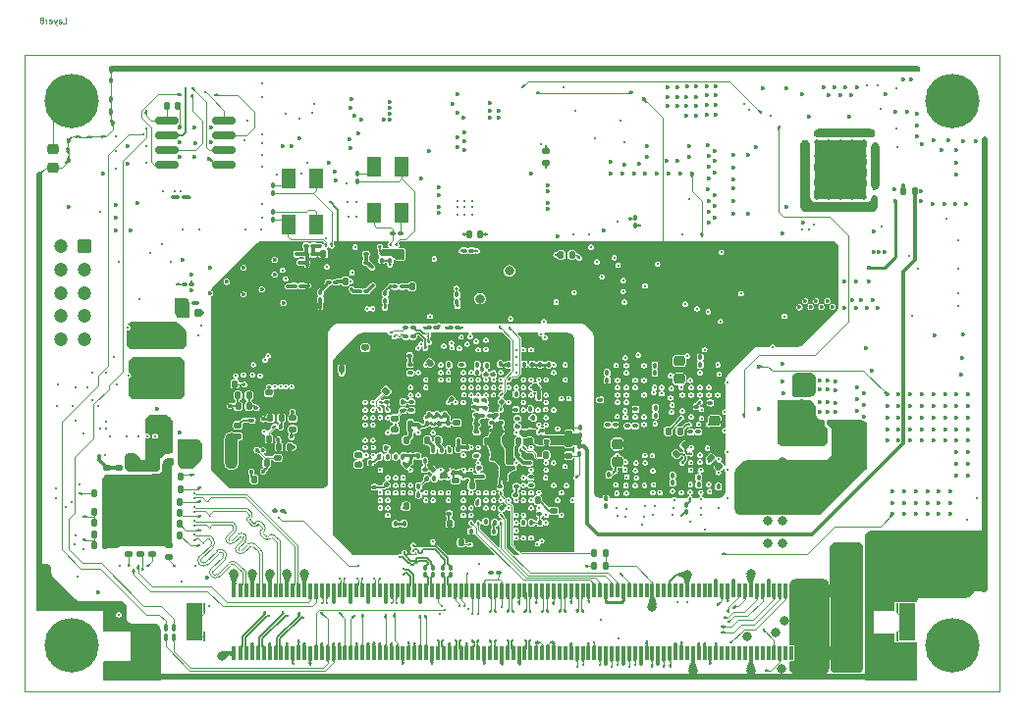
<source format=gbr>
%TF.GenerationSoftware,KiCad,Pcbnew,7.99.0-3958-g1df84f4d92*%
%TF.CreationDate,2023-12-24T01:25:56+01:00*%
%TF.ProjectId,SBC,5342432e-6b69-4636-9164-5f7063625858,rev?*%
%TF.SameCoordinates,Original*%
%TF.FileFunction,Copper,L8,Bot*%
%TF.FilePolarity,Positive*%
%FSLAX46Y46*%
G04 Gerber Fmt 4.6, Leading zero omitted, Abs format (unit mm)*
G04 Created by KiCad (PCBNEW 7.99.0-3958-g1df84f4d92) date 2023-12-24 01:25:56*
%MOMM*%
%LPD*%
G01*
G04 APERTURE LIST*
G04 Aperture macros list*
%AMRoundRect*
0 Rectangle with rounded corners*
0 $1 Rounding radius*
0 $2 $3 $4 $5 $6 $7 $8 $9 X,Y pos of 4 corners*
0 Add a 4 corners polygon primitive as box body*
4,1,4,$2,$3,$4,$5,$6,$7,$8,$9,$2,$3,0*
0 Add four circle primitives for the rounded corners*
1,1,$1+$1,$2,$3*
1,1,$1+$1,$4,$5*
1,1,$1+$1,$6,$7*
1,1,$1+$1,$8,$9*
0 Add four rect primitives between the rounded corners*
20,1,$1+$1,$2,$3,$4,$5,0*
20,1,$1+$1,$4,$5,$6,$7,0*
20,1,$1+$1,$6,$7,$8,$9,0*
20,1,$1+$1,$8,$9,$2,$3,0*%
G04 Aperture macros list end*
%ADD10C,0.100000*%
%TA.AperFunction,NonConductor*%
%ADD11C,0.100000*%
%TD*%
%TA.AperFunction,ComponentPad*%
%ADD12RoundRect,0.250000X-0.350000X0.350000X-0.350000X-0.350000X0.350000X-0.350000X0.350000X0.350000X0*%
%TD*%
%TA.AperFunction,ComponentPad*%
%ADD13C,1.200000*%
%TD*%
%TA.AperFunction,ComponentPad*%
%ADD14C,0.300000*%
%TD*%
%TA.AperFunction,ComponentPad*%
%ADD15C,3.100000*%
%TD*%
%TA.AperFunction,ConnectorPad*%
%ADD16C,4.700000*%
%TD*%
%TA.AperFunction,ComponentPad*%
%ADD17C,0.500000*%
%TD*%
%TA.AperFunction,SMDPad,CuDef*%
%ADD18R,4.500000X5.200000*%
%TD*%
%TA.AperFunction,SMDPad,CuDef*%
%ADD19RoundRect,0.140000X-0.170000X0.140000X-0.170000X-0.140000X0.170000X-0.140000X0.170000X0.140000X0*%
%TD*%
%TA.AperFunction,SMDPad,CuDef*%
%ADD20RoundRect,0.100000X0.130000X0.100000X-0.130000X0.100000X-0.130000X-0.100000X0.130000X-0.100000X0*%
%TD*%
%TA.AperFunction,SMDPad,CuDef*%
%ADD21RoundRect,0.100000X-0.130000X-0.100000X0.130000X-0.100000X0.130000X0.100000X-0.130000X0.100000X0*%
%TD*%
%TA.AperFunction,SMDPad,CuDef*%
%ADD22RoundRect,0.135000X-0.185000X0.135000X-0.185000X-0.135000X0.185000X-0.135000X0.185000X0.135000X0*%
%TD*%
%TA.AperFunction,SMDPad,CuDef*%
%ADD23RoundRect,0.140000X0.140000X0.170000X-0.140000X0.170000X-0.140000X-0.170000X0.140000X-0.170000X0*%
%TD*%
%TA.AperFunction,SMDPad,CuDef*%
%ADD24RoundRect,0.100000X-0.100000X0.130000X-0.100000X-0.130000X0.100000X-0.130000X0.100000X0.130000X0*%
%TD*%
%TA.AperFunction,SMDPad,CuDef*%
%ADD25RoundRect,0.135000X-0.135000X-0.185000X0.135000X-0.185000X0.135000X0.185000X-0.135000X0.185000X0*%
%TD*%
%TA.AperFunction,SMDPad,CuDef*%
%ADD26RoundRect,0.100000X0.100000X-0.130000X0.100000X0.130000X-0.100000X0.130000X-0.100000X-0.130000X0*%
%TD*%
%TA.AperFunction,SMDPad,CuDef*%
%ADD27RoundRect,0.140000X-0.140000X-0.170000X0.140000X-0.170000X0.140000X0.170000X-0.140000X0.170000X0*%
%TD*%
%TA.AperFunction,SMDPad,CuDef*%
%ADD28R,1.400000X3.300000*%
%TD*%
%TA.AperFunction,SMDPad,CuDef*%
%ADD29R,0.250000X0.850000*%
%TD*%
%TA.AperFunction,SMDPad,CuDef*%
%ADD30R,0.450000X1.200000*%
%TD*%
%TA.AperFunction,SMDPad,CuDef*%
%ADD31R,0.300000X1.200000*%
%TD*%
%TA.AperFunction,SMDPad,CuDef*%
%ADD32RoundRect,0.100000X0.021213X0.162635X-0.162635X-0.021213X-0.021213X-0.162635X0.162635X0.021213X0*%
%TD*%
%TA.AperFunction,SMDPad,CuDef*%
%ADD33RoundRect,0.135000X0.185000X-0.135000X0.185000X0.135000X-0.185000X0.135000X-0.185000X-0.135000X0*%
%TD*%
%TA.AperFunction,SMDPad,CuDef*%
%ADD34RoundRect,0.140000X0.170000X-0.140000X0.170000X0.140000X-0.170000X0.140000X-0.170000X-0.140000X0*%
%TD*%
%TA.AperFunction,SMDPad,CuDef*%
%ADD35RoundRect,0.225000X-0.250000X0.225000X-0.250000X-0.225000X0.250000X-0.225000X0.250000X0.225000X0*%
%TD*%
%TA.AperFunction,SMDPad,CuDef*%
%ADD36RoundRect,0.135000X0.135000X0.185000X-0.135000X0.185000X-0.135000X-0.185000X0.135000X-0.185000X0*%
%TD*%
%TA.AperFunction,SMDPad,CuDef*%
%ADD37RoundRect,0.100000X-0.100000X0.217500X-0.100000X-0.217500X0.100000X-0.217500X0.100000X0.217500X0*%
%TD*%
%TA.AperFunction,SMDPad,CuDef*%
%ADD38R,1.200000X1.800000*%
%TD*%
%TA.AperFunction,SMDPad,CuDef*%
%ADD39RoundRect,0.160000X-0.197500X-0.160000X0.197500X-0.160000X0.197500X0.160000X-0.197500X0.160000X0*%
%TD*%
%TA.AperFunction,SMDPad,CuDef*%
%ADD40RoundRect,0.150000X0.825000X0.150000X-0.825000X0.150000X-0.825000X-0.150000X0.825000X-0.150000X0*%
%TD*%
%TA.AperFunction,SMDPad,CuDef*%
%ADD41RoundRect,0.250000X0.650000X-0.325000X0.650000X0.325000X-0.650000X0.325000X-0.650000X-0.325000X0*%
%TD*%
%TA.AperFunction,SMDPad,CuDef*%
%ADD42RoundRect,0.147500X0.147500X0.172500X-0.147500X0.172500X-0.147500X-0.172500X0.147500X-0.172500X0*%
%TD*%
%TA.AperFunction,SMDPad,CuDef*%
%ADD43RoundRect,0.100000X-0.021213X-0.162635X0.162635X0.021213X0.021213X0.162635X-0.162635X-0.021213X0*%
%TD*%
%TA.AperFunction,SMDPad,CuDef*%
%ADD44RoundRect,0.140000X0.021213X-0.219203X0.219203X-0.021213X-0.021213X0.219203X-0.219203X0.021213X0*%
%TD*%
%TA.AperFunction,SMDPad,CuDef*%
%ADD45RoundRect,0.250000X-1.000000X-0.650000X1.000000X-0.650000X1.000000X0.650000X-1.000000X0.650000X0*%
%TD*%
%TA.AperFunction,SMDPad,CuDef*%
%ADD46RoundRect,0.250000X-0.650000X0.325000X-0.650000X-0.325000X0.650000X-0.325000X0.650000X0.325000X0*%
%TD*%
%TA.AperFunction,SMDPad,CuDef*%
%ADD47RoundRect,0.135000X0.226274X0.035355X0.035355X0.226274X-0.226274X-0.035355X-0.035355X-0.226274X0*%
%TD*%
%TA.AperFunction,SMDPad,CuDef*%
%ADD48RoundRect,0.225000X0.250000X-0.225000X0.250000X0.225000X-0.250000X0.225000X-0.250000X-0.225000X0*%
%TD*%
%TA.AperFunction,SMDPad,CuDef*%
%ADD49RoundRect,0.100000X-0.162635X0.021213X0.021213X-0.162635X0.162635X-0.021213X-0.021213X0.162635X0*%
%TD*%
%TA.AperFunction,SMDPad,CuDef*%
%ADD50RoundRect,0.135000X0.035355X-0.226274X0.226274X-0.035355X-0.035355X0.226274X-0.226274X0.035355X0*%
%TD*%
%TA.AperFunction,SMDPad,CuDef*%
%ADD51RoundRect,0.100000X0.162635X-0.021213X-0.021213X0.162635X-0.162635X0.021213X0.021213X-0.162635X0*%
%TD*%
%TA.AperFunction,SMDPad,CuDef*%
%ADD52RoundRect,0.218750X-0.218750X-0.256250X0.218750X-0.256250X0.218750X0.256250X-0.218750X0.256250X0*%
%TD*%
%TA.AperFunction,SMDPad,CuDef*%
%ADD53RoundRect,0.147500X0.172500X-0.147500X0.172500X0.147500X-0.172500X0.147500X-0.172500X-0.147500X0*%
%TD*%
%TA.AperFunction,ViaPad*%
%ADD54C,0.800000*%
%TD*%
%TA.AperFunction,ViaPad*%
%ADD55C,0.300000*%
%TD*%
%TA.AperFunction,ViaPad*%
%ADD56C,0.360000*%
%TD*%
%TA.AperFunction,Conductor*%
%ADD57C,0.110000*%
%TD*%
%TA.AperFunction,Conductor*%
%ADD58C,0.300000*%
%TD*%
%TA.AperFunction,Conductor*%
%ADD59C,0.350000*%
%TD*%
%TA.AperFunction,Conductor*%
%ADD60C,0.200000*%
%TD*%
%TA.AperFunction,Conductor*%
%ADD61C,0.140000*%
%TD*%
%TA.AperFunction,Conductor*%
%ADD62C,0.250000*%
%TD*%
%TA.AperFunction,Conductor*%
%ADD63C,0.100000*%
%TD*%
%TA.AperFunction,Conductor*%
%ADD64C,0.120000*%
%TD*%
%TA.AperFunction,Conductor*%
%ADD65C,0.130000*%
%TD*%
%TA.AperFunction,Conductor*%
%ADD66C,0.150000*%
%TD*%
%TA.AperFunction,Profile*%
%ADD67C,0.100000*%
%TD*%
G04 APERTURE END LIST*
D10*
D11*
X60854549Y-74851623D02*
X61092644Y-74851623D01*
X61092644Y-74851623D02*
X61092644Y-74351623D01*
X60473596Y-74851623D02*
X60473596Y-74589718D01*
X60473596Y-74589718D02*
X60497406Y-74542099D01*
X60497406Y-74542099D02*
X60545025Y-74518290D01*
X60545025Y-74518290D02*
X60640263Y-74518290D01*
X60640263Y-74518290D02*
X60687882Y-74542099D01*
X60473596Y-74827814D02*
X60521215Y-74851623D01*
X60521215Y-74851623D02*
X60640263Y-74851623D01*
X60640263Y-74851623D02*
X60687882Y-74827814D01*
X60687882Y-74827814D02*
X60711691Y-74780194D01*
X60711691Y-74780194D02*
X60711691Y-74732575D01*
X60711691Y-74732575D02*
X60687882Y-74684956D01*
X60687882Y-74684956D02*
X60640263Y-74661147D01*
X60640263Y-74661147D02*
X60521215Y-74661147D01*
X60521215Y-74661147D02*
X60473596Y-74637337D01*
X60283120Y-74518290D02*
X60164072Y-74851623D01*
X60045025Y-74518290D02*
X60164072Y-74851623D01*
X60164072Y-74851623D02*
X60211691Y-74970671D01*
X60211691Y-74970671D02*
X60235501Y-74994480D01*
X60235501Y-74994480D02*
X60283120Y-75018290D01*
X59664073Y-74827814D02*
X59711692Y-74851623D01*
X59711692Y-74851623D02*
X59806930Y-74851623D01*
X59806930Y-74851623D02*
X59854549Y-74827814D01*
X59854549Y-74827814D02*
X59878358Y-74780194D01*
X59878358Y-74780194D02*
X59878358Y-74589718D01*
X59878358Y-74589718D02*
X59854549Y-74542099D01*
X59854549Y-74542099D02*
X59806930Y-74518290D01*
X59806930Y-74518290D02*
X59711692Y-74518290D01*
X59711692Y-74518290D02*
X59664073Y-74542099D01*
X59664073Y-74542099D02*
X59640263Y-74589718D01*
X59640263Y-74589718D02*
X59640263Y-74637337D01*
X59640263Y-74637337D02*
X59878358Y-74684956D01*
X59425978Y-74851623D02*
X59425978Y-74518290D01*
X59425978Y-74613528D02*
X59402168Y-74565909D01*
X59402168Y-74565909D02*
X59378359Y-74542099D01*
X59378359Y-74542099D02*
X59330740Y-74518290D01*
X59330740Y-74518290D02*
X59283121Y-74518290D01*
X59045025Y-74565909D02*
X59092644Y-74542099D01*
X59092644Y-74542099D02*
X59116454Y-74518290D01*
X59116454Y-74518290D02*
X59140263Y-74470671D01*
X59140263Y-74470671D02*
X59140263Y-74446861D01*
X59140263Y-74446861D02*
X59116454Y-74399242D01*
X59116454Y-74399242D02*
X59092644Y-74375433D01*
X59092644Y-74375433D02*
X59045025Y-74351623D01*
X59045025Y-74351623D02*
X58949787Y-74351623D01*
X58949787Y-74351623D02*
X58902168Y-74375433D01*
X58902168Y-74375433D02*
X58878359Y-74399242D01*
X58878359Y-74399242D02*
X58854549Y-74446861D01*
X58854549Y-74446861D02*
X58854549Y-74470671D01*
X58854549Y-74470671D02*
X58878359Y-74518290D01*
X58878359Y-74518290D02*
X58902168Y-74542099D01*
X58902168Y-74542099D02*
X58949787Y-74565909D01*
X58949787Y-74565909D02*
X59045025Y-74565909D01*
X59045025Y-74565909D02*
X59092644Y-74589718D01*
X59092644Y-74589718D02*
X59116454Y-74613528D01*
X59116454Y-74613528D02*
X59140263Y-74661147D01*
X59140263Y-74661147D02*
X59140263Y-74756385D01*
X59140263Y-74756385D02*
X59116454Y-74804004D01*
X59116454Y-74804004D02*
X59092644Y-74827814D01*
X59092644Y-74827814D02*
X59045025Y-74851623D01*
X59045025Y-74851623D02*
X58949787Y-74851623D01*
X58949787Y-74851623D02*
X58902168Y-74827814D01*
X58902168Y-74827814D02*
X58878359Y-74804004D01*
X58878359Y-74804004D02*
X58854549Y-74756385D01*
X58854549Y-74756385D02*
X58854549Y-74661147D01*
X58854549Y-74661147D02*
X58878359Y-74613528D01*
X58878359Y-74613528D02*
X58902168Y-74589718D01*
X58902168Y-74589718D02*
X58949787Y-74565909D01*
D12*
%TO.P,J3,1,Pin_1*%
%TO.N,Net-(J3-Pin_1)*%
X62677481Y-94118014D03*
D13*
%TO.P,J3,2,Pin_2*%
%TO.N,JTAG_TMS*%
X60677481Y-94118014D03*
%TO.P,J3,3,Pin_3*%
%TO.N,GND*%
X62677481Y-96118014D03*
%TO.P,J3,4,Pin_4*%
%TO.N,JTAG_TCK*%
X60677481Y-96118014D03*
%TO.P,J3,5,Pin_5*%
%TO.N,GND*%
X62677481Y-98118014D03*
%TO.P,J3,6,Pin_6*%
%TO.N,JTAG_TDO*%
X60677481Y-98118014D03*
%TO.P,J3,7,Pin_7*%
%TO.N,Net-(J3-Pin_7)*%
X62677481Y-100118014D03*
%TO.P,J3,8,Pin_8*%
%TO.N,JTAG_TDI*%
X60677481Y-100118014D03*
%TO.P,J3,9,Pin_9*%
%TO.N,Net-(J3-Pin_9)*%
X62677481Y-102118014D03*
%TO.P,J3,10,Pin_10*%
%TO.N,Net-(D9-K)*%
X60677481Y-102118014D03*
%TD*%
D14*
%TO.P,U6,8,GND*%
%TO.N,GND*%
X68751281Y-105159014D03*
X69251281Y-105159014D03*
X69751281Y-105159014D03*
X68751281Y-104159014D03*
X69251281Y-104159014D03*
X69751281Y-104159014D03*
%TD*%
D15*
%TO.P,H3,1,1*%
%TO.N,Net-(C289-Pad1)*%
X61565481Y-81545014D03*
D16*
X61565481Y-81545014D03*
%TD*%
D15*
%TO.P,H1,1,1*%
%TO.N,Net-(C287-Pad1)*%
X137565481Y-81545014D03*
D16*
X137565481Y-81545014D03*
%TD*%
D15*
%TO.P,H2,1,1*%
%TO.N,Net-(C288-Pad1)*%
X61565481Y-128545014D03*
D16*
X61565481Y-128545014D03*
%TD*%
D17*
%TO.P,U1,57,EPGND*%
%TO.N,GND*%
X125893462Y-85120028D03*
X125893462Y-86295028D03*
X125893462Y-87470028D03*
X125893462Y-88645028D03*
X125893462Y-89820028D03*
X126893462Y-85120028D03*
X126893462Y-86295028D03*
X126893462Y-87470028D03*
X126893462Y-88645028D03*
X126893462Y-89820028D03*
X127893462Y-85120028D03*
X127893462Y-86295028D03*
X127893462Y-87470028D03*
D18*
X127893462Y-87470028D03*
D17*
X127893462Y-88645028D03*
X127893462Y-89820028D03*
X128893462Y-85120028D03*
X128893462Y-86295028D03*
X128893462Y-87470028D03*
X128893462Y-88645028D03*
X128893462Y-89820028D03*
X129893462Y-85120028D03*
X129893462Y-86295028D03*
X129893462Y-87470028D03*
X129893462Y-88645028D03*
X129893462Y-89820028D03*
%TD*%
D15*
%TO.P,H4,1,1*%
%TO.N,Net-(C290-Pad1)*%
X137565481Y-128545014D03*
D16*
X137565481Y-128545014D03*
%TD*%
D19*
%TO.P,C165,1*%
%TO.N,VDD_GPU_0V9*%
X93665481Y-113869200D03*
%TO.P,C165,2*%
%TO.N,GND*%
X93665481Y-114829200D03*
%TD*%
D20*
%TO.P,C137,1*%
%TO.N,3.3V_SW_DELAYED*%
X71935481Y-97395014D03*
%TO.P,C137,2*%
%TO.N,GND*%
X71295481Y-97395014D03*
%TD*%
%TO.P,C215,1*%
%TO.N,VDD_DRAM_0V9*%
X97913495Y-112433020D03*
%TO.P,C215,2*%
%TO.N,GND*%
X97273495Y-112433020D03*
%TD*%
D21*
%TO.P,C295,1*%
%TO.N,VDD_1V8*%
X86339081Y-95495214D03*
%TO.P,C295,2*%
%TO.N,GND*%
X86979081Y-95495214D03*
%TD*%
D22*
%TO.P,R36,1*%
%TO.N,GND*%
X86320000Y-111080400D03*
%TO.P,R36,2*%
%TO.N,Net-(U9M-USB1_RESREF)*%
X86320000Y-112100400D03*
%TD*%
D23*
%TO.P,C5,1*%
%TO.N,GND*%
X125873462Y-88557528D03*
%TO.P,C5,2*%
%TO.N,3.3V_SW*%
X124913462Y-88557528D03*
%TD*%
D24*
%TO.P,C180,1*%
%TO.N,GND*%
X110165481Y-91675014D03*
%TO.P,C180,2*%
%TO.N,VDD_VPU_0V9*%
X110165481Y-92315014D03*
%TD*%
D25*
%TO.P,R62,1*%
%TO.N,Net-(U9H-JTAG_MOD)*%
X106610000Y-121730400D03*
%TO.P,R62,2*%
%TO.N,GND*%
X107630000Y-121730400D03*
%TD*%
D21*
%TO.P,C160,1*%
%TO.N,/MPU/VDDA_0P9*%
X98201881Y-108695014D03*
%TO.P,C160,2*%
%TO.N,GND*%
X98841881Y-108695014D03*
%TD*%
D26*
%TO.P,C240,1*%
%TO.N,GND*%
X101315481Y-104943790D03*
%TO.P,C240,2*%
%TO.N,NVCC_DRAM_1V1*%
X101315481Y-104303790D03*
%TD*%
D22*
%TO.P,R73,1*%
%TO.N,SD1_CMD*%
X79343881Y-112358814D03*
%TO.P,R73,2*%
%TO.N,VDD_1V8*%
X79343881Y-113378814D03*
%TD*%
D27*
%TO.P,C283,1*%
%TO.N,VDD_1V8*%
X77445000Y-112825000D03*
%TO.P,C283,2*%
%TO.N,GND*%
X78405000Y-112825000D03*
%TD*%
D20*
%TO.P,C184,1*%
%TO.N,VDD_DRAM_0V9*%
X99882281Y-115561214D03*
%TO.P,C184,2*%
%TO.N,GND*%
X99242281Y-115561214D03*
%TD*%
D19*
%TO.P,C10,1*%
%TO.N,GND*%
X129643462Y-89627528D03*
%TO.P,C10,2*%
%TO.N,3.3V_SW*%
X129643462Y-90587528D03*
%TD*%
D26*
%TO.P,C245,1*%
%TO.N,VDD_GPU_0V9*%
X92068000Y-112619200D03*
%TO.P,C245,2*%
%TO.N,GND*%
X92068000Y-111979200D03*
%TD*%
%TO.P,C197,1*%
%TO.N,GND*%
X99921405Y-107494585D03*
%TO.P,C197,2*%
%TO.N,VDD_DRAM_0V9*%
X99921405Y-106854585D03*
%TD*%
D28*
%TO.P,J1,221*%
%TO.N,N/C*%
X133615481Y-126545014D03*
D29*
%TO.P,J1,221.1*%
X132790481Y-125320014D03*
%TO.P,J1,221.2*%
X132790481Y-127770014D03*
D28*
%TO.P,J1,222*%
X72215481Y-126545014D03*
D29*
%TO.P,J1,222.1*%
X73040481Y-125320014D03*
%TO.P,J1,222.2*%
X73040481Y-127770014D03*
D30*
%TO.P,J1,A1,GND(FIXED)*%
%TO.N,GND*%
X75590481Y-123845014D03*
D31*
%TO.P,J1,A2,GBE0_MDI3-*%
%TO.N,GBE0_MDI3_N*%
X76165481Y-123845014D03*
%TO.P,J1,A3,GBE0_MDI3+*%
%TO.N,GBE0_MDI3_P*%
X76665481Y-123845014D03*
%TO.P,J1,A4,GBE0_LINK100#*%
%TO.N,GND*%
X77165481Y-123845014D03*
%TO.P,J1,A5,GBE0_LINK1000#*%
%TO.N,GBE0_MDI2_N*%
X77665481Y-123845014D03*
%TO.P,J1,A6,GBE0_MDI2-*%
%TO.N,GBE0_MDI2_P*%
X78165481Y-123845014D03*
%TO.P,J1,A7,GBE0_MDI2+*%
%TO.N,GND*%
X78665481Y-123845014D03*
%TO.P,J1,A8,GBE0_LINK#*%
%TO.N,GBE0_MDI1_N*%
X79165481Y-123845014D03*
%TO.P,J1,A9,GBE0_MDI1-*%
%TO.N,GBE0_MDI1_P*%
X79665481Y-123845014D03*
%TO.P,J1,A10,GBE0_MDI1+*%
%TO.N,GND*%
X80165481Y-123845014D03*
%TO.P,J1,A11,GND(FIXED)*%
%TO.N,GBE0_MDI0_N*%
X80665481Y-123845014D03*
%TO.P,J1,A12,GBE0_MDI0-*%
%TO.N,GBE0_MDI0_P*%
X81165481Y-123845014D03*
%TO.P,J1,A13,GBE0_MDI0+*%
%TO.N,GND*%
X81665481Y-123845014D03*
%TO.P,J1,A14,GBE0_CTREF_(\u002A)*%
%TO.N,/IO/LED0*%
X82165481Y-123845014D03*
%TO.P,J1,A15,SUS_S3#*%
%TO.N,/IO/LED1*%
X82665481Y-123845014D03*
%TO.P,J1,A16,SATA0_TX+*%
%TO.N,DSI_D2_N*%
X83165481Y-123845014D03*
%TO.P,J1,A17,SATA0_TX-*%
%TO.N,DSI_D2_P*%
X83665481Y-123845014D03*
%TO.P,J1,A18,SUS_S4#*%
%TO.N,GND*%
X84165481Y-123845014D03*
%TO.P,J1,A19,SATA0_RX+*%
%TO.N,DSI_D0_N*%
X84665481Y-123845014D03*
%TO.P,J1,A20,SATA0_RX-*%
%TO.N,DSI_D0_P*%
X85165481Y-123845014D03*
%TO.P,J1,A21,GND(FIXED)*%
%TO.N,GND*%
X85665481Y-123845014D03*
%TO.P,J1,A22,USB_SSRX0-*%
%TO.N,DSI_D1_N*%
X86165481Y-123845014D03*
%TO.P,J1,A23,USB_SSRX0+*%
%TO.N,DSI_D1_P*%
X86665481Y-123845014D03*
%TO.P,J1,A24,SUS_S5#*%
%TO.N,GND*%
X87165481Y-123845014D03*
%TO.P,J1,A25,USB_SSRX1-_(\u002A)*%
%TO.N,DSI_D3_N*%
X87665481Y-123845014D03*
%TO.P,J1,A26,USB_SSRX1+_(\u002A)*%
%TO.N,DSI_D3_P*%
X88165481Y-123845014D03*
%TO.P,J1,A27,BATLOW#*%
%TO.N,GND*%
X88665481Y-123845014D03*
%TO.P,J1,A28,(S)ATA_ACT#*%
%TO.N,DSI_CLK_N*%
X89165481Y-123845014D03*
%TO.P,J1,A29,AC/HDA_SYNC_(\u002A\u002A)*%
%TO.N,DSI_CLK_P*%
X89665481Y-123845014D03*
%TO.P,J1,A30,AC/HDA_RST#_*%
%TO.N,GND*%
X90165481Y-123845014D03*
%TO.P,J1,A31,GND(FIXED)*%
%TO.N,USB1_DP*%
X90665481Y-123845014D03*
%TO.P,J1,A32,AC/HDA_BITCLK_(\u002A\u002A)*%
%TO.N,USB1_DN*%
X91165481Y-123845014D03*
%TO.P,J1,A33,AC/HDA_SDOUT_(\u002A\u002A)*%
%TO.N,GND*%
X91665481Y-123845014D03*
%TO.P,J1,A34,BIOS_DIS0#*%
%TO.N,USB1_TX_P*%
X92165481Y-123845014D03*
%TO.P,J1,A35,THRMTRIP#*%
%TO.N,USB1_TX_N*%
X92665481Y-123845014D03*
%TO.P,J1,A36,USB6-*%
%TO.N,GND*%
X93165481Y-123845014D03*
%TO.P,J1,A37,USB6+*%
%TO.N,USB1_RX_P*%
X93665481Y-123845014D03*
%TO.P,J1,A38,USB1_VBUS*%
%TO.N,USB1_RX_N*%
X94165481Y-123845014D03*
%TO.P,J1,A39,USB1_RX_N*%
%TO.N,GND*%
X94665481Y-123845014D03*
%TO.P,J1,A40,USB1_RX_P*%
%TO.N,USB1_OC*%
X95165481Y-123845014D03*
%TO.P,J1,A41,GND(FIXED)*%
%TO.N,USB1_VBUS*%
X95665481Y-123845014D03*
%TO.P,J1,A42,USB1_TX_N*%
%TO.N,USB1_ID1*%
X96165481Y-123845014D03*
%TO.P,J1,A43,USB1_TX_P*%
%TO.N,USB1_PWR_EN*%
X96665481Y-123845014D03*
%TO.P,J1,A44,GND(FIXED)*%
%TO.N,GND*%
X97165481Y-123845014D03*
%TO.P,J1,A45,USB1_DN*%
%TO.N,HDMI_TX3_N*%
X97665481Y-123845014D03*
%TO.P,J1,A46,USB1_DP*%
%TO.N,HDMI_TX3_P*%
X98165481Y-123845014D03*
%TO.P,J1,A47,VCC_RTC*%
%TO.N,GND*%
X98665481Y-123845014D03*
%TO.P,J1,A48,EXCD0_PERST#*%
%TO.N,HDMI_TX2_P*%
X99165481Y-123845014D03*
%TO.P,J1,A49,EXCD0_CPPE#*%
%TO.N,HDMI_TX2_N*%
X99665481Y-123845014D03*
%TO.P,J1,A50,LPC_SERIRQ_(\u002A\u002A)*%
%TO.N,GND*%
X100165481Y-123845014D03*
%TO.P,J1,A51,GND(FIXED)*%
%TO.N,HDMI_REFCLK_N*%
X100665481Y-123845014D03*
%TO.P,J1,A52,RSVD*%
%TO.N,HDMI_REFCLK_P*%
X101165481Y-123845014D03*
%TO.P,J1,A53,RSVD*%
%TO.N,GND*%
X101665481Y-123845014D03*
%TO.P,J1,A54,GPI0*%
%TO.N,HDMI_TX0_P*%
X102165481Y-123845014D03*
%TO.P,J1,A55,RSVD*%
%TO.N,HDMI_TX0_N*%
X102665481Y-123845014D03*
%TO.P,J1,A56,RSVD*%
%TO.N,GND*%
X103165481Y-123845014D03*
%TO.P,J1,A57,GND*%
%TO.N,HDMI_TX1_N*%
X103665481Y-123845014D03*
%TO.P,J1,A58,PCIE_TX3+*%
%TO.N,HDMI_TX1_P*%
X104165481Y-123845014D03*
%TO.P,J1,A59,PCIE_TX3-*%
%TO.N,GND*%
X104665481Y-123845014D03*
%TO.P,J1,A60,GND(FIXED)*%
%TO.N,HDMI_AUX_P*%
X105165481Y-123845014D03*
%TO.P,J1,A61,PCIE_TX2+*%
%TO.N,HDMI_AUX_N*%
X105665481Y-123845014D03*
%TO.P,J1,A62,PCIE_TX2-*%
%TO.N,GND*%
X106165481Y-123845014D03*
%TO.P,J1,A63,GPI1*%
%TO.N,HDMI_SDA*%
X106665481Y-123845014D03*
%TO.P,J1,A64,PCIE_TX1+*%
%TO.N,HDMI_SCL*%
X107165481Y-123845014D03*
%TO.P,J1,A65,PCIE_TX1-*%
%TO.N,GND*%
X107665481Y-123845014D03*
%TO.P,J1,A66,GND*%
%TO.N,HDMI_HDP*%
X108165481Y-123845014D03*
%TO.P,J1,A67,GPI2*%
%TO.N,HDMI_CEC*%
X108665481Y-123845014D03*
%TO.P,J1,A68,PCIE_TX0+*%
%TO.N,GND*%
X109165481Y-123845014D03*
%TO.P,J1,A69,PCIE_TX0-*%
%TO.N,BOOT_SEL*%
X109665481Y-123845014D03*
%TO.P,J1,A70,GND(FIXED)*%
%TO.N,unconnected-(J1-GND(FIXED)-PadA70)*%
X110165481Y-123845014D03*
%TO.P,J1,A71,eDP_TX2+/LVDS_A0+*%
%TO.N,unconnected-(J1-eDP_TX2+{slash}LVDS_A0+-PadA71)*%
X110665481Y-123845014D03*
%TO.P,J1,A72,eDP_TX2-/LVDS_A0-*%
%TO.N,unconnected-(J1-eDP_TX2-{slash}LVDS_A0--PadA72)*%
X111165481Y-123845014D03*
%TO.P,J1,A73,eDP_TX1+/LVDS_A1+*%
%TO.N,GND*%
X111665481Y-123845014D03*
%TO.P,J1,A74,eDP_TX1-/LVDS_A1-*%
%TO.N,unconnected-(J1-eDP_TX1-{slash}LVDS_A1--PadA74)*%
X112165481Y-123845014D03*
%TO.P,J1,A75,eDP_TX0+/LVDS_A2+*%
%TO.N,unconnected-(J1-eDP_TX0+{slash}LVDS_A2+-PadA75)*%
X112665481Y-123845014D03*
%TO.P,J1,A76,eDP_TX0-/LVDS_A2-*%
%TO.N,GND*%
X113165481Y-123845014D03*
%TO.P,J1,A77,eDP/LVDS_VDD_EN*%
%TO.N,unconnected-(J1-eDP{slash}LVDS_VDD_EN-PadA77)*%
X113665481Y-123845014D03*
%TO.P,J1,A78,LVDS_A3+*%
%TO.N,unconnected-(J1-LVDS_A3+-PadA78)*%
X114165481Y-123845014D03*
%TO.P,J1,A79,LVDS_A3-*%
%TO.N,GND*%
X114665481Y-123845014D03*
%TO.P,J1,A80,GND(FIXED)*%
%TO.N,unconnected-(J1-GND(FIXED)-PadA80)*%
X115165481Y-123845014D03*
%TO.P,J1,A81,eDP_TX3+/LVDS_A_CK+*%
%TO.N,unconnected-(J1-eDP_TX3+{slash}LVDS_A_CK+-PadA81)*%
X115665481Y-123845014D03*
%TO.P,J1,A82,eDP_TX3-/LVDS_A_CK-*%
%TO.N,unconnected-(J1-eDP_TX3-{slash}LVDS_A_CK--PadA82)*%
X116165481Y-123845014D03*
%TO.P,J1,A83,eDP_AUX+/LVDS_I2C_CK*%
%TO.N,unconnected-(J1-eDP_AUX+{slash}LVDS_I2C_CK-PadA83)*%
X116665481Y-123845014D03*
%TO.P,J1,A84,eDP_AUX-/LVDS_I2C_DAT*%
%TO.N,GND*%
X117165481Y-123845014D03*
%TO.P,J1,A85,GPI3*%
%TO.N,SD2_nRST*%
X117665481Y-123845014D03*
%TO.P,J1,A86,RSVD*%
%TO.N,SD2_nCD*%
X118165481Y-123845014D03*
%TO.P,J1,A87,eDP_HPD*%
%TO.N,GND*%
X118665481Y-123845014D03*
%TO.P,J1,A88,PCIE_CLK_REF+*%
%TO.N,SD2_WP*%
X119165481Y-123845014D03*
%TO.P,J1,A89,PCIE_CLK_REF-*%
%TO.N,SD2_D3*%
X119665481Y-123845014D03*
%TO.P,J1,A90,GND(FIXED)*%
%TO.N,GND*%
X120165481Y-123845014D03*
%TO.P,J1,A91,SPI_POWER*%
%TO.N,SD2_D2*%
X120665481Y-123845014D03*
%TO.P,J1,A92,SPI_MISO_(\u002A\u002A)*%
%TO.N,SD2_D1*%
X121165481Y-123845014D03*
%TO.P,J1,A93,GPO0*%
%TO.N,GND*%
X121665481Y-123845014D03*
%TO.P,J1,A94,SPI_CLK_(\u002A\u002A)*%
%TO.N,SD2_D0*%
X122165481Y-123845014D03*
%TO.P,J1,A95,SPI_MOSI_(\u002A\u002A)*%
%TO.N,SD2_CMD*%
X122665481Y-123845014D03*
%TO.P,J1,A96,TPM_PP_(\u002A)*%
%TO.N,SD2_CLK*%
X123165481Y-123845014D03*
%TO.P,J1,A97,TYPE10#*%
%TO.N,GND*%
X123665481Y-123845014D03*
%TO.P,J1,A98,SER0_TX_(\u002A\u002A)*%
X124165481Y-123845014D03*
%TO.P,J1,A99,SER0_RX_(\u002A\u002A)*%
X124665481Y-123845014D03*
%TO.P,J1,A100,GND(FIXED)*%
X125165481Y-123845014D03*
%TO.P,J1,A101,SER1_TX_(\u002A\u002A)*%
X125665481Y-123845014D03*
%TO.P,J1,A102,SER1_RX_(\u002A\u002A)*%
X126165481Y-123845014D03*
%TO.P,J1,A103,LID#*%
X126665481Y-123845014D03*
%TO.P,J1,A104,VCC_12V*%
%TO.N,VIN*%
X127165481Y-123845014D03*
%TO.P,J1,A105,VCC_12V*%
X127665481Y-123845014D03*
%TO.P,J1,A106,VCC_12V*%
X128165481Y-123845014D03*
%TO.P,J1,A107,VCC_12V*%
X128665481Y-123845014D03*
%TO.P,J1,A108,VCC_12V*%
X129165481Y-123845014D03*
%TO.P,J1,A109,VCC_12V*%
X129665481Y-123845014D03*
D30*
%TO.P,J1,A110,GND(FIXED)*%
%TO.N,GND*%
X130240481Y-123845014D03*
%TO.P,J1,B1,GND(FIXED)*%
X75590481Y-129245014D03*
D31*
%TO.P,J1,B2,GBE0_ACT#*%
%TO.N,USB2_DP*%
X76165481Y-129245014D03*
%TO.P,J1,B3,SPI0_NCS0*%
%TO.N,USB2_DN*%
X76665481Y-129245014D03*
%TO.P,J1,B4,SPI0_IO0*%
%TO.N,GND*%
X77165481Y-129245014D03*
%TO.P,J1,B5,SPI0_IO1*%
%TO.N,USB2_TX_P*%
X77665481Y-129245014D03*
%TO.P,J1,B6,SPI0_IO2*%
%TO.N,USB2_TX_N*%
X78165481Y-129245014D03*
%TO.P,J1,B7,SPI0_IO3*%
%TO.N,GND*%
X78665481Y-129245014D03*
%TO.P,J1,B8,LPC_DRQ0#_(\u002A)*%
%TO.N,USB2_RX_P*%
X79165481Y-129245014D03*
%TO.P,J1,B9,LPC_DRQ1#_(\u002A)*%
%TO.N,USB2_RX_N*%
X79665481Y-129245014D03*
%TO.P,J1,B10,LPC_CLK*%
%TO.N,GND*%
X80165481Y-129245014D03*
%TO.P,J1,B11,GND(FIXED)*%
%TO.N,USB2_ID1*%
X80665481Y-129245014D03*
%TO.P,J1,B12,PWRBTN#*%
%TO.N,USB2_VBUS*%
X81165481Y-129245014D03*
%TO.P,J1,B13,SMB_CK*%
%TO.N,GND*%
X81665481Y-129245014D03*
%TO.P,J1,B14,SMB_DAT*%
%TO.N,USB2_PWR_EN*%
X82165481Y-129245014D03*
%TO.P,J1,B15,SMB_ALERT#*%
%TO.N,USB2_OC*%
X82665481Y-129245014D03*
%TO.P,J1,B16,SATA1_TX+*%
%TO.N,GND*%
X83165481Y-129245014D03*
%TO.P,J1,B17,SATA1_TX-*%
%TO.N,UART1_TXD*%
X83665481Y-129245014D03*
%TO.P,J1,B18,SUS_STAT#*%
%TO.N,UART1_RXD*%
X84165481Y-129245014D03*
%TO.P,J1,B19,SATA1_RX+*%
%TO.N,GND*%
X84665481Y-129245014D03*
%TO.P,J1,B20,SATA1_RX-*%
%TO.N,UART3_TXD*%
X85165481Y-129245014D03*
%TO.P,J1,B21,GND(FIXED)*%
%TO.N,UART3_RXD*%
X85665481Y-129245014D03*
%TO.P,J1,B22,USB_SSTX0-*%
%TO.N,GND*%
X86165481Y-129245014D03*
%TO.P,J1,B23,USB_SSTX0+*%
%TO.N,UART2_RXD*%
X86665481Y-129245014D03*
%TO.P,J1,B24,PWR_OK*%
%TO.N,UART2_TXD*%
X87165481Y-129245014D03*
%TO.P,J1,B25,USB_SSTX1-_(\u002A)*%
%TO.N,GND*%
X87665481Y-129245014D03*
%TO.P,J1,B26,USB_SSTX1+_(\u002A)*%
%TO.N,SPI2_SCLK*%
X88165481Y-129245014D03*
%TO.P,J1,B27,WDT*%
%TO.N,SPI2_SSO*%
X88665481Y-129245014D03*
%TO.P,J1,B28,AC/HDA_SDIN2_(\u002A)*%
%TO.N,SPI2_MOSI*%
X89165481Y-129245014D03*
%TO.P,J1,B29,AC/HDA_SDIN1_(\u002A)*%
%TO.N,SPI2_MISO*%
X89665481Y-129245014D03*
%TO.P,J1,B30,AC/HDA_SDIN0_(\u002A\u002A)*%
%TO.N,GND*%
X90165481Y-129245014D03*
%TO.P,J1,B31,GND(FIXED)*%
%TO.N,SPI1_SCLK*%
X90665481Y-129245014D03*
%TO.P,J1,B32,SPKR*%
%TO.N,SPI1_SSO*%
X91165481Y-129245014D03*
%TO.P,J1,B33,I2C_CK*%
%TO.N,SPI1_MOSI*%
X91665481Y-129245014D03*
%TO.P,J1,B34,I2C_DAT*%
%TO.N,SPI1_MISO*%
X92165481Y-129245014D03*
%TO.P,J1,B35,THRM#*%
%TO.N,GND*%
X92665481Y-129245014D03*
%TO.P,J1,B36,USB7-_(\u002A)*%
%TO.N,PCIE2_TXN*%
X93165481Y-129245014D03*
%TO.P,J1,B37,USB7+_(\u002A)*%
%TO.N,PCIE2_TXP*%
X93665481Y-129245014D03*
%TO.P,J1,B38,USB_4_5_OC#*%
%TO.N,GND*%
X94165481Y-129245014D03*
%TO.P,J1,B39,USB5-*%
%TO.N,PCIE2_RXN*%
X94665481Y-129245014D03*
%TO.P,J1,B40,USB5+*%
%TO.N,PCIE2_RXP*%
X95165481Y-129245014D03*
%TO.P,J1,B41,GND(FIXED)*%
%TO.N,GND*%
X95665481Y-129245014D03*
%TO.P,J1,B42,USB3-*%
%TO.N,HOST_PCIE2_CLK_N*%
X96165481Y-129245014D03*
%TO.P,J1,B43,USB3+*%
%TO.N,HOST_PCIE2_CLK_P*%
X96665481Y-129245014D03*
%TO.P,J1,B44,USB_0_1_OC#*%
%TO.N,GND*%
X97165481Y-129245014D03*
%TO.P,J1,B45,USB1-*%
%TO.N,HOST_PCIE1_CLK_N*%
X97665481Y-129245014D03*
%TO.P,J1,B46,USB1+*%
%TO.N,HOST_PCIE1_CLK_P*%
X98165481Y-129245014D03*
%TO.P,J1,B47,EXCD1_PERST#*%
%TO.N,GND*%
X98665481Y-129245014D03*
%TO.P,J1,B48,EXCD1_CPPE#*%
%TO.N,PCIE1_TXP*%
X99165481Y-129245014D03*
%TO.P,J1,B49,SYS_RESET#*%
%TO.N,PCIE1_TXN*%
X99665481Y-129245014D03*
%TO.P,J1,B50,CB_RESET#*%
%TO.N,GND*%
X100165481Y-129245014D03*
%TO.P,J1,B51,GND(FIXED)*%
%TO.N,PCIE1_RXP*%
X100665481Y-129245014D03*
%TO.P,J1,B52,RSVD*%
%TO.N,PCIE1_RXN*%
X101165481Y-129245014D03*
%TO.P,J1,B53,RSVD*%
%TO.N,GND*%
X101665481Y-129245014D03*
%TO.P,J1,B54,GPO1*%
X102165481Y-129245014D03*
%TO.P,J1,B55,RSVD*%
X102665481Y-129245014D03*
%TO.P,J1,B56,RSVD*%
X103165481Y-129245014D03*
%TO.P,J1,B57,GPO2*%
%TO.N,unconnected-(J1-GPO2-PadB57)*%
X103665481Y-129245014D03*
%TO.P,J1,B58,PCIE_RX3+*%
%TO.N,unconnected-(J1-PCIE_RX3+-PadB58)*%
X104165481Y-129245014D03*
%TO.P,J1,B59,PCIE_RX3-*%
%TO.N,GND*%
X104665481Y-129245014D03*
%TO.P,J1,B60,GND(FIXED)*%
%TO.N,UART4_RXD*%
X105165481Y-129245014D03*
%TO.P,J1,B61,PCIE_RX2+*%
%TO.N,UART4_TXD*%
X105665481Y-129245014D03*
%TO.P,J1,B62,PCIE_RX2-*%
%TO.N,GND*%
X106165481Y-129245014D03*
%TO.P,J1,B63,GPO3*%
%TO.N,I2C1_SCL*%
X106665481Y-129245014D03*
%TO.P,J1,B64,PCIE_RX1+*%
%TO.N,I2C1_SDA*%
X107165481Y-129245014D03*
%TO.P,J1,B65,PCIE_RX1-*%
%TO.N,GND*%
X107665481Y-129245014D03*
%TO.P,J1,B66,WAKE0#*%
%TO.N,I2C2_SDA*%
X108165481Y-129245014D03*
%TO.P,J1,B67,WAKE1#_(\u002A\u002A)*%
%TO.N,I2C2_SCL*%
X108665481Y-129245014D03*
%TO.P,J1,B68,PCIE_RX0+*%
%TO.N,GND*%
X109165481Y-129245014D03*
%TO.P,J1,B69,PCIE_RX0-*%
%TO.N,I2C3_SCL*%
X109665481Y-129245014D03*
%TO.P,J1,B70,GND(FIXED)*%
%TO.N,I2C3_SDA*%
X110165481Y-129245014D03*
%TO.P,J1,B71,DDI0_PAIR0+*%
%TO.N,GND*%
X110665481Y-129245014D03*
%TO.P,J1,B72,DDI0_PAIR0-*%
%TO.N,GPIO10*%
X111165481Y-129245014D03*
%TO.P,J1,B73,DDI0_PAIR1+*%
%TO.N,GPIO9*%
X111665481Y-129245014D03*
%TO.P,J1,B74,DDI0_PAIR1-*%
%TO.N,GND*%
X112165481Y-129245014D03*
%TO.P,J1,B75,DDI0_PAIR2+*%
%TO.N,GPIO8*%
X112665481Y-129245014D03*
%TO.P,J1,B76,DDI0_PAIR2-*%
%TO.N,GPIO6*%
X113165481Y-129245014D03*
%TO.P,J1,B77,DDI0_PAIR4+_(\u002A)*%
%TO.N,GND*%
X113665481Y-129245014D03*
%TO.P,J1,B78,DDI0_PAIR4-_(\u002A)*%
%TO.N,GPIO5*%
X114165481Y-129245014D03*
%TO.P,J1,B79,eDP/LVDS_BKLT_EN*%
%TO.N,unconnected-(J1-eDP{slash}LVDS_BKLT_EN-PadB79)*%
X114665481Y-129245014D03*
%TO.P,J1,B80,GND(FIXED)*%
%TO.N,GND*%
X115165481Y-129245014D03*
%TO.P,J1,B81,DDI0_PAIR3+*%
%TO.N,GPIO0*%
X115665481Y-129245014D03*
%TO.P,J1,B82,DDI0_PAIR3-*%
%TO.N,GPIO3*%
X116165481Y-129245014D03*
%TO.P,J1,B83,eDP/LVDS_BKLT_CTRL*%
%TO.N,GND*%
X116665481Y-129245014D03*
%TO.P,J1,B84,VCC_5V_SBY*%
%TO.N,GPIO4*%
X117165481Y-129245014D03*
%TO.P,J1,B85,VCC_5V_SBY*%
%TO.N,unconnected-(J1-VCC_5V_SBY-PadB85)*%
X117665481Y-129245014D03*
%TO.P,J1,B86,VCC_5V_SBY*%
%TO.N,unconnected-(J1-VCC_5V_SBY-PadB86)*%
X118165481Y-129245014D03*
%TO.P,J1,B87,VCC_5V_SBY*%
%TO.N,unconnected-(J1-VCC_5V_SBY-PadB87)*%
X118665481Y-129245014D03*
%TO.P,J1,B88,BIOS_DIS1#*%
%TO.N,unconnected-(J1-BIOS_DIS1#-PadB88)*%
X119165481Y-129245014D03*
%TO.P,J1,B89,DD0_HPD*%
%TO.N,unconnected-(J1-DD0_HPD-PadB89)*%
X119665481Y-129245014D03*
%TO.P,J1,B90,GND(FIXED)*%
%TO.N,GND*%
X120165481Y-129245014D03*
%TO.P,J1,B91,DDI0_PAIR5+_(\u002A)*%
%TO.N,unconnected-(J1-DDI0_PAIR5+_(\u002A)-PadB91)*%
X120665481Y-129245014D03*
%TO.P,J1,B92,DDI0_PAIR5-_(\u002A)*%
%TO.N,unconnected-(J1-DDI0_PAIR5-_(\u002A)-PadB92)*%
X121165481Y-129245014D03*
%TO.P,J1,B93,DDI0_PAIR6+_(\u002A)*%
%TO.N,unconnected-(J1-DDI0_PAIR6+_(\u002A)-PadB93)*%
X121665481Y-129245014D03*
%TO.P,J1,B94,DDI0_PAIR6-_(\u002A)*%
%TO.N,VBAT*%
X122165481Y-129245014D03*
%TO.P,J1,B95,DDI0_DDC_AUX_SEL*%
%TO.N,SYS_NRST*%
X122665481Y-129245014D03*
%TO.P,J1,B96,RSVD*%
%TO.N,SYS_NRST_OUT*%
X123165481Y-129245014D03*
%TO.P,J1,B97,SPI_CS#_(\u002A\u002A)*%
%TO.N,unconnected-(J1-SPI_CS#_(\u002A\u002A)-PadB97)*%
X123665481Y-129245014D03*
%TO.P,J1,B98,DDI0_CTRLCLK_AUX+*%
%TO.N,GND*%
X124165481Y-129245014D03*
%TO.P,J1,B99,DDI0_CTRLDATA_AUX-*%
X124665481Y-129245014D03*
%TO.P,J1,B100,GND(FIXED)*%
X125165481Y-129245014D03*
%TO.P,J1,B101,FAN_PWMOUT*%
X125665481Y-129245014D03*
%TO.P,J1,B102,FAN_TACHIN*%
X126165481Y-129245014D03*
%TO.P,J1,B103,SLEEP#*%
X126665481Y-129245014D03*
%TO.P,J1,B104,VCC_12V*%
%TO.N,VIN*%
X127165481Y-129245014D03*
%TO.P,J1,B105,VCC_12V*%
X127665481Y-129245014D03*
%TO.P,J1,B106,VCC_12V*%
X128165481Y-129245014D03*
%TO.P,J1,B107,VCC_12V*%
X128665481Y-129245014D03*
%TO.P,J1,B108,VCC_12V*%
X129165481Y-129245014D03*
%TO.P,J1,B109,VCC_12V*%
X129665481Y-129245014D03*
D30*
%TO.P,J1,B110,GND(FIXED)*%
%TO.N,GND*%
X130240481Y-129245014D03*
%TD*%
D26*
%TO.P,C207,1*%
%TO.N,NVCC_DRAM_1V1*%
X101167910Y-108138475D03*
%TO.P,C207,2*%
%TO.N,GND*%
X101167910Y-107498475D03*
%TD*%
D32*
%TO.P,C192,1*%
%TO.N,VDD_PHY_3V3*%
X90478755Y-113016740D03*
%TO.P,C192,2*%
%TO.N,GND*%
X90026207Y-113469288D03*
%TD*%
D20*
%TO.P,C221,1*%
%TO.N,VDD_SNVS_0V9*%
X96479681Y-107376614D03*
%TO.P,C221,2*%
%TO.N,GND*%
X95839681Y-107376614D03*
%TD*%
D22*
%TO.P,R37,1*%
%TO.N,Net-(U9K-PCIE2_RESREF)*%
X86920000Y-102845400D03*
%TO.P,R37,2*%
%TO.N,GND*%
X86920000Y-103865400D03*
%TD*%
D23*
%TO.P,C330,1*%
%TO.N,/IO/ENET_2.5V_A*%
X70900000Y-116180400D03*
%TO.P,C330,2*%
%TO.N,GND*%
X69940000Y-116180400D03*
%TD*%
D24*
%TO.P,C214,1*%
%TO.N,VDD_GPU_0V9*%
X92865481Y-114175014D03*
%TO.P,C214,2*%
%TO.N,GND*%
X92865481Y-114815014D03*
%TD*%
D21*
%TO.P,C210,1*%
%TO.N,GND*%
X95855921Y-110113683D03*
%TO.P,C210,2*%
%TO.N,VDD_SOC_0V9*%
X96495921Y-110113683D03*
%TD*%
D20*
%TO.P,C117,1*%
%TO.N,GND*%
X91535481Y-107545014D03*
%TO.P,C117,2*%
%TO.N,VDD_PHY_0V9*%
X90895481Y-107545014D03*
%TD*%
D24*
%TO.P,C124,1*%
%TO.N,VDD_PHY_0V9*%
X98015481Y-118725014D03*
%TO.P,C124,2*%
%TO.N,GND*%
X98015481Y-119365014D03*
%TD*%
D20*
%TO.P,C226,1*%
%TO.N,VDD_GPU_0V9*%
X93015481Y-101135014D03*
%TO.P,C226,2*%
%TO.N,GND*%
X92375481Y-101135014D03*
%TD*%
D21*
%TO.P,C275,1,1*%
%TO.N,3.3V_SW_DELAYED*%
X71530881Y-99000414D03*
%TO.P,C275,2,2*%
%TO.N,GND*%
X72170881Y-99000414D03*
%TD*%
D20*
%TO.P,C185,1*%
%TO.N,GND*%
X100695430Y-108982430D03*
%TO.P,C185,2*%
%TO.N,VDD_DRAM_0V9*%
X100055430Y-108982430D03*
%TD*%
D33*
%TO.P,R96,1,1*%
%TO.N,Net-(U17-REFCLK_SEL_0)*%
X68547981Y-120715414D03*
%TO.P,R96,2,2*%
%TO.N,GND*%
X68547981Y-119695414D03*
%TD*%
D26*
%TO.P,C254,1*%
%TO.N,DRAMREF*%
X105480400Y-110406800D03*
%TO.P,C254,2*%
%TO.N,GND*%
X105480400Y-109766800D03*
%TD*%
D25*
%TO.P,R71,1*%
%TO.N,DRAM_VREF*%
X133288462Y-89325028D03*
%TO.P,R71,2*%
%TO.N,DRAMREF*%
X134308462Y-89325028D03*
%TD*%
D27*
%TO.P,C212,1*%
%TO.N,VDD_ARM_0V9*%
X84885481Y-104695014D03*
%TO.P,C212,2*%
%TO.N,GND*%
X85845481Y-104695014D03*
%TD*%
D34*
%TO.P,C12,1*%
%TO.N,GND*%
X129793462Y-85350028D03*
%TO.P,C12,2*%
%TO.N,3.3V_SW*%
X129793462Y-84390028D03*
%TD*%
D21*
%TO.P,C112,1*%
%TO.N,GND*%
X90175481Y-105045014D03*
%TO.P,C112,2*%
%TO.N,VDD_PHY_0V9*%
X90815481Y-105045014D03*
%TD*%
D26*
%TO.P,C182,1*%
%TO.N,VDD_VPU_0V9*%
X94515481Y-113665014D03*
%TO.P,C182,2*%
%TO.N,GND*%
X94515481Y-113025014D03*
%TD*%
D20*
%TO.P,C88,1*%
%TO.N,/MPU/pi_P*%
X91043081Y-101896014D03*
%TO.P,C88,2*%
%TO.N,PCIE1_TXN*%
X90403081Y-101896014D03*
%TD*%
D21*
%TO.P,C208,1*%
%TO.N,GND*%
X101285425Y-117212665D03*
%TO.P,C208,2*%
%TO.N,NVCC_DRAM_1V1*%
X101925425Y-117212665D03*
%TD*%
D27*
%TO.P,C333,1*%
%TO.N,NVCC_ENET_2V5*%
X63515000Y-115455400D03*
%TO.P,C333,2*%
%TO.N,GND*%
X64475000Y-115455400D03*
%TD*%
D20*
%TO.P,C177,1*%
%TO.N,GND*%
X101826365Y-114026235D03*
%TO.P,C177,2*%
%TO.N,NVCC_DRAM_1V1*%
X101186365Y-114026235D03*
%TD*%
D35*
%TO.P,C255,1*%
%TO.N,NVCC_DRAM_1V1*%
X108637513Y-111151881D03*
%TO.P,C255,2*%
%TO.N,GND*%
X108637513Y-112701881D03*
%TD*%
D21*
%TO.P,C122,1*%
%TO.N,GND*%
X89495481Y-108295014D03*
%TO.P,C122,2*%
%TO.N,VDD_PHY_0V9*%
X90135481Y-108295014D03*
%TD*%
D26*
%TO.P,C249,1*%
%TO.N,GND*%
X100615481Y-104943790D03*
%TO.P,C249,2*%
%TO.N,NVCC_DRAM_1V1*%
X100615481Y-104303790D03*
%TD*%
%TO.P,C201,1*%
%TO.N,GND*%
X94191800Y-112362632D03*
%TO.P,C201,2*%
%TO.N,VDD_SOC_0V9*%
X94191800Y-111722632D03*
%TD*%
%TO.P,C266,1*%
%TO.N,GND*%
X111883000Y-105024200D03*
%TO.P,C266,2*%
%TO.N,NVCC_DRAM_1V1*%
X111883000Y-104384200D03*
%TD*%
D20*
%TO.P,C89,1*%
%TO.N,/MPU/pi_N*%
X91043081Y-101159414D03*
%TO.P,C89,2*%
%TO.N,PCIE1_TXP*%
X90403081Y-101159414D03*
%TD*%
D24*
%TO.P,C264,1*%
%TO.N,GND*%
X114620000Y-116410400D03*
%TO.P,C264,2*%
%TO.N,NVCC_DRAM_1V1*%
X114620000Y-117050400D03*
%TD*%
D26*
%TO.P,C233,1*%
%TO.N,GND*%
X94903000Y-112265014D03*
%TO.P,C233,2*%
%TO.N,VDD_SOC_0V9*%
X94903000Y-111625014D03*
%TD*%
D24*
%TO.P,C189,1*%
%TO.N,VDD_PHY_1V8*%
X96015481Y-118700014D03*
%TO.P,C189,2*%
%TO.N,GND*%
X96015481Y-119340014D03*
%TD*%
D26*
%TO.P,C161,1*%
%TO.N,VDD_PHY_3V3*%
X90865481Y-112265014D03*
%TO.P,C161,2*%
%TO.N,GND*%
X90865481Y-111625014D03*
%TD*%
D22*
%TO.P,R69,1*%
%TO.N,DRAMREF*%
X104464400Y-111151600D03*
%TO.P,R69,2*%
%TO.N,NVCC_DRAM_1V1*%
X104464400Y-112171600D03*
%TD*%
D36*
%TO.P,R74,1*%
%TO.N,SD1_nRST*%
X78609281Y-110735214D03*
%TO.P,R74,2*%
%TO.N,VDD_1V8*%
X77589281Y-110735214D03*
%TD*%
D20*
%TO.P,C219,1*%
%TO.N,VDD_SOC_0V9*%
X96489301Y-112193369D03*
%TO.P,C219,2*%
%TO.N,GND*%
X95849301Y-112193369D03*
%TD*%
%TO.P,C71,1,1*%
%TO.N,GND*%
X98397481Y-122268014D03*
%TO.P,C71,2,2*%
%TO.N,NVCC_ENET_2V5*%
X97757481Y-122268014D03*
%TD*%
D34*
%TO.P,C202,1*%
%TO.N,VDD_ARM_0V9*%
X94812400Y-109327600D03*
%TO.P,C202,2*%
%TO.N,GND*%
X94812400Y-108367600D03*
%TD*%
D23*
%TO.P,C158,1*%
%TO.N,GND*%
X102547705Y-106274790D03*
%TO.P,C158,2*%
%TO.N,NVCC_DRAM_1V1*%
X101587705Y-106274790D03*
%TD*%
D37*
%TO.P,R99,1,1*%
%TO.N,ESP32_RX*%
X70403081Y-127015514D03*
%TO.P,R99,2,2*%
%TO.N,UART1_TXD*%
X70403081Y-127830514D03*
%TD*%
D20*
%TO.P,C196,1*%
%TO.N,VDD_DRAM_0V9*%
X99955481Y-114865014D03*
%TO.P,C196,2*%
%TO.N,GND*%
X99315481Y-114865014D03*
%TD*%
D24*
%TO.P,C116,1*%
%TO.N,VDD_PHY_0V9*%
X88115481Y-112300014D03*
%TO.P,C116,2*%
%TO.N,GND*%
X88115481Y-112940014D03*
%TD*%
D20*
%TO.P,C234,1*%
%TO.N,VDD_ARM_0V9*%
X90820000Y-109300000D03*
%TO.P,C234,2*%
%TO.N,GND*%
X90180000Y-109300000D03*
%TD*%
D21*
%TO.P,C134,1*%
%TO.N,GND*%
X95700481Y-107970014D03*
%TO.P,C134,2*%
%TO.N,VDDA_1V8*%
X96340481Y-107970014D03*
%TD*%
D27*
%TO.P,C280,1*%
%TO.N,3.3V_SW_DELAYED*%
X78720000Y-108930400D03*
%TO.P,C280,2*%
%TO.N,GND*%
X79680000Y-108930400D03*
%TD*%
D26*
%TO.P,C188,1*%
%TO.N,GND*%
X102015481Y-104952045D03*
%TO.P,C188,2*%
%TO.N,NVCC_DRAM_1V1*%
X102015481Y-104312045D03*
%TD*%
D20*
%TO.P,C205,1*%
%TO.N,VDD_DRAM_0V9*%
X99894695Y-108189414D03*
%TO.P,C205,2*%
%TO.N,GND*%
X99254695Y-108189414D03*
%TD*%
%TO.P,C174,1*%
%TO.N,VDD_DRAM_0V9*%
X97863965Y-110047325D03*
%TO.P,C174,2*%
%TO.N,GND*%
X97223965Y-110047325D03*
%TD*%
D22*
%TO.P,R70,1*%
%TO.N,GND*%
X104464400Y-109272000D03*
%TO.P,R70,2*%
%TO.N,DRAMREF*%
X104464400Y-110292000D03*
%TD*%
D19*
%TO.P,C284,1*%
%TO.N,3.3V_SW_DELAYED*%
X75920000Y-109550400D03*
%TO.P,C284,2*%
%TO.N,GND*%
X75920000Y-110510400D03*
%TD*%
D37*
%TO.P,R98,1,1*%
%TO.N,ESP32_TX*%
X69691881Y-127015514D03*
%TO.P,R98,2,2*%
%TO.N,UART1_RXD*%
X69691881Y-127830514D03*
%TD*%
D21*
%TO.P,C127,1*%
%TO.N,3.3V_SW_DELAYED*%
X94145481Y-117195014D03*
%TO.P,C127,2*%
%TO.N,GND*%
X94785481Y-117195014D03*
%TD*%
D24*
%TO.P,C298,1*%
%TO.N,Net-(U15-VDDA1.8)*%
X89046681Y-94682414D03*
%TO.P,C298,2*%
%TO.N,GND*%
X89046681Y-95322414D03*
%TD*%
D20*
%TO.P,C236,1*%
%TO.N,VDD_GPU_0V9*%
X92038000Y-113374200D03*
%TO.P,C236,2*%
%TO.N,GND*%
X91398000Y-113374200D03*
%TD*%
D24*
%TO.P,C176,1*%
%TO.N,NVCC_DRAM_1V1*%
X101250460Y-117957560D03*
%TO.P,C176,2*%
%TO.N,GND*%
X101250460Y-118597560D03*
%TD*%
D20*
%TO.P,C247,1*%
%TO.N,GND*%
X100695430Y-109684105D03*
%TO.P,C247,2*%
%TO.N,VDD_DRAM_0V9*%
X100055430Y-109684105D03*
%TD*%
D19*
%TO.P,C7,1*%
%TO.N,GND*%
X126793462Y-89627528D03*
%TO.P,C7,2*%
%TO.N,3.3V_SW*%
X126793462Y-90587528D03*
%TD*%
D38*
%TO.P,Y4,1,1*%
%TO.N,/IO/25MHZ_P2O*%
X80277481Y-92212014D03*
%TO.P,Y4,2,2*%
%TO.N,GND*%
X80277481Y-88212014D03*
%TO.P,Y4,3,3*%
%TO.N,/IO/25MHZ_P2I*%
X82677481Y-88212014D03*
%TO.P,Y4,4,4*%
%TO.N,GND*%
X82677481Y-92212014D03*
%TD*%
D21*
%TO.P,C303,1*%
%TO.N,Net-(U16-VDD1.8_1)*%
X80801881Y-97527214D03*
%TO.P,C303,2*%
%TO.N,GND*%
X81441881Y-97527214D03*
%TD*%
D34*
%TO.P,C133,1*%
%TO.N,VDD_VPU_0V9*%
X95865481Y-113825014D03*
%TO.P,C133,2*%
%TO.N,GND*%
X95865481Y-112865014D03*
%TD*%
D24*
%TO.P,C232,1*%
%TO.N,VDD_SOC_0V9*%
X92769400Y-111724400D03*
%TO.P,C232,2*%
%TO.N,GND*%
X92769400Y-112364400D03*
%TD*%
D23*
%TO.P,C6,1*%
%TO.N,GND*%
X125873462Y-89507528D03*
%TO.P,C6,2*%
%TO.N,3.3V_SW*%
X124913462Y-89507528D03*
%TD*%
D26*
%TO.P,C150,1*%
%TO.N,VDD_PHY_3V3*%
X90165481Y-112265014D03*
%TO.P,C150,2*%
%TO.N,GND*%
X90165481Y-111625014D03*
%TD*%
D38*
%TO.P,Y3,1,1*%
%TO.N,/IO/25MHZ_P1O*%
X87643481Y-91196014D03*
%TO.P,Y3,2,2*%
%TO.N,GND*%
X87643481Y-87196014D03*
%TO.P,Y3,3,3*%
%TO.N,/IO/25MHZ_P1I*%
X90043481Y-87196014D03*
%TO.P,Y3,4,4*%
%TO.N,GND*%
X90043481Y-91196014D03*
%TD*%
D39*
%TO.P,C274,1,1*%
%TO.N,3.3V_SW_DELAYED*%
X71278781Y-99838614D03*
%TO.P,C274,2,2*%
%TO.N,GND*%
X72473781Y-99838614D03*
%TD*%
D24*
%TO.P,C200,1*%
%TO.N,VDD_SOC_0V9*%
X94815481Y-98275014D03*
%TO.P,C200,2*%
%TO.N,GND*%
X94815481Y-98915014D03*
%TD*%
D40*
%TO.P,U18,1,~{CE}*%
%TO.N,/IO/RAM_CS*%
X74727481Y-83268014D03*
%TO.P,U18,2,SO/SIO*%
%TO.N,/IO/SIO1*%
X74727481Y-84538014D03*
%TO.P,U18,3,SIO2*%
%TO.N,/IO/SIO2*%
X74727481Y-85808014D03*
%TO.P,U18,4,VSS*%
%TO.N,GND*%
X74727481Y-87078014D03*
%TO.P,U18,5,SI/SIO*%
%TO.N,/IO/SIO0*%
X69777481Y-87078014D03*
%TO.P,U18,6,SCLK*%
%TO.N,/IO/SCLK*%
X69777481Y-85808014D03*
%TO.P,U18,7,SIO3*%
%TO.N,/IO/SIO3*%
X69777481Y-84538014D03*
%TO.P,U18,8,VCC*%
%TO.N,3.3V_SW_DELAYED*%
X69777481Y-83268014D03*
%TD*%
D26*
%TO.P,C305,1*%
%TO.N,Net-(U16-VDDA1.8)*%
X83052281Y-98726014D03*
%TO.P,C305,2*%
%TO.N,GND*%
X83052281Y-98086014D03*
%TD*%
D24*
%TO.P,C213,1*%
%TO.N,GND*%
X91535800Y-109004800D03*
%TO.P,C213,2*%
%TO.N,VDD_ARM_0V9*%
X91535800Y-109644800D03*
%TD*%
D27*
%TO.P,C282,1*%
%TO.N,3.3V_SW_DELAYED*%
X79450000Y-111425000D03*
%TO.P,C282,2*%
%TO.N,GND*%
X80410000Y-111425000D03*
%TD*%
D34*
%TO.P,C2,1*%
%TO.N,GND*%
X127493462Y-85350028D03*
%TO.P,C2,2*%
%TO.N,3.3V_SW*%
X127493462Y-84390028D03*
%TD*%
D23*
%TO.P,C323,1*%
%TO.N,VDD_1V*%
X70950000Y-113980400D03*
%TO.P,C323,2*%
%TO.N,GND*%
X69990000Y-113980400D03*
%TD*%
D41*
%TO.P,C41,1,1*%
%TO.N,GND*%
X125893462Y-113345028D03*
%TO.P,C41,2,2*%
%TO.N,VIN*%
X125893462Y-110395028D03*
%TD*%
D21*
%TO.P,C186,1*%
%TO.N,NVCC_ENET_2V5*%
X97134000Y-107369000D03*
%TO.P,C186,2*%
%TO.N,GND*%
X97774000Y-107369000D03*
%TD*%
D20*
%TO.P,C302,1*%
%TO.N,Net-(U16-VDD1.8_1)*%
X84388281Y-97222414D03*
%TO.P,C302,2*%
%TO.N,GND*%
X83748281Y-97222414D03*
%TD*%
D24*
%TO.P,C139,1*%
%TO.N,3.3V_SW_DELAYED*%
X91515481Y-115575014D03*
%TO.P,C139,2*%
%TO.N,GND*%
X91515481Y-116215014D03*
%TD*%
D23*
%TO.P,C320,1*%
%TO.N,/IO/ENET_2.5V_A*%
X71100000Y-112692900D03*
%TO.P,C320,2*%
%TO.N,GND*%
X70140000Y-112692900D03*
%TD*%
D24*
%TO.P,C114,1*%
%TO.N,VDD_PHY_0V9*%
X87370281Y-112777414D03*
%TO.P,C114,2*%
%TO.N,GND*%
X87370281Y-113417414D03*
%TD*%
D27*
%TO.P,C13,1*%
%TO.N,GND*%
X129913462Y-88707528D03*
%TO.P,C13,2*%
%TO.N,3.3V_SW*%
X130873462Y-88707528D03*
%TD*%
D26*
%TO.P,C299,1*%
%TO.N,Net-(U15-VDDA1.8)*%
X88640281Y-98812414D03*
%TO.P,C299,2*%
%TO.N,GND*%
X88640281Y-98172414D03*
%TD*%
D20*
%TO.P,C307,1*%
%TO.N,Net-(U16-VDDA1.8)*%
X82457881Y-94072814D03*
%TO.P,C307,2*%
%TO.N,GND*%
X81817881Y-94072814D03*
%TD*%
D26*
%TO.P,C262,1*%
%TO.N,GND*%
X107670000Y-116525400D03*
%TO.P,C262,2*%
%TO.N,NVCC_DRAM_1V1*%
X107670000Y-115885400D03*
%TD*%
D21*
%TO.P,C304,1*%
%TO.N,VDD_1V8*%
X86339081Y-94784014D03*
%TO.P,C304,2*%
%TO.N,GND*%
X86979081Y-94784014D03*
%TD*%
D24*
%TO.P,C93,1*%
%TO.N,/MPU/U1_RX_N*%
X94279081Y-121819814D03*
%TO.P,C93,2*%
%TO.N,USB1_RX_N*%
X94279081Y-122459814D03*
%TD*%
D21*
%TO.P,C297,1*%
%TO.N,VDD_1V8*%
X80395481Y-94784014D03*
%TO.P,C297,2*%
%TO.N,GND*%
X81035481Y-94784014D03*
%TD*%
D42*
%TO.P,FB6,1*%
%TO.N,VDD_1V8*%
X84248481Y-94733214D03*
%TO.P,FB6,2*%
%TO.N,Net-(U16-VDDA1.8)*%
X83278481Y-94733214D03*
%TD*%
D27*
%TO.P,C329,1*%
%TO.N,/IO/VDDMDIO*%
X63515000Y-118980400D03*
%TO.P,C329,2*%
%TO.N,GND*%
X64475000Y-118980400D03*
%TD*%
D23*
%TO.P,C190,1*%
%TO.N,VDD_SOC_0V9*%
X92273683Y-110847139D03*
%TO.P,C190,2*%
%TO.N,GND*%
X91313683Y-110847139D03*
%TD*%
D24*
%TO.P,C115,1*%
%TO.N,VDD_PHY_0V9*%
X89515481Y-112275014D03*
%TO.P,C115,2*%
%TO.N,GND*%
X89515481Y-112915014D03*
%TD*%
D43*
%TO.P,C195,1*%
%TO.N,VDD_GPU_0V9*%
X92789207Y-113421288D03*
%TO.P,C195,2*%
%TO.N,GND*%
X93241755Y-112968740D03*
%TD*%
D44*
%TO.P,C170,1*%
%TO.N,VDD_PHY_3V3*%
X92466470Y-104165825D03*
%TO.P,C170,2*%
%TO.N,GND*%
X93145292Y-103487003D03*
%TD*%
D23*
%TO.P,C335,1*%
%TO.N,/IO/VDD1A*%
X70950000Y-115080400D03*
%TO.P,C335,2*%
%TO.N,GND*%
X69990000Y-115080400D03*
%TD*%
D43*
%TO.P,C138,1*%
%TO.N,3.3V_SW_DELAYED*%
X94339207Y-107296288D03*
%TO.P,C138,2*%
%TO.N,GND*%
X94791755Y-106843740D03*
%TD*%
D24*
%TO.P,C179,1*%
%TO.N,GND*%
X95684181Y-110840157D03*
%TO.P,C179,2*%
%TO.N,VDD_SOC_0V9*%
X95684181Y-111480157D03*
%TD*%
D26*
%TO.P,C252,1*%
%TO.N,NVCC_DRAM_1V1*%
X113415481Y-114515014D03*
%TO.P,C252,2*%
%TO.N,GND*%
X113415481Y-113875014D03*
%TD*%
%TO.P,C171,1*%
%TO.N,VDD_VPU_0V9*%
X95115481Y-113615014D03*
%TO.P,C171,2*%
%TO.N,GND*%
X95115481Y-112975014D03*
%TD*%
D20*
%TO.P,C216,1*%
%TO.N,GND*%
X99292080Y-111698325D03*
%TO.P,C216,2*%
%TO.N,VDD_DRAM_0V9*%
X98652080Y-111698325D03*
%TD*%
D45*
%TO.P,D1,1,A1*%
%TO.N,VIN*%
X128246481Y-120762414D03*
%TO.P,D1,2,A2*%
%TO.N,GND*%
X132246481Y-120762414D03*
%TD*%
D34*
%TO.P,C154,1*%
%TO.N,VDD_GPU_0V9*%
X102515481Y-86875014D03*
%TO.P,C154,2*%
%TO.N,GND*%
X102515481Y-85915014D03*
%TD*%
D26*
%TO.P,C253,1*%
%TO.N,NVCC_DRAM_1V1*%
X105378800Y-112032400D03*
%TO.P,C253,2*%
%TO.N,DRAMREF*%
X105378800Y-111392400D03*
%TD*%
D34*
%TO.P,C332,1*%
%TO.N,NVCC_ENET_2V5*%
X66520000Y-120665414D03*
%TO.P,C332,2*%
%TO.N,GND*%
X66520000Y-119705414D03*
%TD*%
D19*
%TO.P,C328,1*%
%TO.N,VDD_1V*%
X65620000Y-113212900D03*
%TO.P,C328,2*%
%TO.N,GND*%
X65620000Y-114172900D03*
%TD*%
D46*
%TO.P,C67,1,1*%
%TO.N,GND*%
X68929881Y-106390014D03*
%TO.P,C67,2,2*%
%TO.N,NVCC_ENET_2V5*%
X68929881Y-109340014D03*
%TD*%
D20*
%TO.P,FB2,1*%
%TO.N,/MPU/VDDA_0P9*%
X97648081Y-108722814D03*
%TO.P,FB2,2*%
%TO.N,VDD_SOC_0V9*%
X97008081Y-108722814D03*
%TD*%
D21*
%TO.P,C237,1*%
%TO.N,VDD_DRAM_0V9*%
X98635570Y-110063835D03*
%TO.P,C237,2*%
%TO.N,GND*%
X99275570Y-110063835D03*
%TD*%
D24*
%TO.P,C92,1*%
%TO.N,/MPU/U1_RX_P*%
X93567881Y-121819814D03*
%TO.P,C92,2*%
%TO.N,USB1_RX_P*%
X93567881Y-122459814D03*
%TD*%
D27*
%TO.P,C155,1*%
%TO.N,VDD_DRAM_0V9*%
X98326980Y-110881080D03*
%TO.P,C155,2*%
%TO.N,GND*%
X99286980Y-110881080D03*
%TD*%
D24*
%TO.P,R56,1*%
%TO.N,CLK1_N*%
X96565000Y-104331200D03*
%TO.P,R56,2*%
%TO.N,CLK1_P*%
X96565000Y-104971200D03*
%TD*%
D26*
%TO.P,C218,1*%
%TO.N,GND*%
X102715481Y-104952045D03*
%TO.P,C218,2*%
%TO.N,NVCC_DRAM_1V1*%
X102715481Y-104312045D03*
%TD*%
D23*
%TO.P,C279,1*%
%TO.N,VDD_1V8*%
X76530000Y-111875000D03*
%TO.P,C279,2*%
%TO.N,GND*%
X75570000Y-111875000D03*
%TD*%
D24*
%TO.P,C91,1*%
%TO.N,/MPU/U1_TX_N*%
X92780481Y-121819814D03*
%TO.P,C91,2*%
%TO.N,USB1_TX_N*%
X92780481Y-122459814D03*
%TD*%
D34*
%TO.P,C15,1*%
%TO.N,GND*%
X126368462Y-85380028D03*
%TO.P,C15,2*%
%TO.N,3.3V_SW*%
X126368462Y-84420028D03*
%TD*%
D26*
%TO.P,C145,1*%
%TO.N,3.3V_SW_DELAYED*%
X89515481Y-118065014D03*
%TO.P,C145,2*%
%TO.N,GND*%
X89515481Y-117425014D03*
%TD*%
D20*
%TO.P,C220,1*%
%TO.N,GND*%
X97385175Y-113208990D03*
%TO.P,C220,2*%
%TO.N,VDD_SOC_0V9*%
X96745175Y-113208990D03*
%TD*%
D34*
%TO.P,C325,1*%
%TO.N,/IO/VDD1A*%
X69970000Y-120910400D03*
%TO.P,C325,2*%
%TO.N,GND*%
X69970000Y-119950400D03*
%TD*%
D24*
%TO.P,C152,1*%
%TO.N,GND*%
X97377800Y-103747000D03*
%TO.P,C152,2*%
%TO.N,VDDA_1V8*%
X97377800Y-104387000D03*
%TD*%
D19*
%TO.P,C318,1*%
%TO.N,VDD_1V*%
X64670000Y-113250400D03*
%TO.P,C318,2*%
%TO.N,GND*%
X64670000Y-114210400D03*
%TD*%
D20*
%TO.P,C230,1*%
%TO.N,GND*%
X101834620Y-114723014D03*
%TO.P,C230,2*%
%TO.N,NVCC_DRAM_1V1*%
X101194620Y-114723014D03*
%TD*%
D21*
%TO.P,C231,1*%
%TO.N,VDD_PHY_1V8*%
X88745481Y-107570014D03*
%TO.P,C231,2*%
%TO.N,GND*%
X89385481Y-107570014D03*
%TD*%
D36*
%TO.P,R34,1*%
%TO.N,GND*%
X103528281Y-112136614D03*
%TO.P,R34,2*%
%TO.N,Net-(U9B-ZQ_{slash}_ZQ_{slash}_ZQ)*%
X102508281Y-112136614D03*
%TD*%
D19*
%TO.P,C151,1*%
%TO.N,VDD_VPU_0V9*%
X94715481Y-114315014D03*
%TO.P,C151,2*%
%TO.N,GND*%
X94715481Y-115275014D03*
%TD*%
D26*
%TO.P,C263,1*%
%TO.N,NVCC_DRAM_1V1*%
X115673000Y-114694200D03*
%TO.P,C263,2*%
%TO.N,GND*%
X115673000Y-114054200D03*
%TD*%
D27*
%TO.P,C168,1*%
%TO.N,NVCC_DRAM_1V1*%
X100151335Y-110917414D03*
%TO.P,C168,2*%
%TO.N,GND*%
X101111335Y-110917414D03*
%TD*%
D33*
%TO.P,R38,1*%
%TO.N,GND*%
X86320000Y-113950400D03*
%TO.P,R38,2*%
%TO.N,Net-(U9M-USB2_RESREF)*%
X86320000Y-112930400D03*
%TD*%
D46*
%TO.P,C43,1,1*%
%TO.N,GND*%
X124878462Y-105795028D03*
%TO.P,C43,2,2*%
%TO.N,VIN*%
X124878462Y-108745028D03*
%TD*%
D21*
%TO.P,C87,1*%
%TO.N,DRAMREF*%
X101909200Y-110950400D03*
%TO.P,C87,2*%
%TO.N,GND*%
X102549200Y-110950400D03*
%TD*%
D24*
%TO.P,C120,1*%
%TO.N,GND*%
X88690481Y-110875014D03*
%TO.P,C120,2*%
%TO.N,VDD_PHY_0V9*%
X88690481Y-111515014D03*
%TD*%
D26*
%TO.P,C224,1*%
%TO.N,GND*%
X93999600Y-110000400D03*
%TO.P,C224,2*%
%TO.N,VDD_ARM_0V9*%
X93999600Y-109360400D03*
%TD*%
D23*
%TO.P,C331,1*%
%TO.N,/IO/VDD1A*%
X70900000Y-118080400D03*
%TO.P,C331,2*%
%TO.N,GND*%
X69940000Y-118080400D03*
%TD*%
D24*
%TO.P,C90,1*%
%TO.N,/MPU/U1_TX_P*%
X92069281Y-121819814D03*
%TO.P,C90,2*%
%TO.N,USB1_TX_P*%
X92069281Y-122459814D03*
%TD*%
D21*
%TO.P,C227,1*%
%TO.N,VDD_DRAM_0V9*%
X98660335Y-112424765D03*
%TO.P,C227,2*%
%TO.N,GND*%
X99300335Y-112424765D03*
%TD*%
D27*
%TO.P,C285,1*%
%TO.N,VDD_1V8*%
X76370000Y-114225000D03*
%TO.P,C285,2*%
%TO.N,GND*%
X77330000Y-114225000D03*
%TD*%
D21*
%TO.P,C293,1*%
%TO.N,Net-(U15-VDD1.8_1)*%
X86389881Y-97984414D03*
%TO.P,C293,2*%
%TO.N,GND*%
X87029881Y-97984414D03*
%TD*%
D25*
%TO.P,R63,1*%
%TO.N,DRAM_CKA_P*%
X113032863Y-110064729D03*
%TO.P,R63,2*%
%TO.N,DRAM_CKA_N*%
X114052863Y-110064729D03*
%TD*%
D20*
%TO.P,C241,1*%
%TO.N,VDD_SOC_0V9*%
X96479681Y-108672014D03*
%TO.P,C241,2*%
%TO.N,GND*%
X95839681Y-108672014D03*
%TD*%
D24*
%TO.P,C203,1*%
%TO.N,GND*%
X93741052Y-108000546D03*
%TO.P,C203,2*%
%TO.N,VDD_ARM_0V9*%
X93741052Y-108640546D03*
%TD*%
D36*
%TO.P,R72,1*%
%TO.N,SD1_D0*%
X75680000Y-105992900D03*
%TO.P,R72,2*%
%TO.N,VDD_1V8*%
X74660000Y-105992900D03*
%TD*%
D23*
%TO.P,C130,1*%
%TO.N,GND*%
X104745481Y-94845014D03*
%TO.P,C130,2*%
%TO.N,VDDA_1V8*%
X103785481Y-94845014D03*
%TD*%
%TO.P,C334,1*%
%TO.N,/IO/ENET_2.5V_A*%
X70900000Y-117130400D03*
%TO.P,C334,2*%
%TO.N,GND*%
X69940000Y-117130400D03*
%TD*%
D27*
%TO.P,C178,1*%
%TO.N,VDD_SOC_0V9*%
X93189481Y-110864632D03*
%TO.P,C178,2*%
%TO.N,GND*%
X94149481Y-110864632D03*
%TD*%
D24*
%TO.P,C217,1*%
%TO.N,NVCC_DRAM_1V1*%
X101416400Y-108903200D03*
%TO.P,C217,2*%
%TO.N,GND*%
X101416400Y-109543200D03*
%TD*%
D21*
%TO.P,C239,1*%
%TO.N,NVCC_DRAM_1V1*%
X101037775Y-112821005D03*
%TO.P,C239,2*%
%TO.N,GND*%
X101677775Y-112821005D03*
%TD*%
D26*
%TO.P,C261,1*%
%TO.N,NVCC_DRAM_1V1*%
X107765481Y-105665014D03*
%TO.P,C261,2*%
%TO.N,GND*%
X107765481Y-105025014D03*
%TD*%
D24*
%TO.P,C268,1*%
%TO.N,VDD_1V8*%
X117370000Y-114210400D03*
%TO.P,C268,2*%
%TO.N,GND*%
X117370000Y-114850400D03*
%TD*%
D41*
%TO.P,C36,1,1*%
%TO.N,GND*%
X123593462Y-113345028D03*
%TO.P,C36,2,2*%
%TO.N,VIN*%
X123593462Y-110395028D03*
%TD*%
D21*
%TO.P,C259,1*%
%TO.N,NVCC_DRAM_1V1*%
X109543000Y-109614200D03*
%TO.P,C259,2*%
%TO.N,GND*%
X110183000Y-109614200D03*
%TD*%
D47*
%TO.P,R33,1*%
%TO.N,GND*%
X117430624Y-113141024D03*
%TO.P,R33,2*%
%TO.N,DRAM_nRST*%
X116709376Y-112419776D03*
%TD*%
D26*
%TO.P,C125,1*%
%TO.N,VDD_PHY_0V9*%
X90165481Y-107540014D03*
%TO.P,C125,2*%
%TO.N,GND*%
X90165481Y-106900014D03*
%TD*%
D19*
%TO.P,C9,1*%
%TO.N,GND*%
X128693462Y-89627528D03*
%TO.P,C9,2*%
%TO.N,3.3V_SW*%
X128693462Y-90587528D03*
%TD*%
D48*
%TO.P,C256,1*%
%TO.N,GND*%
X113989400Y-105553200D03*
%TO.P,C256,2*%
%TO.N,NVCC_DRAM_1V1*%
X113989400Y-104003200D03*
%TD*%
D27*
%TO.P,C276,1*%
%TO.N,Net-(U13-VDDI)*%
X75945000Y-107925000D03*
%TO.P,C276,2*%
%TO.N,GND*%
X76905000Y-107925000D03*
%TD*%
D20*
%TO.P,C294,1*%
%TO.N,Net-(U15-VDD1.8_1)*%
X90113481Y-97578014D03*
%TO.P,C294,2*%
%TO.N,GND*%
X89473481Y-97578014D03*
%TD*%
%TO.P,C270,1*%
%TO.N,VDD_1V8*%
X117303000Y-107624200D03*
%TO.P,C270,2*%
%TO.N,GND*%
X116663000Y-107624200D03*
%TD*%
%TO.P,C243,1*%
%TO.N,VDD_ARM_0V9*%
X90830000Y-110002538D03*
%TO.P,C243,2*%
%TO.N,GND*%
X90190000Y-110002538D03*
%TD*%
D46*
%TO.P,C66,1,1*%
%TO.N,3.3V_SW_DELAYED*%
X70098281Y-101665614D03*
%TO.P,C66,2,2*%
%TO.N,GND*%
X70098281Y-104615614D03*
%TD*%
D27*
%TO.P,C157,1*%
%TO.N,NVCC_DRAM_1V1*%
X101789481Y-116023945D03*
%TO.P,C157,2*%
%TO.N,GND*%
X102749481Y-116023945D03*
%TD*%
D26*
%TO.P,C301,1*%
%TO.N,/IO/25MHZ_P2O*%
X78937481Y-91802014D03*
%TO.P,C301,2*%
%TO.N,GND*%
X78937481Y-91162014D03*
%TD*%
D20*
%TO.P,C113,1*%
%TO.N,GND*%
X91385481Y-103545014D03*
%TO.P,C113,2*%
%TO.N,VDD_PHY_0V9*%
X90745481Y-103545014D03*
%TD*%
D26*
%TO.P,C209,1*%
%TO.N,VDD_SOC_0V9*%
X94951837Y-110927400D03*
%TO.P,C209,2*%
%TO.N,GND*%
X94951837Y-110287400D03*
%TD*%
D21*
%TO.P,C292,1*%
%TO.N,/IO/25MHZ_P1O*%
X89310881Y-93006014D03*
%TO.P,C292,2*%
%TO.N,GND*%
X89950881Y-93006014D03*
%TD*%
D26*
%TO.P,C225,1*%
%TO.N,VDD_PHY_3V3*%
X91472481Y-112238014D03*
%TO.P,C225,2*%
%TO.N,GND*%
X91472481Y-111598014D03*
%TD*%
D48*
%TO.P,C267,1*%
%TO.N,VDD_1V8*%
X117020000Y-110705400D03*
%TO.P,C267,2*%
%TO.N,GND*%
X117020000Y-109155400D03*
%TD*%
D49*
%TO.P,C146,1*%
%TO.N,3.3V_SW_DELAYED*%
X98675607Y-116731940D03*
%TO.P,C146,2*%
%TO.N,GND*%
X99128155Y-117184488D03*
%TD*%
D24*
%TO.P,C119,1*%
%TO.N,VDD_PHY_0V9*%
X88815481Y-112275014D03*
%TO.P,C119,2*%
%TO.N,GND*%
X88815481Y-112915014D03*
%TD*%
%TO.P,C250,1*%
%TO.N,VDD_SOC_0V9*%
X93480600Y-111725742D03*
%TO.P,C250,2*%
%TO.N,GND*%
X93480600Y-112365742D03*
%TD*%
D26*
%TO.P,C135,1*%
%TO.N,VDDA_1V8*%
X98565481Y-104273414D03*
%TO.P,C135,2*%
%TO.N,GND*%
X98565481Y-103633414D03*
%TD*%
D21*
%TO.P,C167,1*%
%TO.N,GND*%
X97905481Y-114875014D03*
%TO.P,C167,2*%
%TO.N,VDD_DRAM_0V9*%
X98545481Y-114875014D03*
%TD*%
D20*
%TO.P,C136,1*%
%TO.N,3.3V_SW_DELAYED*%
X87695481Y-114905014D03*
%TO.P,C136,2*%
%TO.N,GND*%
X87055481Y-114905014D03*
%TD*%
D36*
%TO.P,R40,1*%
%TO.N,Net-(U9J-HDMI_REXT)*%
X95180000Y-119692900D03*
%TO.P,R40,2*%
%TO.N,GND*%
X94160000Y-119692900D03*
%TD*%
D21*
%TO.P,C123,1*%
%TO.N,VDD_PHY_0V9*%
X90895481Y-108270014D03*
%TO.P,C123,2*%
%TO.N,GND*%
X91535481Y-108270014D03*
%TD*%
D23*
%TO.P,C4,1*%
%TO.N,GND*%
X125873462Y-87207528D03*
%TO.P,C4,2*%
%TO.N,3.3V_SW*%
X124913462Y-87207528D03*
%TD*%
D24*
%TO.P,C248,1*%
%TO.N,NVCC_DRAM_1V1*%
X101869585Y-107118745D03*
%TO.P,C248,2*%
%TO.N,GND*%
X101869585Y-107758745D03*
%TD*%
D50*
%TO.P,R39,1*%
%TO.N,Net-(U9L-MIPI_DSI_REXT)*%
X88720000Y-106580400D03*
%TO.P,R39,2*%
%TO.N,GND*%
X89441248Y-105859152D03*
%TD*%
D21*
%TO.P,C229,1*%
%TO.N,NVCC_DRAM_1V1*%
X100071940Y-112127585D03*
%TO.P,C229,2*%
%TO.N,GND*%
X100711940Y-112127585D03*
%TD*%
D27*
%TO.P,C337,1*%
%TO.N,NVCC_ENET_2V5*%
X63515000Y-117970400D03*
%TO.P,C337,2*%
%TO.N,GND*%
X64475000Y-117970400D03*
%TD*%
D24*
%TO.P,C271,1*%
%TO.N,GND*%
X107918881Y-113808614D03*
%TO.P,C271,2*%
%TO.N,VDD_1V8*%
X107918881Y-114448614D03*
%TD*%
D42*
%TO.P,FB4,1*%
%TO.N,VDD_1V8*%
X90875481Y-94799214D03*
%TO.P,FB4,2*%
%TO.N,Net-(U15-VDDA1.8)*%
X89905481Y-94799214D03*
%TD*%
D27*
%TO.P,C129,1*%
%TO.N,VDD_VPU_0V9*%
X96124800Y-114787600D03*
%TO.P,C129,2*%
%TO.N,GND*%
X97084800Y-114787600D03*
%TD*%
D24*
%TO.P,C187,1*%
%TO.N,NVCC_DRAM_1V1*%
X100548785Y-117957560D03*
%TO.P,C187,2*%
%TO.N,GND*%
X100548785Y-118597560D03*
%TD*%
D26*
%TO.P,C265,1*%
%TO.N,NVCC_DRAM_1V1*%
X111933000Y-108704200D03*
%TO.P,C265,2*%
%TO.N,GND*%
X111933000Y-108064200D03*
%TD*%
D24*
%TO.P,C147,1*%
%TO.N,3.3V_SW_DELAYED*%
X96590481Y-116275014D03*
%TO.P,C147,2*%
%TO.N,GND*%
X96590481Y-116915014D03*
%TD*%
D27*
%TO.P,C3,1*%
%TO.N,GND*%
X129913462Y-86807528D03*
%TO.P,C3,2*%
%TO.N,3.3V_SW*%
X130873462Y-86807528D03*
%TD*%
D26*
%TO.P,C244,1*%
%TO.N,GND*%
X92265481Y-110015014D03*
%TO.P,C244,2*%
%TO.N,VDD_ARM_0V9*%
X92265481Y-109375014D03*
%TD*%
D20*
%TO.P,C308,1*%
%TO.N,Net-(U16-VDDA1.8)*%
X82457881Y-94784014D03*
%TO.P,C308,2*%
%TO.N,GND*%
X81817881Y-94784014D03*
%TD*%
%TO.P,C251,1*%
%TO.N,GND*%
X96085481Y-94495014D03*
%TO.P,C251,2*%
%TO.N,VDD_SOC_0V9*%
X95445481Y-94495014D03*
%TD*%
D24*
%TO.P,C183,1*%
%TO.N,VDD_GPU_0V9*%
X92215481Y-114175014D03*
%TO.P,C183,2*%
%TO.N,GND*%
X92215481Y-114815014D03*
%TD*%
D21*
%TO.P,C242,1*%
%TO.N,GND*%
X95828870Y-109378670D03*
%TO.P,C242,2*%
%TO.N,VDD_SOC_0V9*%
X96468870Y-109378670D03*
%TD*%
%TO.P,C258,1*%
%TO.N,GND*%
X114963000Y-110124200D03*
%TO.P,C258,2*%
%TO.N,NVCC_DRAM_1V1*%
X115603000Y-110124200D03*
%TD*%
D20*
%TO.P,C238,1*%
%TO.N,GND*%
X100274425Y-113225500D03*
%TO.P,C238,2*%
%TO.N,VDD_DRAM_0V9*%
X99634425Y-113225500D03*
%TD*%
D34*
%TO.P,C169,1*%
%TO.N,GND*%
X103158481Y-117903014D03*
%TO.P,C169,2*%
%TO.N,NVCC_DRAM_1V1*%
X103158481Y-116943014D03*
%TD*%
D27*
%TO.P,C140,1*%
%TO.N,3.3V_SW_DELAYED*%
X94210481Y-118020014D03*
%TO.P,C140,2*%
%TO.N,GND*%
X95170481Y-118020014D03*
%TD*%
%TO.P,C338,1*%
%TO.N,/IO/VDDMDIO*%
X63515000Y-119905400D03*
%TO.P,C338,2*%
%TO.N,GND*%
X64475000Y-119905400D03*
%TD*%
D21*
%TO.P,C257,1*%
%TO.N,NVCC_DRAM_1V1*%
X107833000Y-109514200D03*
%TO.P,C257,2*%
%TO.N,GND*%
X108473000Y-109514200D03*
%TD*%
D27*
%TO.P,C310,1*%
%TO.N,3.3V_SW_DELAYED*%
X69767481Y-81968014D03*
%TO.P,C310,2*%
%TO.N,GND*%
X70727481Y-81968014D03*
%TD*%
D20*
%TO.P,C143,1*%
%TO.N,3.3V_SW_DELAYED*%
X79775481Y-116946014D03*
%TO.P,C143,2*%
%TO.N,GND*%
X79135481Y-116946014D03*
%TD*%
D21*
%TO.P,C273,1*%
%TO.N,GND*%
X110233000Y-108169814D03*
%TO.P,C273,2*%
%TO.N,VDD_1V8*%
X110873000Y-108169814D03*
%TD*%
%TO.P,C206,1*%
%TO.N,GND*%
X97273495Y-111706580D03*
%TO.P,C206,2*%
%TO.N,VDD_DRAM_0V9*%
X97913495Y-111706580D03*
%TD*%
%TO.P,C222,1*%
%TO.N,NVCC_SD2*%
X95225481Y-104335014D03*
%TO.P,C222,2*%
%TO.N,GND*%
X95865481Y-104335014D03*
%TD*%
D26*
%TO.P,C128,1*%
%TO.N,3.3V_SW_DELAYED*%
X90255481Y-118055014D03*
%TO.P,C128,2*%
%TO.N,GND*%
X90255481Y-117415014D03*
%TD*%
D21*
%TO.P,C269,1*%
%TO.N,GND*%
X107143000Y-107384200D03*
%TO.P,C269,2*%
%TO.N,VDD_1V8*%
X107783000Y-107384200D03*
%TD*%
D19*
%TO.P,C336,1*%
%TO.N,NVCC_ENET_2V5*%
X68824519Y-113050400D03*
%TO.P,C336,2*%
%TO.N,GND*%
X68824519Y-114010400D03*
%TD*%
D21*
%TO.P,C306,1*%
%TO.N,VDD_1V8*%
X80700281Y-95495214D03*
%TO.P,C306,2*%
%TO.N,GND*%
X81340281Y-95495214D03*
%TD*%
D35*
%TO.P,C289,1,1*%
%TO.N,Net-(C289-Pad1)*%
X59965481Y-85745014D03*
%TO.P,C289,2,2*%
%TO.N,GND*%
X59965481Y-87295014D03*
%TD*%
D21*
%TO.P,C198,1*%
%TO.N,NVCC_DRAM_1V1*%
X102112400Y-110036000D03*
%TO.P,C198,2*%
%TO.N,GND*%
X102752400Y-110036000D03*
%TD*%
D20*
%TO.P,R55,1*%
%TO.N,CLK2_N*%
X97941600Y-105159200D03*
%TO.P,R55,2*%
%TO.N,CLK2_P*%
X97301600Y-105159200D03*
%TD*%
D24*
%TO.P,C164,1*%
%TO.N,GND*%
X99265481Y-103690400D03*
%TO.P,C164,2*%
%TO.N,VDDA_1V8*%
X99265481Y-104330400D03*
%TD*%
D19*
%TO.P,C8,1*%
%TO.N,GND*%
X127743462Y-89627528D03*
%TO.P,C8,2*%
%TO.N,3.3V_SW*%
X127743462Y-90587528D03*
%TD*%
D23*
%TO.P,C193,1*%
%TO.N,VDD_ARM_0V9*%
X90426706Y-110837857D03*
%TO.P,C193,2*%
%TO.N,GND*%
X89466706Y-110837857D03*
%TD*%
D26*
%TO.P,C204,1*%
%TO.N,VDD_GPU_0V9*%
X91515481Y-114815014D03*
%TO.P,C204,2*%
%TO.N,GND*%
X91515481Y-114175014D03*
%TD*%
D33*
%TO.P,R97,1,1*%
%TO.N,Net-(U17-REFCLK_SEL_1)*%
X67547981Y-120715414D03*
%TO.P,R97,2,2*%
%TO.N,GND*%
X67547981Y-119695414D03*
%TD*%
D21*
%TO.P,C163,1*%
%TO.N,VDD_VPU_0V9*%
X96959805Y-113968450D03*
%TO.P,C163,2*%
%TO.N,GND*%
X97599805Y-113968450D03*
%TD*%
D24*
%TO.P,C126,1*%
%TO.N,GND*%
X98065481Y-117325014D03*
%TO.P,C126,2*%
%TO.N,VDD_PHY_0V9*%
X98065481Y-117965014D03*
%TD*%
D20*
%TO.P,C144,1*%
%TO.N,3.3V_SW_DELAYED*%
X71295481Y-89835014D03*
%TO.P,C144,2*%
%TO.N,GND*%
X70655481Y-89835014D03*
%TD*%
D23*
%TO.P,C166,1*%
%TO.N,VDD_DRAM_0V9*%
X97446115Y-110914100D03*
%TO.P,C166,2*%
%TO.N,GND*%
X96486115Y-110914100D03*
%TD*%
D20*
%TO.P,C228,1*%
%TO.N,GND*%
X99259060Y-109329140D03*
%TO.P,C228,2*%
%TO.N,VDD_DRAM_0V9*%
X98619060Y-109329140D03*
%TD*%
%TO.P,C121,1*%
%TO.N,GND*%
X91410481Y-104295014D03*
%TO.P,C121,2*%
%TO.N,VDD_PHY_0V9*%
X90770481Y-104295014D03*
%TD*%
D27*
%TO.P,C322,1*%
%TO.N,NVCC_ENET_2V5*%
X63515000Y-117050400D03*
%TO.P,C322,2*%
%TO.N,GND*%
X64475000Y-117050400D03*
%TD*%
D21*
%TO.P,C131,1*%
%TO.N,VDDA_1V8*%
X97235600Y-108054800D03*
%TO.P,C131,2*%
%TO.N,GND*%
X97875600Y-108054800D03*
%TD*%
D27*
%TO.P,C11,1*%
%TO.N,GND*%
X129913462Y-87807528D03*
%TO.P,C11,2*%
%TO.N,3.3V_SW*%
X130873462Y-87807528D03*
%TD*%
D21*
%TO.P,C175,1*%
%TO.N,GND*%
X97190945Y-109329140D03*
%TO.P,C175,2*%
%TO.N,VDD_DRAM_0V9*%
X97830945Y-109329140D03*
%TD*%
D23*
%TO.P,C156,1*%
%TO.N,GND*%
X99856575Y-114042745D03*
%TO.P,C156,2*%
%TO.N,VDD_DRAM_0V9*%
X98896575Y-114042745D03*
%TD*%
D21*
%TO.P,C272,1*%
%TO.N,VDD_1V8*%
X114833000Y-107934200D03*
%TO.P,C272,2*%
%TO.N,GND*%
X115473000Y-107934200D03*
%TD*%
D26*
%TO.P,C181,1*%
%TO.N,NVCC_SD1_1V8*%
X94126681Y-104340014D03*
%TO.P,C181,2*%
%TO.N,GND*%
X94126681Y-103700014D03*
%TD*%
D20*
%TO.P,C47,1,1*%
%TO.N,GND*%
X126913462Y-109270028D03*
%TO.P,C47,2,2*%
%TO.N,VIN*%
X126273462Y-109270028D03*
%TD*%
D24*
%TO.P,C223,1*%
%TO.N,VDD_ARM_0V9*%
X93288400Y-109378119D03*
%TO.P,C223,2*%
%TO.N,GND*%
X93288400Y-110018119D03*
%TD*%
D26*
%TO.P,C291,1*%
%TO.N,/IO/25MHZ_P1I*%
X86237881Y-88500014D03*
%TO.P,C291,2*%
%TO.N,GND*%
X86237881Y-87860014D03*
%TD*%
D51*
%TO.P,C142,1*%
%TO.N,3.3V_SW_DELAYED*%
X88741755Y-114646288D03*
%TO.P,C142,2*%
%TO.N,GND*%
X88289207Y-114193740D03*
%TD*%
D23*
%TO.P,C324,1*%
%TO.N,/IO/ENET_2.5V_A*%
X70900000Y-119030400D03*
%TO.P,C324,2*%
%TO.N,GND*%
X69940000Y-119030400D03*
%TD*%
D52*
%TO.P,FB7,1*%
%TO.N,NVCC_ENET_2V5*%
X69832500Y-111492900D03*
%TO.P,FB7,2*%
%TO.N,/IO/ENET_2.5V_A*%
X71407500Y-111492900D03*
%TD*%
D26*
%TO.P,C300,1*%
%TO.N,/IO/25MHZ_P2I*%
X78937481Y-89516014D03*
%TO.P,C300,2*%
%TO.N,GND*%
X78937481Y-88876014D03*
%TD*%
D27*
%TO.P,C278,1*%
%TO.N,Net-(U13-VDDI)*%
X75920000Y-106975000D03*
%TO.P,C278,2*%
%TO.N,GND*%
X76880000Y-106975000D03*
%TD*%
D20*
%TO.P,C246,1*%
%TO.N,VDD_DRAM_0V9*%
X98801891Y-113213067D03*
%TO.P,C246,2*%
%TO.N,GND*%
X98161891Y-113213067D03*
%TD*%
D23*
%TO.P,C173,1*%
%TO.N,VDD_GPU_0V9*%
X96845481Y-93045014D03*
%TO.P,C173,2*%
%TO.N,GND*%
X95885481Y-93045014D03*
%TD*%
D34*
%TO.P,C277,1*%
%TO.N,VDD_1V8*%
X78600000Y-107705000D03*
%TO.P,C277,2*%
%TO.N,GND*%
X78600000Y-106745000D03*
%TD*%
D25*
%TO.P,R61,1*%
%TO.N,Net-(U9H-TEST_MODE)*%
X106610000Y-120630400D03*
%TO.P,R61,2*%
%TO.N,GND*%
X107630000Y-120630400D03*
%TD*%
D24*
%TO.P,C296,1*%
%TO.N,Net-(U15-VDDA1.8)*%
X88335481Y-94682414D03*
%TO.P,C296,2*%
%TO.N,GND*%
X88335481Y-95322414D03*
%TD*%
D43*
%TO.P,C153,1*%
%TO.N,VDDA_1V8*%
X98675526Y-107519074D03*
%TO.P,C153,2*%
%TO.N,GND*%
X99128074Y-107066526D03*
%TD*%
D23*
%TO.P,C141,1*%
%TO.N,3.3V_SW_DELAYED*%
X90425481Y-116545014D03*
%TO.P,C141,2*%
%TO.N,GND*%
X89465481Y-116545014D03*
%TD*%
D26*
%TO.P,C199,1*%
%TO.N,GND*%
X101968645Y-118597560D03*
%TO.P,C199,2*%
%TO.N,NVCC_DRAM_1V1*%
X101968645Y-117957560D03*
%TD*%
D19*
%TO.P,C326,1*%
%TO.N,NVCC_ENET_2V5*%
X66520000Y-113075400D03*
%TO.P,C326,2*%
%TO.N,GND*%
X66520000Y-114035400D03*
%TD*%
D24*
%TO.P,C235,1*%
%TO.N,GND*%
X92445481Y-107985014D03*
%TO.P,C235,2*%
%TO.N,VDD_ARM_0V9*%
X92445481Y-108625014D03*
%TD*%
D26*
%TO.P,C118,1*%
%TO.N,VDD_PHY_0V9*%
X97290481Y-117865014D03*
%TO.P,C118,2*%
%TO.N,GND*%
X97290481Y-117225014D03*
%TD*%
D42*
%TO.P,FB3,1*%
%TO.N,VDD_1V8*%
X91919281Y-97578014D03*
%TO.P,FB3,2*%
%TO.N,Net-(U15-VDD1.8_1)*%
X90949281Y-97578014D03*
%TD*%
D20*
%TO.P,C191,1*%
%TO.N,GND*%
X94885481Y-101145014D03*
%TO.P,C191,2*%
%TO.N,VDD_SOC_0V9*%
X94245481Y-101145014D03*
%TD*%
D24*
%TO.P,C194,1*%
%TO.N,GND*%
X93085200Y-107988800D03*
%TO.P,C194,2*%
%TO.N,VDD_ARM_0V9*%
X93085200Y-108628800D03*
%TD*%
D46*
%TO.P,C70,1,1*%
%TO.N,3.3V_SW_DELAYED*%
X67659881Y-101640214D03*
%TO.P,C70,2,2*%
%TO.N,GND*%
X67659881Y-104590214D03*
%TD*%
D23*
%TO.P,C281,1*%
%TO.N,VDD_1V8*%
X76530000Y-112825000D03*
%TO.P,C281,2*%
%TO.N,GND*%
X75570000Y-112825000D03*
%TD*%
D50*
%TO.P,R64,1*%
%TO.N,DRAM_CKB_P*%
X113746386Y-112039795D03*
%TO.P,R64,2*%
%TO.N,DRAM_CKB_N*%
X114467634Y-111318547D03*
%TD*%
D24*
%TO.P,C260,1*%
%TO.N,GND*%
X115803000Y-103684200D03*
%TO.P,C260,2*%
%TO.N,NVCC_DRAM_1V1*%
X115803000Y-104324200D03*
%TD*%
D34*
%TO.P,C286,1*%
%TO.N,3.3V_SW_DELAYED*%
X80650000Y-109905000D03*
%TO.P,C286,2*%
%TO.N,GND*%
X80650000Y-108945000D03*
%TD*%
D42*
%TO.P,FB5,1*%
%TO.N,VDD_1V8*%
X86178881Y-97120814D03*
%TO.P,FB5,2*%
%TO.N,Net-(U16-VDD1.8_1)*%
X85208881Y-97120814D03*
%TD*%
D53*
%TO.P,FB1,1*%
%TO.N,Net-(U9A-MIPI_VDD1)*%
X89450000Y-109925000D03*
%TO.P,FB1,2*%
%TO.N,VDD_PHY_0V9*%
X89450000Y-108955000D03*
%TD*%
D54*
%TO.N,GND*%
X122880481Y-112736014D03*
D55*
X77977481Y-81218014D03*
X140318681Y-120409414D03*
X58693462Y-96720028D03*
X114895000Y-110101400D03*
D56*
X128885481Y-98766014D03*
X116543462Y-92057528D03*
D55*
X79125481Y-116746014D03*
D56*
X102650481Y-88857014D03*
X65120000Y-83430400D03*
D55*
X68620000Y-115692900D03*
D56*
X64970216Y-82503204D03*
D55*
X96020000Y-108880400D03*
X104693462Y-78720028D03*
D56*
X129893462Y-110220028D03*
D55*
X72685081Y-131376614D03*
D56*
X122943462Y-106770028D03*
D55*
X58683081Y-92902214D03*
X140343462Y-108370028D03*
D56*
X126443462Y-80370028D03*
D55*
X58693462Y-101720028D03*
X92770000Y-112780400D03*
D54*
X114665481Y-122457014D03*
D56*
X79090181Y-95269314D03*
D55*
X71693462Y-78720028D03*
X62120000Y-84630400D03*
X83611081Y-95876214D03*
X97165481Y-130179514D03*
X111776400Y-106730000D03*
X72300000Y-121712900D03*
X140343462Y-104370028D03*
D56*
X130193462Y-99420028D03*
D55*
X117435000Y-105148400D03*
X65377481Y-84618014D03*
D56*
X79832321Y-85458099D03*
X134818462Y-90225028D03*
D55*
X140318681Y-114409414D03*
X89520000Y-111480400D03*
X103495000Y-105955400D03*
X91470000Y-107580400D03*
X101220000Y-104980400D03*
D54*
X125165481Y-124900514D03*
D55*
X78600000Y-106225000D03*
D54*
X137365481Y-120520028D03*
D55*
X100570000Y-108880400D03*
X90043481Y-91196014D03*
X113420000Y-113980400D03*
D56*
X59515481Y-125070014D03*
X135870000Y-90470400D03*
D55*
X113420000Y-115230400D03*
X113670000Y-128430900D03*
X96020000Y-116030400D03*
D56*
X85728981Y-81410014D03*
D55*
X140318681Y-117409414D03*
X99270000Y-110180400D03*
X140318681Y-122409414D03*
X92120000Y-108230400D03*
X140343462Y-101415014D03*
X140320000Y-85230400D03*
X129693462Y-131370028D03*
X82677481Y-92212014D03*
X140320000Y-89430400D03*
X79600000Y-106225000D03*
X58693462Y-97720028D03*
X88693462Y-131370028D03*
X99270000Y-111480400D03*
X76777481Y-83218014D03*
X106165481Y-128346014D03*
X67320000Y-118292900D03*
X96020000Y-107580400D03*
D56*
X72202481Y-83873014D03*
X135890481Y-123770014D03*
X67249481Y-90392014D03*
D55*
X65227481Y-103668014D03*
D54*
X122880481Y-119721014D03*
D56*
X129243462Y-99420028D03*
D55*
X90693462Y-78720028D03*
D56*
X70932481Y-85143014D03*
X64715481Y-125720014D03*
D55*
X97320000Y-113430400D03*
X58683081Y-93902214D03*
X91693462Y-78720028D03*
X66020000Y-115692900D03*
X108923000Y-83253014D03*
X138843462Y-120720028D03*
X97320000Y-109530400D03*
X132749481Y-80475014D03*
X92871481Y-95198014D03*
X58693462Y-122720028D03*
X58693462Y-98720028D03*
X122693462Y-78720028D03*
D56*
X85565481Y-84830900D03*
D55*
X99465481Y-100345014D03*
X77977481Y-85218014D03*
X97320000Y-112130400D03*
X58693462Y-117720028D03*
X86693462Y-131370028D03*
D56*
X124855962Y-98820028D03*
X134436481Y-78782014D03*
D54*
X137365481Y-122395014D03*
D55*
X65720000Y-121730400D03*
X114133000Y-105529400D03*
X80693462Y-131370028D03*
X111920000Y-116530400D03*
X110196000Y-109593400D03*
X95365481Y-93095014D03*
X140320000Y-86230400D03*
X100165481Y-130179514D03*
D56*
X128343462Y-80370028D03*
D55*
X65444481Y-85905014D03*
X92120000Y-117930400D03*
X116693462Y-131370028D03*
D56*
X64715481Y-131245014D03*
D54*
X111665481Y-125233014D03*
D55*
X88220000Y-114080400D03*
D56*
X137160191Y-84971449D03*
D55*
X123693462Y-78720028D03*
X95693462Y-78720028D03*
D56*
X64986726Y-81372269D03*
D55*
X87693462Y-131370028D03*
X131693462Y-131370028D03*
X109149481Y-98001014D03*
X58693462Y-120720028D03*
X101220000Y-103680400D03*
D56*
X67790481Y-128545014D03*
X127593462Y-111570028D03*
D55*
X127693462Y-131370028D03*
X90820000Y-114080400D03*
X115784000Y-107561400D03*
X111044681Y-97519814D03*
X106191681Y-124832214D03*
X92770000Y-108230400D03*
D54*
X115165481Y-130745014D03*
D56*
X117043462Y-90607528D03*
X124878462Y-106733429D03*
D55*
X87643481Y-87196014D03*
D56*
X136825000Y-90470400D03*
D55*
X96020000Y-104330400D03*
X138843462Y-121720028D03*
X119693462Y-131370028D03*
X133840481Y-94970014D03*
X58683081Y-90902214D03*
X90170000Y-106930400D03*
X107665481Y-130146014D03*
D56*
X128893462Y-110220028D03*
D55*
X101930500Y-113435280D03*
D56*
X85982981Y-82807014D03*
D55*
X81985481Y-97501814D03*
X63153481Y-84666014D03*
X101870000Y-108880400D03*
X99270000Y-114730400D03*
X108545000Y-109466400D03*
D56*
X72227481Y-85168014D03*
D55*
X129621481Y-78747814D03*
D56*
X127393462Y-80370028D03*
D55*
X132693462Y-131370028D03*
X130693462Y-131370028D03*
X68620000Y-116992900D03*
X92762384Y-104976717D03*
X140343462Y-107370028D03*
X114903881Y-115866014D03*
X140343462Y-112370028D03*
X85693462Y-78720028D03*
X90163035Y-124848460D03*
D56*
X85677481Y-82118014D03*
D55*
X102520000Y-116030400D03*
X114937279Y-105665169D03*
X103143681Y-103230400D03*
D54*
X131365481Y-129395014D03*
D55*
X125621481Y-78747814D03*
X77944481Y-92635014D03*
X118693462Y-131370028D03*
D56*
X117043462Y-87757528D03*
D55*
X114693462Y-78720028D03*
X87165481Y-124846014D03*
X89122881Y-97501814D03*
X79693462Y-78720028D03*
D56*
X126255962Y-99320028D03*
D55*
X102720000Y-119230400D03*
X89520000Y-117330400D03*
X72577481Y-92618014D03*
D54*
X123093462Y-126470028D03*
D55*
X108672000Y-107561400D03*
D56*
X73472481Y-86540014D03*
D55*
X140343462Y-105370028D03*
X58693462Y-107720028D03*
X87420000Y-118780400D03*
X99920000Y-107580400D03*
X117693462Y-78720028D03*
D56*
X91697981Y-88268014D03*
D55*
X103693462Y-131370028D03*
X85846281Y-104131214D03*
X140343462Y-90370028D03*
X109693462Y-131370028D03*
X98665481Y-125230014D03*
D54*
X99358481Y-96223014D03*
D55*
X67320000Y-115792900D03*
X69412481Y-93895014D03*
X140320000Y-88630400D03*
X96670000Y-117330400D03*
D56*
X77100000Y-113525000D03*
X124878462Y-105896627D03*
D55*
X72693462Y-78720028D03*
X94070000Y-114730400D03*
X140318681Y-123409414D03*
D56*
X65690481Y-126695014D03*
X129893462Y-106820028D03*
D55*
X117165481Y-122946014D03*
D56*
X93221981Y-89030014D03*
D55*
X92120000Y-112130400D03*
X91470000Y-104330400D03*
X97320000Y-111480400D03*
X95370000Y-109530400D03*
X140343462Y-92370028D03*
X109327626Y-103711393D03*
D56*
X131818462Y-80965028D03*
D55*
X103165481Y-128290514D03*
D56*
X101253481Y-87841014D03*
X126893462Y-81070028D03*
D55*
X102076286Y-85275614D03*
X115670000Y-114080400D03*
D54*
X121610481Y-115911014D03*
D55*
X96693462Y-131370028D03*
X117611081Y-94613814D03*
X89693462Y-78720028D03*
D56*
X64715481Y-130270014D03*
D55*
X96020000Y-110180400D03*
D56*
X61313481Y-86699014D03*
X124893462Y-106320028D03*
D55*
X97320000Y-114730400D03*
X117420000Y-112480400D03*
X121665481Y-122946014D03*
D56*
X131205962Y-94570028D03*
D55*
X68693462Y-78720028D03*
X110255681Y-112792614D03*
D56*
X128655962Y-82920028D03*
D55*
X58693462Y-95720028D03*
X71177481Y-92618014D03*
X114265481Y-93065014D03*
X94865481Y-99295014D03*
X92693462Y-131370028D03*
X86770000Y-118080400D03*
X66020000Y-117092900D03*
D56*
X134847962Y-89325028D03*
D55*
X99920000Y-105630400D03*
X86693462Y-78720028D03*
X115770000Y-112130400D03*
D56*
X124243462Y-106720028D03*
D55*
X90170000Y-108880400D03*
X109470000Y-114030400D03*
X99270000Y-108880400D03*
X104915481Y-98096014D03*
D56*
X70932481Y-86413014D03*
X132622481Y-82507014D03*
X73527281Y-98187614D03*
D55*
X99270000Y-117980400D03*
X58693462Y-102720028D03*
X80277481Y-88212014D03*
D56*
X130693462Y-98770028D03*
D55*
X81883881Y-95749214D03*
D56*
X84339551Y-88405134D03*
D55*
X130138591Y-80221514D03*
D56*
X128793462Y-81070028D03*
X75251687Y-112374401D03*
X127893462Y-81070028D03*
D55*
X58693462Y-116720028D03*
X106714481Y-84784014D03*
X107783000Y-105021400D03*
X91665481Y-124846014D03*
X119315481Y-98195014D03*
D56*
X129393462Y-109620028D03*
D55*
X140343462Y-100415014D03*
X97970000Y-114080400D03*
D56*
X107476481Y-92774514D03*
X135971471Y-84971449D03*
D55*
X97970000Y-113430400D03*
X79100000Y-106225000D03*
X113371000Y-107815400D03*
X92665481Y-130141495D03*
X58693462Y-112720028D03*
D56*
X131143462Y-99420028D03*
D55*
X87570000Y-103030400D03*
D56*
X66377481Y-85418014D03*
D55*
X95370000Y-110180400D03*
X89693462Y-131370028D03*
D56*
X117043462Y-89707528D03*
D55*
X117370000Y-113630400D03*
X103320000Y-118830400D03*
X104693462Y-131370028D03*
X95693462Y-131370028D03*
D56*
X138720000Y-90470400D03*
D54*
X125165481Y-130516014D03*
D55*
X116546000Y-109466400D03*
D56*
X129693462Y-98770028D03*
X134265481Y-131245014D03*
D54*
X133365481Y-129395014D03*
D56*
X93221981Y-89665014D03*
X124355962Y-99370028D03*
D55*
X124693462Y-131370028D03*
X95265481Y-101145014D03*
D56*
X95472286Y-84285014D03*
D55*
X92025481Y-101145014D03*
X140318681Y-121409414D03*
X86165481Y-128346014D03*
X116673000Y-107688400D03*
X87665481Y-128335014D03*
X88870000Y-112780400D03*
X100570000Y-103680400D03*
X58693462Y-99720028D03*
D54*
X133365481Y-122395014D03*
D55*
X94070000Y-110180400D03*
X82477481Y-81818014D03*
X76693462Y-131370028D03*
X94165481Y-128369014D03*
D56*
X65003236Y-79779054D03*
D55*
X58683081Y-91902214D03*
D54*
X122880481Y-117816014D03*
D55*
X123693462Y-131370028D03*
X104665481Y-128346014D03*
D56*
X125755962Y-98820028D03*
D55*
X100175481Y-124965014D03*
D56*
X76402681Y-95936814D03*
X72202481Y-86413014D03*
D55*
X113693462Y-131370028D03*
X77165481Y-128346014D03*
D54*
X122783992Y-130606543D03*
D55*
X140343462Y-93370028D03*
X58835481Y-87841014D03*
D56*
X92436481Y-85855014D03*
X129893462Y-107820028D03*
D55*
X58693462Y-100720028D03*
X117693462Y-131370028D03*
X105693462Y-78720028D03*
X140343462Y-110370028D03*
D56*
X65882500Y-124890400D03*
X94903481Y-84666014D03*
D55*
X103155481Y-125016014D03*
X138843462Y-119720028D03*
X70685081Y-131376614D03*
X83693462Y-131370028D03*
X99270000Y-117330400D03*
X93693462Y-131370028D03*
X140343462Y-102370028D03*
X105376567Y-95098792D03*
D56*
X73599481Y-83873014D03*
D55*
X100570000Y-113430400D03*
X100693462Y-131370028D03*
X94693462Y-131370028D03*
X140265481Y-98545014D03*
X120693462Y-131370028D03*
X58693462Y-119720028D03*
X101220000Y-118630400D03*
D56*
X139611926Y-85053999D03*
X126755962Y-98820028D03*
D55*
X116665481Y-130146014D03*
D56*
X138505756Y-85020979D03*
D55*
X138843462Y-123720028D03*
D56*
X129893462Y-108820028D03*
D55*
X58693462Y-109720028D03*
X94070000Y-112780400D03*
D56*
X117043462Y-85857528D03*
D55*
X83693462Y-78720028D03*
X67458329Y-98660965D03*
X108672000Y-106291400D03*
D56*
X86315481Y-84331014D03*
X133615481Y-78782014D03*
D55*
X68620000Y-118292900D03*
X107665481Y-124845014D03*
D56*
X120565481Y-85577528D03*
D55*
X94693462Y-78720028D03*
X140343462Y-113370028D03*
X87693462Y-78720028D03*
X58693462Y-103720028D03*
D54*
X135365481Y-122395014D03*
D55*
X77977481Y-91618014D03*
D54*
X131365481Y-120520028D03*
D55*
X101665481Y-128290514D03*
D56*
X102650481Y-89365014D03*
X116543462Y-91107528D03*
X116493462Y-89207528D03*
D55*
X109265481Y-98918014D03*
X120693462Y-78720028D03*
D56*
X64715481Y-126695014D03*
D55*
X75693462Y-131370028D03*
D56*
X67315481Y-127345014D03*
X77546846Y-108071846D03*
D55*
X102520000Y-114730400D03*
X140318681Y-116409414D03*
D56*
X84323041Y-87629164D03*
D55*
X92490481Y-100151014D03*
X77693462Y-78720028D03*
X82693462Y-131370028D03*
X98693462Y-131370028D03*
X92120000Y-114730400D03*
X81693462Y-78720028D03*
X131621481Y-78747814D03*
D56*
X65003236Y-78887514D03*
D55*
X104047481Y-80348014D03*
D56*
X117043462Y-86757528D03*
D55*
X109645481Y-91727028D03*
X115784000Y-103624400D03*
X75693462Y-78720028D03*
X97693462Y-131370028D03*
X140318681Y-119409414D03*
X108693462Y-131370028D03*
D56*
X128185481Y-99416014D03*
D55*
X108693462Y-78720028D03*
X62640000Y-110292900D03*
D56*
X94903481Y-85555014D03*
D55*
X93420000Y-110180400D03*
X67320000Y-116992900D03*
X87573481Y-97502314D03*
X86920000Y-103680400D03*
X140343462Y-103370028D03*
D56*
X134315481Y-128495014D03*
X102650481Y-90889014D03*
D55*
X94070000Y-108230400D03*
D56*
X132505962Y-89220028D03*
D55*
X110693462Y-131370028D03*
X140343462Y-109370028D03*
X101693462Y-131370028D03*
X88250981Y-111492900D03*
D56*
X61313481Y-90699014D03*
D55*
X102693462Y-131370028D03*
D56*
X63415481Y-125070014D03*
X128893462Y-111570028D03*
D54*
X121610481Y-119721014D03*
D56*
X123255962Y-90720028D03*
X65427481Y-92768014D03*
D55*
X64320000Y-84630400D03*
X97320000Y-110180400D03*
D56*
X134265481Y-123770014D03*
X86565481Y-83188014D03*
X137780000Y-90470400D03*
X73552681Y-95936814D03*
X124893462Y-105470028D03*
X67315481Y-129945014D03*
D55*
X91470000Y-114080400D03*
X90820000Y-111480400D03*
D54*
X96808481Y-98623014D03*
D55*
X73693462Y-78720028D03*
D56*
X116543462Y-88207528D03*
D55*
X96565481Y-94495014D03*
X90170000Y-104980400D03*
X97970000Y-104330400D03*
X108626800Y-112216400D03*
D56*
X70932481Y-83873014D03*
D55*
X77977481Y-87218014D03*
X111855881Y-105020214D03*
X90170000Y-106280400D03*
X115055481Y-111486014D03*
X78693462Y-131370028D03*
D56*
X121193462Y-80497528D03*
X134465962Y-84630028D03*
X134465962Y-83680028D03*
X76402681Y-98236814D03*
D55*
X78665481Y-128346014D03*
D56*
X129893462Y-111570028D03*
D55*
X115870000Y-115917273D03*
X99693462Y-78720028D03*
X138065481Y-96045014D03*
D56*
X81252181Y-84789444D03*
D55*
X66693462Y-78720028D03*
D56*
X94456286Y-81821214D03*
D54*
X135365481Y-120520028D03*
D56*
X130755962Y-94570028D03*
D55*
X140343462Y-111370028D03*
D56*
X120868462Y-108170028D03*
D55*
X58693462Y-114720028D03*
X138083481Y-98144414D03*
D56*
X95472286Y-85809014D03*
D55*
X140265481Y-99445014D03*
X138843462Y-122720028D03*
X103693462Y-78720028D03*
X88665481Y-124846014D03*
D56*
X65427481Y-90568014D03*
D55*
X92770000Y-114730400D03*
X67693462Y-78720028D03*
D56*
X62440481Y-125070014D03*
D55*
X70693462Y-78720028D03*
X69693462Y-78720028D03*
X115693462Y-78720028D03*
X83165481Y-128346014D03*
X101220000Y-117330400D03*
X105693462Y-131370028D03*
X112693462Y-78720028D03*
D56*
X124643462Y-92050028D03*
D55*
X61970281Y-106264814D03*
X99270000Y-112130400D03*
X74693462Y-78720028D03*
X66020000Y-118292900D03*
X93420000Y-108230400D03*
D54*
X119855481Y-127755014D03*
X133365481Y-124395014D03*
X75590481Y-122345014D03*
D55*
X98693462Y-78720028D03*
D56*
X66417481Y-87018014D03*
D55*
X92770000Y-107580400D03*
D56*
X83794721Y-86869704D03*
D55*
X92120000Y-106930400D03*
X76619481Y-92635014D03*
D56*
X133290481Y-79713014D03*
D55*
X99270000Y-103030400D03*
X67685081Y-131376614D03*
X96670000Y-114730400D03*
D54*
X74523872Y-129442223D03*
D55*
X106693462Y-131370028D03*
X108620000Y-115430400D03*
X89046681Y-95698414D03*
D56*
X122865353Y-104250528D03*
D55*
X58693462Y-104720028D03*
D56*
X116543462Y-87257528D03*
D55*
X83560281Y-97501814D03*
X88870000Y-109530400D03*
X111847000Y-107942400D03*
X107620000Y-116380400D03*
X122693462Y-131370028D03*
X60420000Y-106018462D03*
D56*
X85601981Y-85601014D03*
D55*
X140343462Y-94370028D03*
X116693462Y-78720028D03*
X93420000Y-114730400D03*
X113693462Y-78720028D03*
D54*
X120165481Y-130745014D03*
D55*
X93420000Y-112780400D03*
X114693462Y-131370028D03*
X100570000Y-109530400D03*
X101220000Y-112130400D03*
X99693462Y-131370028D03*
D56*
X80567016Y-85474609D03*
D55*
X89520000Y-107580400D03*
D56*
X128393462Y-109620028D03*
X131705962Y-94570028D03*
D55*
X98665481Y-130195014D03*
D56*
X72400881Y-99000414D03*
D55*
X68685081Y-131376614D03*
D54*
X80165481Y-122345014D03*
D55*
X99270000Y-103680400D03*
D56*
X73242500Y-122730400D03*
X65690481Y-131245014D03*
D55*
X97970000Y-114730400D03*
X100693462Y-78720028D03*
X65377481Y-87418014D03*
X140343462Y-106370028D03*
X109165481Y-130146014D03*
X101693462Y-78720028D03*
X96020000Y-112780400D03*
X77977481Y-80018014D03*
X117434996Y-108958400D03*
X97970000Y-107580400D03*
X92120000Y-111480400D03*
D54*
X133365481Y-120520028D03*
D56*
X116493462Y-85357528D03*
D55*
X112165481Y-130146014D03*
X139643462Y-115870028D03*
X97970000Y-117330400D03*
D56*
X74952681Y-97174314D03*
X63920000Y-123952900D03*
X61375481Y-84920014D03*
D55*
X83539924Y-93381971D03*
X130621481Y-78747814D03*
D56*
X134493826Y-82618774D03*
D55*
X58693462Y-110720028D03*
D56*
X65427481Y-91618014D03*
D55*
X100570000Y-116680400D03*
X101220000Y-107580400D03*
X80588481Y-106214014D03*
X95370000Y-117980400D03*
D54*
X121610481Y-117816014D03*
D55*
X99920000Y-114080400D03*
X99270000Y-115380400D03*
D56*
X79620000Y-109730400D03*
D55*
X90693462Y-131370028D03*
X102693462Y-78720028D03*
D54*
X131365481Y-124395014D03*
D55*
X131138591Y-80221514D03*
X140320000Y-87830400D03*
D56*
X116543462Y-90157528D03*
D55*
X58693462Y-115720028D03*
D56*
X72831281Y-99838614D03*
D55*
X140343462Y-95370028D03*
D56*
X127593462Y-110220028D03*
D55*
X107693462Y-78720028D03*
D56*
X78100000Y-113525000D03*
D55*
X84665481Y-128346014D03*
X91693462Y-131370028D03*
D56*
X125305962Y-99320028D03*
D55*
X82693462Y-78720028D03*
X58683081Y-88902214D03*
X99920000Y-116680400D03*
D56*
X122880000Y-93030400D03*
D55*
X109693462Y-78720028D03*
X111693462Y-78720028D03*
D56*
X102650481Y-90381014D03*
D55*
X117308000Y-106926400D03*
X69685081Y-131376614D03*
D56*
X129293462Y-80370028D03*
D55*
X121693462Y-78720028D03*
X126621481Y-78747814D03*
X128621481Y-78747814D03*
D56*
X93221981Y-91189014D03*
D54*
X122295481Y-127475014D03*
D55*
X88693462Y-78720028D03*
X121693462Y-131370028D03*
X87497281Y-95901614D03*
X85665481Y-124846014D03*
X102520000Y-111480400D03*
X100570000Y-118630400D03*
X77693462Y-131370028D03*
X93693462Y-78720028D03*
X109149481Y-97051014D03*
X61248481Y-85809014D03*
X140318681Y-115409414D03*
X91470000Y-108230400D03*
D56*
X129293462Y-107320028D03*
D55*
X140320000Y-87030400D03*
X133693462Y-131370028D03*
D56*
X116543462Y-86307528D03*
D55*
X102515481Y-85445014D03*
X70245481Y-89835014D03*
X77977481Y-84418014D03*
X80693462Y-78720028D03*
X70657081Y-97374814D03*
X124621481Y-78747814D03*
X107693462Y-131370028D03*
X101665481Y-124946014D03*
D54*
X81665481Y-122345014D03*
D55*
X66450000Y-101120000D03*
X138843462Y-117720028D03*
D56*
X94837286Y-80932214D03*
D55*
X127621481Y-78747814D03*
X111693462Y-131370028D03*
D54*
X131365481Y-122395014D03*
D56*
X80700000Y-111425000D03*
D55*
X78693462Y-78720028D03*
X138065481Y-93545014D03*
X76693462Y-78720028D03*
X107275000Y-107307400D03*
X93477481Y-125143014D03*
X89520000Y-112780400D03*
D56*
X70885681Y-110201814D03*
X93221981Y-90681014D03*
D55*
X79693462Y-131370028D03*
X71685081Y-131376614D03*
X140265481Y-97545014D03*
X84693462Y-131370028D03*
D54*
X122880481Y-115911014D03*
D55*
X58693462Y-113720028D03*
X97693462Y-78720028D03*
X115693462Y-131370028D03*
X90170000Y-111480400D03*
D56*
X133638481Y-82507014D03*
D55*
X58693462Y-121720028D03*
D56*
X129293462Y-108320028D03*
D55*
X140318681Y-118409414D03*
X113303000Y-106374200D03*
X132621481Y-78747814D03*
X110204881Y-105655214D03*
X110665481Y-130146014D03*
D56*
X134365481Y-124545014D03*
D55*
X91470000Y-113430400D03*
X58683081Y-94902214D03*
X95052481Y-125168014D03*
X112693462Y-131370028D03*
X58683081Y-89902214D03*
X92120000Y-107580400D03*
D54*
X77165481Y-122345014D03*
D55*
X58693462Y-111720028D03*
X106693462Y-78720028D03*
X96693462Y-78720028D03*
X92120000Y-110180400D03*
X90165481Y-130125514D03*
D56*
X94837286Y-82583214D03*
D55*
X115657000Y-109466400D03*
D56*
X129293462Y-106320028D03*
D55*
X81665481Y-128346014D03*
X110196000Y-108196400D03*
X110693462Y-78720028D03*
X62945000Y-106308462D03*
D56*
X134019481Y-79713014D03*
D55*
X58693462Y-124720028D03*
D56*
X127205962Y-99320028D03*
D55*
X90170000Y-110180400D03*
D56*
X60490481Y-125070014D03*
D55*
X119693462Y-78720028D03*
X95665481Y-128345014D03*
X80080481Y-106214014D03*
D56*
X73599481Y-85143014D03*
D55*
X58693462Y-123720028D03*
X116420000Y-111530400D03*
D56*
X117043462Y-91607528D03*
D55*
X58693462Y-108720028D03*
X111720000Y-113480400D03*
D56*
X65690481Y-130270014D03*
D55*
X109290481Y-85120014D03*
X99270000Y-108230400D03*
X99270000Y-112780400D03*
X58693462Y-105720028D03*
D56*
X80650000Y-108375000D03*
D55*
X71062500Y-123040400D03*
X80165481Y-128346014D03*
X95370000Y-112780400D03*
D56*
X103539481Y-93241014D03*
D55*
X84693462Y-78720028D03*
X118693462Y-78720028D03*
X99270000Y-109530400D03*
X111770000Y-114680400D03*
X84165481Y-124846014D03*
D56*
X134893462Y-85277528D03*
D55*
X104665481Y-124919514D03*
D54*
X78665481Y-122345014D03*
D55*
X92693462Y-78720028D03*
X138843462Y-118720028D03*
X117534881Y-100582814D03*
X97320000Y-112780400D03*
X66685081Y-131376614D03*
X77977481Y-90418014D03*
X100570000Y-112130400D03*
X103377481Y-98918014D03*
D56*
X64262481Y-87829014D03*
X129393462Y-110870028D03*
D55*
X74685081Y-131376614D03*
X81693462Y-131370028D03*
X65470000Y-106018462D03*
D54*
X120165481Y-122345014D03*
D55*
X73685081Y-131376614D03*
D56*
X66677481Y-92768014D03*
X95472286Y-85047014D03*
D55*
X108470000Y-113480400D03*
X91470000Y-111480400D03*
X117320000Y-114780400D03*
D56*
X61465481Y-125070014D03*
D55*
X140265481Y-96445014D03*
X95370000Y-108230400D03*
D56*
X95411481Y-83015014D03*
D55*
X58693462Y-118720028D03*
X58693462Y-106720028D03*
X118665481Y-122946014D03*
X77977481Y-86218014D03*
X85693462Y-131370028D03*
D56*
X128393462Y-110870028D03*
D55*
X140343462Y-91370028D03*
%TO.N,GBE0_MDI3_N*%
X72185800Y-119455400D03*
%TO.N,GBE0_MDI3_P*%
X72186800Y-119005400D03*
%TO.N,/IO/LED0*%
X67320000Y-121730400D03*
%TO.N,/IO/LED1*%
X66920000Y-122030400D03*
%TO.N,GBE0_MDI2_N*%
X72186800Y-118255400D03*
%TO.N,GBE0_MDI2_P*%
X72186800Y-117805400D03*
%TO.N,/MPU/VDDA_0P9*%
X97970898Y-108878794D03*
%TO.N,GBE0_MDI1_N*%
X72186800Y-117055400D03*
%TO.N,GBE0_MDI1_P*%
X72186800Y-116605400D03*
%TO.N,GBE0_MDI0_N*%
X72186800Y-115855400D03*
%TO.N,GBE0_MDI0_P*%
X72186800Y-115405400D03*
%TO.N,3.3V_SW*%
X114865481Y-90045014D03*
D56*
X115420981Y-82803014D03*
X137393462Y-116245028D03*
X133918462Y-108895028D03*
X128693462Y-84407528D03*
X134918462Y-110895028D03*
X115420981Y-82003014D03*
X136918462Y-109895028D03*
X133918462Y-106895028D03*
X131918462Y-109895028D03*
X127493462Y-90557528D03*
X130843462Y-85470028D03*
X129493462Y-84407528D03*
X115420981Y-81203014D03*
X138918462Y-112895028D03*
X133393462Y-117245028D03*
X137918462Y-113895028D03*
X137918462Y-110895028D03*
X138918462Y-111895028D03*
X130843462Y-90557528D03*
X134393462Y-116245028D03*
X124893462Y-89670028D03*
X138918462Y-113895028D03*
X113820981Y-81203014D03*
X132918462Y-110895028D03*
X117156481Y-82775014D03*
X123193462Y-80497528D03*
X135918462Y-106895028D03*
X127638838Y-84403766D03*
X135918462Y-107895028D03*
X133918462Y-109895028D03*
X133393462Y-115245028D03*
X138918462Y-109895028D03*
X132393462Y-115245028D03*
X136918462Y-107895028D03*
X116356481Y-81075014D03*
X134918462Y-106895028D03*
X131918462Y-107895028D03*
X135393462Y-117245028D03*
X130843462Y-87057528D03*
X117156481Y-80275014D03*
X122893462Y-105770028D03*
X113820981Y-82003014D03*
X131918462Y-108895028D03*
X136918462Y-110895028D03*
X136393462Y-117245028D03*
X116356481Y-81875014D03*
X113020981Y-80403014D03*
X115467481Y-80275014D03*
X113020981Y-82003014D03*
X137918462Y-109895028D03*
X124893462Y-88070028D03*
D55*
X117765481Y-120645014D03*
D56*
X136918462Y-108895028D03*
X136393462Y-116245028D03*
X131918462Y-110895028D03*
X130843462Y-87670028D03*
X135393462Y-116245028D03*
X129893462Y-90557528D03*
X125793462Y-84420028D03*
X124893462Y-87357528D03*
D55*
X121915481Y-82820014D03*
D56*
X138918462Y-107895028D03*
X114620981Y-81203014D03*
X137918462Y-107895028D03*
X113020981Y-81203014D03*
X134393462Y-115245028D03*
X137918462Y-112895028D03*
X129093462Y-90557528D03*
X117156481Y-81075014D03*
X131918462Y-106895028D03*
X137393462Y-117245028D03*
X137918462Y-108895028D03*
X116356481Y-82775014D03*
D55*
X99270000Y-107580400D03*
D56*
X132393462Y-116245028D03*
X116356481Y-80275014D03*
X117156481Y-81875014D03*
X130840643Y-89870028D03*
X124893462Y-85870028D03*
X114620981Y-82803014D03*
X114705481Y-80275014D03*
D55*
X137065481Y-91745014D03*
D56*
X134918462Y-108895028D03*
X135393462Y-115245028D03*
X120833500Y-104463796D03*
X126693462Y-84407528D03*
D55*
X101703767Y-80847014D03*
D56*
X136393462Y-115245028D03*
X128293462Y-90557528D03*
X126693462Y-90553941D03*
X132918462Y-108895028D03*
X138918462Y-108895028D03*
X135918462Y-110895028D03*
X135918462Y-109895028D03*
X130840643Y-89070028D03*
X136918462Y-106895028D03*
X137393462Y-115245028D03*
X132393462Y-117245028D03*
D55*
X108715481Y-95745014D03*
D56*
X134918462Y-107895028D03*
X133918462Y-107895028D03*
X134393462Y-117245028D03*
X124893462Y-86670028D03*
X130643462Y-84407528D03*
X132918462Y-109895028D03*
D55*
X109915481Y-80795014D03*
D56*
X124893462Y-88870028D03*
X133918462Y-110895028D03*
X125893462Y-90557528D03*
X137918462Y-111895028D03*
X132918462Y-106895028D03*
X138918462Y-110895028D03*
X137918462Y-106895028D03*
X135918462Y-108895028D03*
X130843462Y-86270028D03*
X134918462Y-109895028D03*
D55*
X134070281Y-100125614D03*
D56*
X113820981Y-80403014D03*
X130840643Y-88470028D03*
X133393462Y-116245028D03*
X114620981Y-82003014D03*
X125093462Y-90557528D03*
X132918462Y-107895028D03*
X138918462Y-106895028D03*
D55*
%TO.N,VBAT*%
X132749481Y-83895014D03*
X121260000Y-127220000D03*
%TO.N,I2C1_SCL*%
X89520000Y-114730400D03*
X106665481Y-128268014D03*
%TO.N,I2C1_SDA*%
X89520000Y-114080400D03*
X107165481Y-130243014D03*
%TO.N,I2C2_SCL*%
X108665481Y-130243014D03*
X72790681Y-100918014D03*
X86027481Y-94168014D03*
X79777481Y-96168014D03*
X90820000Y-115380400D03*
%TO.N,I2C2_SDA*%
X72537481Y-101818014D03*
X80027481Y-96918014D03*
X108165481Y-130431014D03*
X73404983Y-125168014D03*
X85767481Y-96378014D03*
X90170000Y-115380400D03*
%TO.N,I2C3_SCL*%
X109665481Y-130431014D03*
X90820000Y-114730400D03*
%TO.N,I2C3_SDA*%
X110165481Y-130243014D03*
X90170000Y-114080400D03*
%TO.N,USB1_OC*%
X95450344Y-125143014D03*
X92770000Y-116030400D03*
%TO.N,USB1_PWR_EN*%
X96612550Y-125807945D03*
X93420000Y-115380400D03*
%TO.N,UART2_TXD*%
X88870000Y-115380400D03*
X87165481Y-128346014D03*
%TO.N,UART2_RXD*%
X86664800Y-125907800D03*
%TO.N,UART1_TXD*%
X83132981Y-125762514D03*
%TO.N,UART1_RXD*%
X88220000Y-115380400D03*
X84165481Y-128346014D03*
%TO.N,/IO/ENET_2.5V_A*%
X72649566Y-116134784D03*
X71320000Y-112942900D03*
X71845000Y-111492900D03*
X72670481Y-117415414D03*
X72562081Y-119930014D03*
%TO.N,USB2_RX_N*%
X81556777Y-126147177D03*
%TO.N,USB2_RX_P*%
X81203223Y-125793623D03*
%TO.N,USB2_TX_N*%
X80186777Y-125987177D03*
%TO.N,USB2_TX_P*%
X79833223Y-125633623D03*
%TO.N,USB2_DP*%
X78263223Y-125633623D03*
%TO.N,VDD_1V*%
X64002281Y-112233814D03*
X61690881Y-107865014D03*
X72070000Y-113830400D03*
X61952556Y-109139557D03*
X60344681Y-107890414D03*
%TO.N,UART3_RXD*%
X85938081Y-126009400D03*
%TO.N,UART3_TXD*%
X84718800Y-125780800D03*
%TO.N,UART4_RXD*%
X105165481Y-130431014D03*
X88220000Y-116030400D03*
%TO.N,NVCC_DRAM_1V1*%
X118120000Y-105830400D03*
X100570000Y-112780400D03*
X101220000Y-117980400D03*
X109320000Y-117430400D03*
D56*
X128193462Y-97157528D03*
D55*
X114207000Y-117353000D03*
X113445000Y-117302200D03*
X118120000Y-111830400D03*
D56*
X129243462Y-97157528D03*
D55*
X105087698Y-114076115D03*
X111974000Y-108831400D03*
X115784000Y-104386400D03*
X100570000Y-104330400D03*
X115657000Y-110101400D03*
X101870000Y-110180400D03*
X112487600Y-106831600D03*
X101220000Y-114080400D03*
X101870000Y-116030400D03*
X109434000Y-107561400D03*
X101220000Y-106280400D03*
X114133000Y-106291400D03*
X99920000Y-112130400D03*
X107745100Y-116001529D03*
X111720000Y-117330400D03*
X113370000Y-114430400D03*
X112338481Y-115383414D03*
X117920000Y-110030400D03*
X108630000Y-108791400D03*
X113548400Y-115979600D03*
X111847000Y-104386400D03*
X101220000Y-108880400D03*
X118120000Y-115830400D03*
X114260000Y-104259400D03*
X101870000Y-106280400D03*
X113323912Y-108404900D03*
X101220000Y-108230400D03*
X100570000Y-117980400D03*
X107783000Y-105656400D03*
X110789081Y-118101214D03*
X99920000Y-110180400D03*
X110303200Y-114096000D03*
X109434000Y-104386400D03*
X101220000Y-104330400D03*
X102459381Y-108190191D03*
X110477481Y-103488014D03*
X101220000Y-114730400D03*
X109434000Y-109593400D03*
X115680200Y-114660600D03*
D56*
X130343462Y-95957528D03*
X130343462Y-97157528D03*
D55*
X113244000Y-107180400D03*
X101220000Y-116030400D03*
X99920000Y-111480400D03*
X112482000Y-106291400D03*
D56*
X132648462Y-90220028D03*
D55*
X107783000Y-109593400D03*
X115870000Y-117288414D03*
X118120000Y-113430400D03*
X115784000Y-106926400D03*
X117920000Y-108430400D03*
X108566581Y-111573414D03*
%TO.N,DRAM_DQ21*%
X99920000Y-119280400D03*
X111717800Y-115371800D03*
%TO.N,DRAM_DQ19*%
X103495000Y-116030400D03*
X108525200Y-114705600D03*
%TO.N,DRAM_DQ25*%
X117356600Y-116692600D03*
X99920000Y-117330400D03*
%TO.N,DRAM_DQ24*%
X116188200Y-118572200D03*
X100570000Y-117330400D03*
%TO.N,DRAM_DQ26*%
X99920000Y-117980400D03*
X116594600Y-115270200D03*
%TO.N,DRAM_DQ28*%
X114969000Y-114660600D03*
X100570000Y-114730400D03*
%TO.N,DRAM_DQ27*%
X99920000Y-116030400D03*
X116543800Y-114660600D03*
%TO.N,DRAM_DQ30*%
X100570000Y-115380400D03*
X114912426Y-117855069D03*
%TO.N,DRAM_VREF*%
X133318800Y-88801600D03*
%TO.N,DRAM_DQ15*%
X113244000Y-105275400D03*
X100570000Y-108230400D03*
%TO.N,DRAM_DQ12*%
X100570000Y-107580400D03*
X114260000Y-106926400D03*
%TO.N,DRAM_DQ14*%
X114672000Y-103580400D03*
X100570000Y-106930400D03*
%TO.N,DRAM_DQ11*%
X116546000Y-106926400D03*
X99920000Y-106280400D03*
D56*
%TO.N,Net-(U13-VDDI)*%
X75211268Y-107875000D03*
D55*
%TO.N,DRAM_DQ9*%
X117339000Y-104342400D03*
X99920000Y-104980400D03*
%TO.N,DRAM_DQ10*%
X99920000Y-104330400D03*
X116546000Y-106291400D03*
%TO.N,DRAM_DQ4*%
X99920000Y-103680400D03*
X110958000Y-106926400D03*
%TO.N,DRAM_DQ6*%
X100570000Y-103030400D03*
X110958000Y-105656400D03*
%TO.N,DRAM_DQ22*%
X100570000Y-119280400D03*
X111032000Y-116540200D03*
%TO.N,DRAM_DQ23*%
X110963600Y-117429200D03*
X101220000Y-119280400D03*
%TO.N,DRAM_DQS3_P*%
X101220000Y-116680400D03*
X115832600Y-115371800D03*
%TO.N,DRAM_DM3*%
X100570000Y-116030400D03*
X115870000Y-116679472D03*
%TO.N,DRAMREF*%
X100570000Y-110180400D03*
%TO.N,DRAM_DQ13*%
X101220000Y-106930400D03*
X115022000Y-106926400D03*
%TO.N,DRAM_DM1*%
X100570000Y-106280400D03*
X115784000Y-105021400D03*
%TO.N,DRAM_DQS1_P*%
X101220000Y-105630400D03*
X115784000Y-106291400D03*
%TO.N,DRAM_DQ8*%
X100570000Y-105630400D03*
X116170000Y-103030400D03*
%TO.N,DRAM_DQ7*%
X110958000Y-104386400D03*
X101220000Y-103030400D03*
%TO.N,DRAM_DQS2_N*%
X101761000Y-119791400D03*
X110193800Y-114762200D03*
%TO.N,DRAM_DQS2_P*%
X102116600Y-119537400D03*
X109417100Y-115394300D03*
%TO.N,DRAM_DQS3_N*%
X114918200Y-115321000D03*
X101870000Y-116680400D03*
%TO.N,Net-(U15-VDD1.8_1)*%
X90926281Y-97578014D03*
X85746234Y-97799378D03*
%TO.N,DRAM_nCS0_B*%
X101220000Y-113430400D03*
X111065200Y-112775200D03*
%TO.N,DRAM_CKE0_A*%
X101870000Y-109530400D03*
X110958000Y-109466400D03*
%TO.N,DRAM_DQS1_N*%
X101870000Y-105630400D03*
X115022000Y-106291400D03*
%TO.N,DRAM_DQS0_P*%
X102398564Y-101979764D03*
X109434000Y-106291400D03*
%TO.N,DRAM_DQS0_N*%
X110196000Y-106291400D03*
X102087436Y-101668636D03*
%TO.N,DRAM_DQ16*%
X103820000Y-117330400D03*
X108626800Y-117347200D03*
%TO.N,DRAM_DM2*%
X102520000Y-117330400D03*
X109439600Y-116788400D03*
%TO.N,DRAM_DQ18*%
X104795000Y-116030400D03*
X109388800Y-114756400D03*
%TO.N,PMIC_SCL*%
X90170000Y-114730400D03*
X120020000Y-82330400D03*
%TO.N,DRAM_nCS1_B*%
X110220000Y-113455400D03*
X102449290Y-114080400D03*
%TO.N,DRAM_CKE0_B*%
X111014400Y-112165600D03*
X102520000Y-112780400D03*
%TO.N,DRAM_CA0_A*%
X102520000Y-108880400D03*
X109307000Y-108323400D03*
%TO.N,DRAM_CA2_A*%
X104470000Y-107255400D03*
X114260000Y-108323400D03*
%TO.N,DRAM_DQ3*%
X102520000Y-105630400D03*
X108672000Y-106926400D03*
%TO.N,DRAM_DM0*%
X109434000Y-105021400D03*
X103170000Y-104980400D03*
%TO.N,DRAM_DQ1*%
X108672000Y-105656400D03*
X103170000Y-104330400D03*
%TO.N,DRAM_DQ17*%
X108576000Y-116686800D03*
X102520000Y-117980400D03*
%TO.N,DRAM_CA1_A*%
X102520000Y-109530400D03*
X109338000Y-108863600D03*
%TO.N,DRAM_CKE1_A*%
X103495000Y-109855400D03*
X111921000Y-109428200D03*
%TO.N,DRAM_CA5_A*%
X102520000Y-107580400D03*
X115911000Y-108958400D03*
%TO.N,DRAM_DQ2*%
X109434000Y-106926400D03*
X104145000Y-105630400D03*
%TO.N,DRAM_DQ0*%
X108545000Y-104386400D03*
X104145000Y-104330400D03*
%TO.N,SPI1_MOSI*%
X91637481Y-126000614D03*
%TO.N,SPI2_SSO*%
X88671400Y-125949814D03*
%TO.N,UART4_TXD*%
X105665481Y-130243014D03*
X89520000Y-115380400D03*
%TO.N,Net-(U9A-MIPI_VDD1)*%
X89520000Y-109530400D03*
D56*
%TO.N,Net-(L6-Pad1)*%
X130090000Y-102880000D03*
X126793462Y-106470028D03*
X138430000Y-101700000D03*
X127493462Y-108420028D03*
X127493462Y-106520028D03*
X126793462Y-108370028D03*
X126093462Y-105720028D03*
X126793462Y-105720028D03*
X138310000Y-105140000D03*
X126093462Y-108370028D03*
X138350000Y-103720000D03*
X126093462Y-106470028D03*
X127493462Y-107620028D03*
X130580000Y-104870000D03*
X136010000Y-101780000D03*
X126093462Y-107570028D03*
X127493462Y-105770028D03*
X126793462Y-107570028D03*
D55*
%TO.N,SPI1_MISO*%
X92110200Y-125984000D03*
%TO.N,HDMI_TX3_P*%
X98165481Y-125685014D03*
%TO.N,PCIE2_RXN*%
X94710481Y-128108814D03*
%TO.N,SPI2_MISO*%
X89408000Y-125857000D03*
%TO.N,SPI2_SCLK*%
X88165481Y-128346014D03*
X88220000Y-116680400D03*
%TO.N,PCIE2_RXP*%
X95120481Y-128108814D03*
%TO.N,PCIE1_TXN*%
X89426658Y-101920391D03*
X99620481Y-128108814D03*
%TO.N,SPI1_SSO*%
X91165481Y-128346014D03*
X88870000Y-117330400D03*
%TO.N,Net-(U9B-ZQ_{slash}_ZQ_{slash}_ZQ)*%
X100570000Y-111480400D03*
%TO.N,PCIE1_TXP*%
X89073104Y-101566837D03*
X99210481Y-128108814D03*
%TO.N,HDMI_TX2_P*%
X99165481Y-125665014D03*
%TO.N,Net-(U9M-USB1_RESREF)*%
X86578131Y-112323939D03*
%TO.N,Net-(U9K-PCIE2_RESREF)*%
X86920000Y-103030400D03*
%TO.N,Net-(U9M-USB2_RESREF)*%
X86396521Y-112744944D03*
D56*
%TO.N,QSPIA_SCLK*%
X71952481Y-96587414D03*
D55*
X90820000Y-106930400D03*
%TO.N,Net-(U9J-HDMI_REXT)*%
X95970708Y-119859514D03*
%TO.N,NAND_DATA0*%
X90820000Y-106280400D03*
D56*
X77980181Y-97809314D03*
D55*
%TO.N,Net-(U9L-MIPI_DSI_REXT)*%
X88220000Y-108230400D03*
%TO.N,QSPIA_nSS0 *%
X91470000Y-106930400D03*
D56*
X79848162Y-98984314D03*
%TO.N,NAND_DATA2*%
X71952745Y-97865013D03*
D55*
X91470000Y-104980400D03*
%TO.N,PCIE1_RXP*%
X91720000Y-102540400D03*
X100710481Y-128108814D03*
D56*
%TO.N,NAND_DATA1*%
X79090181Y-96539314D03*
D55*
X92120000Y-106280400D03*
%TO.N,SPI1_SCLK*%
X88870000Y-116030400D03*
X90652481Y-128293014D03*
%TO.N,NAND_DATA3*%
X92120000Y-105630400D03*
D56*
X71200054Y-95283419D03*
D55*
%TO.N,SPI2_MOSI*%
X89165481Y-128359400D03*
X88870000Y-116680400D03*
%TO.N,SD2_nCD*%
X118165481Y-124775014D03*
X93420000Y-105630400D03*
%TO.N,SD2_CLK*%
X93420000Y-104980400D03*
X118435481Y-128325014D03*
D56*
%TO.N,SD1_CMD*%
X77565881Y-111675014D03*
D55*
X93420000Y-104330400D03*
%TO.N,SD1_CLK*%
X93695037Y-102708970D03*
D56*
X78100000Y-111725000D03*
D55*
%TO.N,SD2_WP*%
X118204481Y-125685014D03*
X94070000Y-105630400D03*
%TO.N,HDMI_REFCLK_N*%
X100665481Y-125685014D03*
%TO.N,HDMI_REFCLK_P*%
X101165481Y-125685014D03*
%TO.N,USB2_PWR_EN*%
X82165481Y-130212014D03*
X95817593Y-125377659D03*
X92770000Y-115380400D03*
%TO.N,SD2_CMD*%
X94070000Y-104980400D03*
X117665481Y-127435014D03*
%TO.N,SD1_D1*%
X94326250Y-102436650D03*
X77197492Y-105197161D03*
%TO.N,SD1_D0*%
X76520000Y-106030400D03*
X94395000Y-102855400D03*
%TO.N,ENET_MDIO*%
X94720000Y-107580400D03*
X61817881Y-119830400D03*
%TO.N,ENET_MDC*%
X61944881Y-119030400D03*
X95420000Y-106930400D03*
%TO.N,SD2_D1*%
X95370000Y-105630400D03*
X118265481Y-126546014D03*
%TO.N,HDMI_TX0_P*%
X102165481Y-125665014D03*
%TO.N,GPIO9*%
X94070000Y-116030400D03*
X111652481Y-130393014D03*
%TO.N,GPIO10*%
X111165481Y-128246014D03*
X94070000Y-115380400D03*
%TO.N,GPIO6*%
X95370000Y-116680400D03*
X113202481Y-130418014D03*
%TO.N,SD2_D0*%
X117665481Y-126946014D03*
X95370000Y-104980400D03*
%TO.N,SD1_D4*%
X76397481Y-105198014D03*
X95175984Y-101932397D03*
%TO.N,SD1_D2*%
X77835142Y-105285527D03*
X95045000Y-102894909D03*
%TO.N,ENET_TX_CTL*%
X95370000Y-107580400D03*
X64434081Y-112106814D03*
%TO.N,ENET_TD3*%
X95370000Y-106280400D03*
X61106681Y-116577214D03*
%TO.N,Net-(U9H-TEST_MODE)*%
X98620000Y-115380400D03*
%TO.N,GPIO8*%
X95370000Y-115380400D03*
X112677481Y-130418014D03*
%TO.N,GPIO3*%
X113865481Y-124846014D03*
X95370000Y-117330400D03*
X116165481Y-128346014D03*
%TO.N,SD2_D3*%
X96020000Y-105630400D03*
X118665481Y-125346014D03*
%TO.N,SD2_D2*%
X117865481Y-126146014D03*
X96020000Y-104980400D03*
%TO.N,SD1_D5*%
X77286481Y-104309014D03*
X95958100Y-101884987D03*
%TO.N,SD1_D3*%
X95695000Y-102525014D03*
X75762481Y-105295400D03*
%TO.N,ENET_TD2*%
X96020000Y-106930400D03*
X61563881Y-116221614D03*
%TO.N,ENET_TD0*%
X60265000Y-115030400D03*
X96020000Y-106280400D03*
%TO.N,HDMI_TX1_P*%
X104165481Y-125655014D03*
%TO.N,GPIO4*%
X114665481Y-124846014D03*
X96020000Y-116680400D03*
X117165481Y-128346014D03*
%TO.N,ENET_TD1*%
X60265000Y-115840614D03*
X96670000Y-106280400D03*
%TO.N,SD2_nRST*%
X117265481Y-125046014D03*
X96670000Y-105630400D03*
%TO.N,CLK1_P*%
X96670000Y-104980400D03*
%TO.N,SD1_nRST*%
X96670000Y-103030400D03*
X79120000Y-109630400D03*
%TO.N,SD1_D6*%
X78261481Y-103928014D03*
X96470000Y-102292900D03*
%TO.N,JTAG_TCK*%
X97320000Y-116680400D03*
X70127481Y-95418014D03*
%TO.N,ENET_TXC*%
X62282500Y-114630400D03*
X96670000Y-106930400D03*
%TO.N,ENET_RXC*%
X97320000Y-106280400D03*
X64916681Y-110506614D03*
%TO.N,GPIO5*%
X114185481Y-128266014D03*
X96020000Y-115380400D03*
%TO.N,ENET_RX_CTL*%
X66480000Y-105248814D03*
X97320000Y-105630400D03*
%TO.N,CLK2_P*%
X97320000Y-104980400D03*
%TO.N,CLK1_N*%
X96670000Y-104330400D03*
%TO.N,SD1_STROBE*%
X97320000Y-103008014D03*
X78220000Y-110130400D03*
%TO.N,SD1_D7*%
X78556481Y-103547014D03*
X97314135Y-102200971D03*
%TO.N,JTAG_TDO*%
X97970000Y-116680400D03*
%TO.N,JTAG_nTRS*%
X97320000Y-115380400D03*
X68377481Y-94668014D03*
%TO.N,ENET_RD0*%
X66339081Y-110506614D03*
X97320000Y-106930400D03*
%TO.N,ENET_RD2*%
X97970000Y-106280400D03*
X68091681Y-110481214D03*
%TO.N,ENET_RD1*%
X67380481Y-110481214D03*
X97970000Y-105630400D03*
%TO.N,CLK2_N*%
X97970000Y-104980400D03*
%TO.N,JTAG_TMS*%
X97970000Y-116030400D03*
%TO.N,BOOT_MODE1*%
X98620000Y-116030400D03*
X116493481Y-99744614D03*
%TO.N,Net-(U9H-JTAG_MOD)*%
X105937681Y-121730014D03*
X97970000Y-115380400D03*
%TO.N,ENET_RD3*%
X68802881Y-110481214D03*
X97970000Y-106930400D03*
%TO.N,PMIC_ON_REQ*%
X98466852Y-101043452D03*
X108645481Y-91996014D03*
X98620000Y-106930400D03*
%TO.N,PMIC_STBY_REQ*%
X105063481Y-82380014D03*
X106892738Y-95436014D03*
X98620000Y-105630400D03*
%TO.N,JTAG_TDI*%
X99270000Y-116680400D03*
%TO.N,BOOT_MODE0*%
X99270000Y-116030400D03*
X115528281Y-99490614D03*
%TO.N,POR_B*%
X106395481Y-94165514D03*
X64027481Y-91118014D03*
X98620000Y-106280400D03*
%TO.N,ONOFF*%
X99325981Y-101149379D03*
X123065481Y-100145014D03*
X99270000Y-105630400D03*
%TO.N,/MPU/RTC_nRST*%
X99270000Y-106280400D03*
X108376081Y-95088814D03*
%TO.N,DRAM_DQ20*%
X99920000Y-118630400D03*
X110988354Y-114729646D03*
%TO.N,DRAM_DQ5*%
X111847000Y-106291400D03*
X99920000Y-103030400D03*
%TO.N,DRAM_nRST*%
X101220000Y-111480400D03*
X116551600Y-112724400D03*
%TO.N,/POWER/PMIC_ON*%
X100491481Y-80339014D03*
X121045000Y-82555400D03*
%TO.N,Net-(U15-VDDA1.8)*%
X88167284Y-94114011D03*
X88614881Y-99411680D03*
%TO.N,Net-(U16-VDD1.8_1)*%
X80207481Y-97578014D03*
X85644381Y-97115731D03*
%TO.N,Net-(U16-VDDA1.8)*%
X83052281Y-94072814D03*
X83051646Y-99385646D03*
%TO.N,PMIC_SDA*%
X90820000Y-113430400D03*
X119552000Y-81780400D03*
%TO.N,PMIC_nINT*%
X122600000Y-83772400D03*
X119552000Y-108791400D03*
X95370000Y-116030400D03*
X107247881Y-126342948D03*
D56*
%TO.N,VIN*%
X125193462Y-107970028D03*
X128015481Y-127570028D03*
X129415481Y-130370028D03*
X129415481Y-124770028D03*
X123893462Y-111170028D03*
X125393462Y-110470028D03*
X128715481Y-125470028D03*
X127315481Y-128270028D03*
X123893462Y-110470028D03*
X128015481Y-124770028D03*
X125393462Y-111170028D03*
X123193462Y-109770028D03*
X129415481Y-126170028D03*
X128715481Y-126870028D03*
X129415481Y-127570028D03*
X127315481Y-126870028D03*
D55*
X122041445Y-102803214D03*
D56*
X128015481Y-126170028D03*
X123193462Y-111170028D03*
X124593462Y-108470028D03*
X123893462Y-109770028D03*
X124693462Y-111170028D03*
X128715481Y-128270028D03*
X124693462Y-110470028D03*
X124593462Y-107470028D03*
X123193462Y-110470028D03*
X122993462Y-107770028D03*
X128015481Y-130370028D03*
X127315481Y-125470028D03*
D55*
%TO.N,VDDA_1V8*%
X97320000Y-104330400D03*
X97320000Y-108230400D03*
X98620000Y-108230400D03*
X99270000Y-104330400D03*
X92770000Y-110180400D03*
X96670000Y-108230400D03*
X99920000Y-112780400D03*
X103365481Y-94845014D03*
X95370000Y-112130400D03*
X131479481Y-92404014D03*
%TO.N,DRAM_CA2_B*%
X114976800Y-112775200D03*
X101870000Y-115380400D03*
%TO.N,DRAM_nCS1_A*%
X110196000Y-108831400D03*
X101814500Y-108230400D03*
%TO.N,DRAM_CA5_B*%
X104268900Y-114762200D03*
X115789600Y-112724400D03*
%TO.N,DRAM_CA4_A*%
X115911000Y-108196400D03*
X102520000Y-106930400D03*
%TO.N,DRAM_CA4_B*%
X115840400Y-113435600D03*
X103820000Y-115380400D03*
%TO.N,DRAM_CA3_B*%
X114976800Y-113435600D03*
X103170000Y-114730400D03*
%TO.N,DRAM_CA0_B*%
X109305222Y-113380300D03*
X104145000Y-113105400D03*
%TO.N,DRAM_CA1_B*%
X102512548Y-113422947D03*
X109352013Y-112728400D03*
%TO.N,DRAM_CKE1_B*%
X103143681Y-112780400D03*
X111667000Y-112171400D03*
%TO.N,DRAM_nCS0_A*%
X110958000Y-108831400D03*
X103170000Y-108230400D03*
%TO.N,DRAM_CA3_A*%
X103820000Y-107255400D03*
X115022000Y-108831400D03*
%TO.N,VDD_PHY_0V9*%
X97970000Y-117980400D03*
X90820000Y-104980400D03*
X89520000Y-112130400D03*
X124613462Y-92645014D03*
X88870000Y-111480400D03*
X125563462Y-92195014D03*
X88870000Y-112130400D03*
X90820000Y-104330400D03*
X90170000Y-107580400D03*
X90170000Y-108230400D03*
X125163462Y-92645014D03*
X97320000Y-117980400D03*
X90820000Y-108230400D03*
X88220000Y-112130400D03*
%TO.N,VDD_PHY_1V8*%
X95989500Y-118660960D03*
X108793945Y-127970350D03*
X88220000Y-107580400D03*
D56*
X130755962Y-92810028D03*
D55*
X88870000Y-108230400D03*
%TO.N,VDD_PHY_3V3*%
X90820000Y-112130400D03*
X90820000Y-112780400D03*
X92120000Y-104330400D03*
X132840000Y-85580000D03*
X91470000Y-112130400D03*
X90170000Y-112130400D03*
X90170000Y-112780400D03*
%TO.N,VDD_ARM_0V9*%
X86109981Y-91570014D03*
X92770000Y-108880400D03*
X92120000Y-108880400D03*
X94070000Y-108880400D03*
X90820000Y-110180400D03*
X93420000Y-108880400D03*
X84865481Y-105095014D03*
X90820000Y-109530400D03*
X85474981Y-91570014D03*
X85347981Y-90300014D03*
X92770000Y-109530400D03*
X91470000Y-109530400D03*
X92120000Y-109530400D03*
X93420000Y-109530400D03*
X86109981Y-90300014D03*
X91470000Y-110180400D03*
X94070000Y-109530400D03*
D56*
%TO.N,VDD_GPU_0V9*%
X118693462Y-86207528D03*
X118693462Y-87307528D03*
X119893462Y-86207528D03*
D55*
X93289625Y-100939513D03*
X93420000Y-113430400D03*
X92770000Y-114080400D03*
X102515481Y-87295014D03*
X94070000Y-113430400D03*
X94070000Y-114080400D03*
X97365481Y-93095014D03*
X92120000Y-113430400D03*
D56*
X118693462Y-88357528D03*
D55*
X93420000Y-114080400D03*
X92770000Y-113430400D03*
X92120000Y-114080400D03*
%TO.N,VDD_SOC_0V9*%
X96115767Y-90745095D03*
X94765481Y-97695014D03*
X96020000Y-111480400D03*
X95193481Y-94495014D03*
X96107286Y-91380095D03*
X96670000Y-108880400D03*
X94837286Y-90203214D03*
X96670000Y-109530400D03*
X94070000Y-111480400D03*
X93867062Y-101144141D03*
X93420000Y-111480400D03*
X96670000Y-112130400D03*
X92770000Y-111480400D03*
X95472286Y-90237095D03*
X94845767Y-90745095D03*
X96670000Y-112780400D03*
X96107286Y-90203214D03*
X95472286Y-91380095D03*
X96670000Y-111480400D03*
X96670000Y-110180400D03*
X95480767Y-90745095D03*
X96670000Y-113430400D03*
X94837286Y-91346214D03*
%TO.N,NVCC_SD1_1V8*%
X94070000Y-104330400D03*
%TO.N,VDD_VPU_0V9*%
X110615481Y-92295014D03*
D56*
X118693462Y-90157528D03*
D55*
X96020000Y-114080400D03*
X95370000Y-113430400D03*
X96020000Y-113430400D03*
D56*
X118693462Y-91257528D03*
X118693462Y-89107528D03*
D55*
X95370000Y-114080400D03*
D56*
X119893462Y-91257528D03*
D55*
%TO.N,NVCC_SD2*%
X95370000Y-104330400D03*
%TO.N,VDD_SNVS_0V9*%
X81227481Y-83068014D03*
X82327481Y-82568014D03*
X131318462Y-82205028D03*
X96670000Y-107580400D03*
X80077481Y-82668014D03*
%TO.N,NVCC_ENET_2V5*%
X97652481Y-122393014D03*
X62307249Y-115455149D03*
X62620000Y-117430400D03*
D56*
X68951281Y-108121514D03*
D55*
X69281905Y-112092444D03*
D56*
X68946481Y-109535814D03*
D55*
X66520000Y-121730400D03*
X66821681Y-112157614D03*
X97320000Y-107580400D03*
%TO.N,VDD_DRAM_0V9*%
X99920000Y-106930400D03*
X99920000Y-108230400D03*
X98620000Y-112130400D03*
X97970000Y-110180400D03*
X98620000Y-111480400D03*
D56*
X137843462Y-86857528D03*
D55*
X98620000Y-109530400D03*
X99920000Y-114730400D03*
X97970000Y-109530400D03*
X98620000Y-114080400D03*
X99920000Y-109530400D03*
X97970000Y-111480400D03*
D56*
X136643462Y-85757528D03*
X137843462Y-85757528D03*
D55*
X99920000Y-115380400D03*
X99270000Y-113430400D03*
X99920000Y-108880400D03*
D56*
X137843462Y-87907528D03*
D55*
X98620000Y-112780400D03*
X97970000Y-112130400D03*
X98620000Y-110180400D03*
X98620000Y-113430400D03*
%TO.N,USB1_DP*%
X86920000Y-110830400D03*
X90215081Y-122415214D03*
%TO.N,USB1_DN*%
X90215081Y-121915214D03*
X87570000Y-110830400D03*
%TO.N,USB1_ID1*%
X86302481Y-121668014D03*
X79452481Y-117568014D03*
X96102481Y-125818014D03*
%TO.N,USB1_VBUS*%
X88870000Y-110180400D03*
X95681593Y-122409400D03*
%TO.N,HDMI_SDA*%
X96020000Y-117980400D03*
%TO.N,HDMI_SCL*%
X96670000Y-117980400D03*
D56*
%TO.N,VDD_1V8*%
X77083281Y-111649614D03*
D55*
X110958000Y-108196400D03*
D56*
X78100000Y-108025000D03*
D55*
X107783000Y-107434400D03*
X115022000Y-107561400D03*
D56*
X110943000Y-81428000D03*
D55*
X80180000Y-95740000D03*
X86277481Y-95168014D03*
D56*
X77200000Y-112375000D03*
X127343462Y-97157528D03*
X126293462Y-97157528D03*
D55*
X111050980Y-113556192D03*
X107763200Y-114705600D03*
X117435000Y-114165400D03*
D56*
X77600000Y-113525000D03*
D55*
X117308000Y-107561400D03*
X97276281Y-94022014D03*
X76600000Y-113525000D03*
X83890481Y-90313614D03*
D56*
X125193462Y-95957528D03*
X125193462Y-97157528D03*
D55*
X114960757Y-114095014D03*
%TO.N,DRAM_DQ29*%
X101220000Y-115380400D03*
X114156200Y-115371800D03*
%TO.N,/IO/VDD1A*%
X64053081Y-109846214D03*
X64535681Y-109287414D03*
X70520000Y-121730400D03*
X72670481Y-114951614D03*
X72670481Y-118634614D03*
X64561081Y-109820814D03*
%TO.N,GPIO0*%
X115665481Y-128346014D03*
D56*
%TO.N,3.3V_SW_DELAYED*%
X113070981Y-87803014D03*
X97697481Y-82380014D03*
D55*
X80035400Y-117144800D03*
X70477481Y-89368014D03*
X90170000Y-116680400D03*
D56*
X111070981Y-87803014D03*
X125143462Y-82882528D03*
D55*
X62122681Y-122597014D03*
X68011481Y-85418014D03*
D56*
X69620000Y-101730400D03*
X77200000Y-109125000D03*
D55*
X63349556Y-107361557D03*
X71952481Y-97146214D03*
D56*
X97697481Y-83015014D03*
D55*
X63857556Y-107869557D03*
X94070000Y-107580400D03*
D56*
X115070981Y-87803014D03*
D55*
X63341881Y-105045614D03*
D56*
X110070981Y-87803014D03*
X124603462Y-80935028D03*
D55*
X91470000Y-115380400D03*
X65650000Y-95450000D03*
D56*
X70820000Y-102730400D03*
X98459481Y-83015014D03*
D55*
X70977481Y-89368014D03*
X81877481Y-86918014D03*
X76527481Y-84918014D03*
D56*
X97697481Y-81745014D03*
D55*
X81433791Y-87802519D03*
X112106681Y-95629814D03*
X69477481Y-89368014D03*
D56*
X88522981Y-83188014D03*
X108073661Y-87810622D03*
X89030981Y-82680014D03*
X79414310Y-110810690D03*
X98459481Y-82380014D03*
X111240481Y-86420014D03*
X114815481Y-86420014D03*
X70815181Y-99079314D03*
X111240481Y-85445014D03*
X89030981Y-81664014D03*
X113840481Y-86745014D03*
D55*
X64535681Y-105020214D03*
X96670000Y-116030400D03*
D56*
X80537681Y-110557414D03*
X114815481Y-85445014D03*
X109070981Y-87803014D03*
X109290481Y-87070014D03*
D55*
X92120000Y-115380400D03*
X89520000Y-117980400D03*
X115945481Y-93216014D03*
X71725481Y-89845014D03*
D56*
X110524481Y-86952014D03*
X78100000Y-109025000D03*
X108073661Y-86810622D03*
X112070981Y-87803014D03*
X112865481Y-86745014D03*
X89030981Y-83188014D03*
D55*
X88870000Y-114730400D03*
D56*
X89030981Y-82172014D03*
D55*
X68014481Y-86918014D03*
D56*
X70820000Y-101730400D03*
D55*
X98620000Y-116680400D03*
D56*
X114070981Y-87803014D03*
D55*
X68011481Y-82418014D03*
X94070000Y-117974214D03*
%TO.N,ENET_INT*%
X62620000Y-120230400D03*
X92718250Y-119602245D03*
X65670000Y-125892900D03*
%TO.N,DSI_D3_N*%
X87690481Y-122756214D03*
X86920000Y-109530400D03*
%TO.N,DSI_D1_N*%
X86190481Y-122756214D03*
X86920000Y-108880400D03*
%TO.N,DSI_D0_N*%
X84690481Y-122756214D03*
X86920000Y-108230400D03*
%TO.N,DSI_D2_N*%
X83190481Y-124933814D03*
X86920000Y-107580400D03*
%TO.N,DSI_D3_P*%
X87570000Y-109530400D03*
X88140481Y-122756214D03*
%TO.N,DSI_D1_P*%
X86640481Y-122756214D03*
X87570000Y-108880400D03*
%TO.N,DSI_D0_P*%
X87570000Y-108230400D03*
X85140481Y-122756214D03*
%TO.N,DSI_D2_P*%
X87570000Y-107580400D03*
X83640481Y-124933814D03*
%TO.N,DSI_CLK_N*%
X89190481Y-124933814D03*
X88220000Y-108880400D03*
%TO.N,DSI_CLK_P*%
X88870000Y-108880400D03*
X89640481Y-124933814D03*
%TO.N,USB2_DN*%
X78616777Y-125987177D03*
%TO.N,USB2_ID1*%
X80705481Y-130196014D03*
X93302481Y-125818014D03*
X88220000Y-113430400D03*
%TO.N,/IO/VDDMDIO*%
X62620000Y-119430400D03*
%TO.N,DRAM_DQ31*%
X100570000Y-114080400D03*
X113511843Y-116680679D03*
%TO.N,/MPU/RTC_CLK*%
X107334681Y-96739814D03*
X98620000Y-104980400D03*
%TO.N,DRAM_CKB_P*%
X114239258Y-112810868D03*
%TO.N,DRAM_CKA_P*%
X114167281Y-108881014D03*
%TO.N,DRAM_CKB_N*%
X114992124Y-112012614D03*
%TO.N,DRAM_CKA_N*%
X114878481Y-109481400D03*
%TO.N,HDMI_AUX_P*%
X105165481Y-125655014D03*
%TO.N,HDMI_HDP*%
X98620000Y-117980400D03*
%TO.N,HDMI_CEC*%
X98620000Y-117330400D03*
%TO.N,HDMI_TX3_N*%
X97665481Y-125685014D03*
%TO.N,HDMI_TX2_N*%
X99665481Y-125665014D03*
%TO.N,HDMI_TX0_N*%
X102665481Y-125665014D03*
%TO.N,HDMI_TX1_N*%
X103665481Y-125655014D03*
%TO.N,HDMI_AUX_N*%
X105665481Y-125655014D03*
%TO.N,USB2_OC*%
X92120000Y-116030400D03*
X96727481Y-121518014D03*
X93802481Y-125468014D03*
%TO.N,USB2_VBUS*%
X88870000Y-114080400D03*
X81165481Y-128146014D03*
%TO.N,PCIE2_TXN*%
X93210481Y-128108814D03*
%TO.N,PCIE2_TXP*%
X93620481Y-128108814D03*
%TO.N,PCIE1_RXN*%
X91460000Y-102870900D03*
X101120481Y-128108814D03*
%TO.N,Net-(U17-REFCLK_SEL_0)*%
X68120000Y-121730400D03*
%TO.N,SYS_NRST*%
X134565481Y-96045014D03*
X106206481Y-93039014D03*
X121421081Y-130732614D03*
%TO.N,NWDOG*%
X104815481Y-93045014D03*
X96020000Y-117330400D03*
%TO.N,Net-(U17-REFCLK_SEL_1)*%
X67720000Y-122067900D03*
%TO.N,BOOT_SEL*%
X108956392Y-122397703D03*
%TO.N,PG_VIN*%
X138083481Y-99262014D03*
X85327481Y-88705014D03*
%TO.N,/IO/SIO1*%
X73977481Y-81018014D03*
%TO.N,/IO/SIO3*%
X71427481Y-80418014D03*
%TO.N,/IO/SCLK*%
X71977481Y-81018014D03*
%TO.N,/IO/SIO2*%
X72027481Y-80468014D03*
%TO.N,/IO/SIO0*%
X70977481Y-81018014D03*
%TO.N,ESP32_RX*%
X67990081Y-83912814D03*
%TO.N,ESP32_TX*%
X67761481Y-84420814D03*
%TO.N,/IO/RAM_CS*%
X73077481Y-80818014D03*
%TO.N,/MPU/U1_TX_P*%
X89911304Y-120894191D03*
X86920000Y-111479900D03*
%TO.N,/MPU/U1_TX_N*%
X90264858Y-120540637D03*
X87620000Y-111479900D03*
%TO.N,/MPU/U1_RX_P*%
X91027881Y-120408614D03*
X87008589Y-112127052D03*
%TO.N,/MPU/U1_RX_N*%
X91027881Y-119908614D03*
X87616097Y-112142900D03*
%TO.N,HOST_PCIE1_CLK_P*%
X98165481Y-128091014D03*
X87100481Y-99493762D03*
%TO.N,HOST_PCIE2_CLK_P*%
X96665481Y-128115144D03*
%TO.N,/IO/25MHZ_P1I*%
X89605481Y-94022014D03*
%TO.N,/IO/25MHZ_P1O*%
X89097481Y-94022014D03*
%TO.N,/IO/25MHZ_P2I*%
X84017481Y-94062514D03*
%TO.N,/IO/25MHZ_P2O*%
X83509481Y-94062514D03*
%TO.N,HOST_PCIE2_CLK_N*%
X96165481Y-128115144D03*
%TO.N,HOST_PCIE1_CLK_N*%
X97665481Y-128091014D03*
X87550481Y-99493762D03*
%TO.N,/MPU/pi_P*%
X92098711Y-102918403D03*
%TO.N,/MPU/pi_N*%
X92438969Y-102424724D03*
%TO.N,PCIE2_nCLKREQ*%
X97320000Y-116030400D03*
X79277481Y-87918014D03*
X114522881Y-99076614D03*
%TO.N,PCIE1_nCLKREQ*%
X96670000Y-115380400D03*
X102317178Y-100619308D03*
%TD*%
D57*
%TO.N,*%
X72215481Y-126545014D02*
X72215481Y-127105014D01*
X132790481Y-127370014D02*
X133615481Y-126545014D01*
X72215481Y-127105014D02*
X72880481Y-127770014D01*
X72880481Y-127770014D02*
X73040481Y-127770014D01*
X132790481Y-125720014D02*
X133615481Y-126545014D01*
X73040481Y-125720014D02*
X72215481Y-126545014D01*
X73040481Y-125320014D02*
X73040481Y-125720014D01*
X132790481Y-125320014D02*
X132790481Y-125720014D01*
X132790481Y-127770014D02*
X132790481Y-127370014D01*
%TO.N,GND*%
X61665095Y-84630400D02*
X61375481Y-84920014D01*
X64521095Y-84630400D02*
X64320000Y-84630400D01*
D58*
X77165481Y-123845014D02*
X77165481Y-122345014D01*
D57*
X79135481Y-116946014D02*
X79135481Y-116756014D01*
D59*
X81340281Y-95495214D02*
X81883881Y-95495214D01*
D57*
X97165481Y-123845014D02*
X97165481Y-123030014D01*
D59*
X87573481Y-97502314D02*
X87091381Y-97984414D01*
D57*
X95052481Y-125168014D02*
X95052481Y-125018014D01*
X103704400Y-109272000D02*
X103677000Y-109299400D01*
X97165481Y-130179514D02*
X97165481Y-129245014D01*
X70657081Y-97374814D02*
X70677281Y-97395014D01*
X104959200Y-109766800D02*
X104464400Y-109272000D01*
X95885481Y-93045014D02*
X95415481Y-93045014D01*
X65120000Y-84031495D02*
X64521095Y-84630400D01*
D60*
X76905000Y-107925000D02*
X77400000Y-107925000D01*
D57*
X108141786Y-113808614D02*
X108470000Y-113480400D01*
X109645481Y-91727028D02*
X110113467Y-91727028D01*
X98327481Y-122718014D02*
X98397481Y-122648014D01*
X86165481Y-128346014D02*
X86165481Y-129245014D01*
X108470000Y-112869394D02*
X108637513Y-112701881D01*
X59965481Y-87295014D02*
X60717481Y-87295014D01*
X61313481Y-86699014D02*
X61313481Y-85874014D01*
D58*
X88665481Y-123845014D02*
X88665481Y-124846014D01*
D57*
X79135481Y-116756014D02*
X79125481Y-116746014D01*
X81797481Y-91162014D02*
X78937481Y-91162014D01*
X101665481Y-128290514D02*
X101665481Y-129245014D01*
D61*
X114903881Y-116126519D02*
X114620000Y-116410400D01*
D60*
X113165481Y-123045014D02*
X113753481Y-122457014D01*
D59*
X74523872Y-129442223D02*
X74721081Y-129245014D01*
D57*
X94885481Y-101145014D02*
X95265481Y-101145014D01*
X80277481Y-88212014D02*
X80277481Y-88618014D01*
X64986726Y-82486694D02*
X64970216Y-82503204D01*
X102165481Y-128456014D02*
X101999981Y-128290514D01*
D58*
X121665481Y-122946014D02*
X121665481Y-123845014D01*
D57*
X81665481Y-128346014D02*
X81665481Y-129245014D01*
X87643481Y-87196014D02*
X87643481Y-87627414D01*
D61*
X115473000Y-107934200D02*
X115473000Y-107872400D01*
D60*
X89046681Y-95698414D02*
X89046681Y-95322414D01*
D58*
X87165481Y-124846014D02*
X87165481Y-123845014D01*
D59*
X86979081Y-94784014D02*
X86979081Y-95495214D01*
D57*
X107630000Y-121730400D02*
X110260867Y-121730400D01*
X70677281Y-97395014D02*
X71295481Y-97395014D01*
X85846281Y-104131214D02*
X85846281Y-104694214D01*
X61313481Y-85874014D02*
X61248481Y-85809014D01*
X89950881Y-93006014D02*
X89950881Y-91288614D01*
D60*
X80700000Y-111425000D02*
X80410000Y-111425000D01*
D59*
X87091381Y-97984414D02*
X87029881Y-97984414D01*
D58*
X81960081Y-97527214D02*
X81985481Y-97501814D01*
D57*
X103155481Y-125016014D02*
X103165481Y-125006014D01*
X104745481Y-94845014D02*
X105122789Y-94845014D01*
D58*
X85665481Y-123845014D02*
X85665481Y-124846014D01*
D57*
X64970216Y-83280616D02*
X65120000Y-83430400D01*
D59*
X86979081Y-95495214D02*
X87090881Y-95495214D01*
D57*
X59965481Y-87295014D02*
X59381481Y-87295014D01*
X95415481Y-93045014D02*
X95365481Y-93095014D01*
X78665481Y-128346014D02*
X78665481Y-129245014D01*
X70932481Y-82173014D02*
X70932481Y-83873014D01*
D60*
X79680000Y-109670400D02*
X79680000Y-109025000D01*
D57*
X87410881Y-87860014D02*
X86237881Y-87860014D01*
D58*
X83052281Y-98009814D02*
X83560281Y-97501814D01*
D57*
X83165481Y-128346014D02*
X83165481Y-129245014D01*
X64970216Y-82503204D02*
X64970216Y-83280616D01*
X98502481Y-122918014D02*
X98327481Y-122918014D01*
X61248481Y-85047014D02*
X61375481Y-84920014D01*
X100165481Y-123845014D02*
X100165481Y-124955014D01*
X98397481Y-122648014D02*
X98397481Y-122268014D01*
D60*
X79620000Y-109730400D02*
X79680000Y-109670400D01*
D57*
X80277481Y-88618014D02*
X80019481Y-88876014D01*
D59*
X120165481Y-123845014D02*
X120165481Y-122345014D01*
D57*
X101999981Y-128290514D02*
X101665481Y-128290514D01*
D60*
X77400000Y-107925000D02*
X77546846Y-108071846D01*
D59*
X111665481Y-123845014D02*
X111665481Y-125233014D01*
D57*
X107665481Y-124845014D02*
X107665481Y-123845014D01*
X111665481Y-123135014D02*
X111665481Y-123845014D01*
X87643481Y-87627414D02*
X87410881Y-87860014D01*
X105480400Y-109766800D02*
X104959200Y-109766800D01*
X97165481Y-123030014D02*
X97277481Y-122918014D01*
X80165481Y-128346014D02*
X80165481Y-129245014D01*
X104665481Y-124919514D02*
X104665481Y-123845014D01*
X108470000Y-113480400D02*
X108470000Y-112869394D01*
X97277481Y-122918014D02*
X98177481Y-122918014D01*
X94815481Y-99245014D02*
X94865481Y-99295014D01*
X82493481Y-90974014D02*
X81985481Y-90974014D01*
X98327481Y-122918014D02*
X98177481Y-122918014D01*
D58*
X83052281Y-98086014D02*
X83052281Y-98009814D01*
D57*
X96085481Y-94495014D02*
X96565481Y-94495014D01*
X65120000Y-83430400D02*
X65120000Y-84031495D01*
D58*
X81665481Y-123845014D02*
X81665481Y-122345014D01*
D57*
X92665481Y-130141495D02*
X92665481Y-129245014D01*
D60*
X78405000Y-112825000D02*
X78405000Y-113220000D01*
D57*
X77165481Y-128346014D02*
X77165481Y-129245014D01*
X98327481Y-122918014D02*
X98327481Y-122718014D01*
X94665481Y-124631014D02*
X94665481Y-123845014D01*
D62*
X92375481Y-101135014D02*
X92035481Y-101135014D01*
D57*
X101665481Y-124946014D02*
X101665481Y-123845014D01*
X82677481Y-92212014D02*
X82677481Y-91158014D01*
D58*
X91665481Y-124846014D02*
X91665481Y-123845014D01*
D57*
X102165481Y-129245014D02*
X102165481Y-128456014D01*
D62*
X100165481Y-130179514D02*
X100165481Y-129245014D01*
D60*
X76880000Y-107900000D02*
X76905000Y-107925000D01*
X113165481Y-123845014D02*
X113165481Y-123045014D01*
D57*
X61248481Y-85809014D02*
X61248481Y-85047014D01*
X65003236Y-79779054D02*
X65003236Y-81355759D01*
D60*
X77100000Y-113995000D02*
X77330000Y-114225000D01*
D57*
X82677481Y-91158014D02*
X82493481Y-90974014D01*
X102665481Y-128430014D02*
X102804981Y-128290514D01*
D59*
X115165481Y-129245014D02*
X115165481Y-130745014D01*
X81035481Y-94784014D02*
X81817881Y-94784014D01*
D60*
X88335481Y-95322414D02*
X89046681Y-95322414D01*
D57*
X95052481Y-125018014D02*
X94665481Y-124631014D01*
D60*
X113753481Y-122457014D02*
X114665481Y-122457014D01*
D57*
X106165481Y-128346014D02*
X106165481Y-129245014D01*
X94815481Y-98915014D02*
X94815481Y-99245014D01*
X85846281Y-104694214D02*
X85845481Y-104695014D01*
D62*
X92035481Y-101135014D02*
X92025481Y-101145014D01*
D59*
X125165481Y-123845014D02*
X125165481Y-124900514D01*
D57*
X106191681Y-124832214D02*
X106165481Y-124806014D01*
X60717481Y-87295014D02*
X61313481Y-86699014D01*
X62155614Y-84666014D02*
X62120000Y-84630400D01*
X70727481Y-81968014D02*
X70932481Y-82173014D01*
D58*
X81817881Y-94784014D02*
X81817881Y-94072814D01*
D57*
X105122789Y-94845014D02*
X105376567Y-95098792D01*
D58*
X81441881Y-97527214D02*
X81960081Y-97527214D01*
D61*
X114903881Y-115866014D02*
X114903881Y-116126519D01*
D57*
X103165481Y-125006014D02*
X103165481Y-123845014D01*
X74727481Y-87078014D02*
X74010481Y-87078014D01*
X102665481Y-129245014D02*
X102665481Y-128430014D01*
X63189095Y-84630400D02*
X63153481Y-84666014D01*
X110260867Y-121730400D02*
X111665481Y-123135014D01*
D62*
X107665481Y-124845014D02*
X109015481Y-124845014D01*
D58*
X113670000Y-129240495D02*
X113665481Y-129245014D01*
D59*
X75590481Y-123845014D02*
X75590481Y-122345014D01*
D58*
X78665481Y-123845014D02*
X78665481Y-122345014D01*
X112165481Y-130146014D02*
X112165481Y-129245014D01*
D57*
X80019481Y-88876014D02*
X78937481Y-88876014D01*
D58*
X90165481Y-124846014D02*
X90163035Y-124848460D01*
D57*
X98665481Y-123845014D02*
X98665481Y-123081014D01*
D59*
X125165481Y-129245014D02*
X125165481Y-130516014D01*
D57*
X90165481Y-130125514D02*
X90165481Y-129245014D01*
D58*
X117165481Y-122946014D02*
X117165481Y-123845014D01*
D57*
X89950881Y-91288614D02*
X90043481Y-91196014D01*
X74010481Y-87078014D02*
X73472481Y-86540014D01*
X106165481Y-124806014D02*
X106165481Y-123845014D01*
D59*
X120165481Y-129245014D02*
X120165481Y-130745014D01*
D57*
X102515481Y-85915014D02*
X102515481Y-85445014D01*
D60*
X76880000Y-106975000D02*
X76880000Y-107900000D01*
D57*
X59381481Y-87295014D02*
X58835481Y-87841014D01*
X103165481Y-128290514D02*
X103165481Y-129245014D01*
D58*
X84165481Y-123845014D02*
X84165481Y-124846014D01*
D62*
X98665481Y-130195014D02*
X98665481Y-129245014D01*
D58*
X80165481Y-123845014D02*
X80165481Y-122345014D01*
D60*
X88640281Y-97984414D02*
X89122881Y-97501814D01*
D58*
X110665481Y-130146014D02*
X110665481Y-129245014D01*
D57*
X104464400Y-109272000D02*
X103704400Y-109272000D01*
D59*
X74721081Y-129245014D02*
X75590481Y-129245014D01*
D57*
X94165481Y-128369014D02*
X94165481Y-129245014D01*
X64986726Y-81372269D02*
X64986726Y-82486694D01*
X93165481Y-124831014D02*
X93477481Y-125143014D01*
D58*
X113670000Y-128430900D02*
X113670000Y-129240495D01*
X118665481Y-122946014D02*
X118665481Y-123845014D01*
D57*
X65003236Y-78887514D02*
X65003236Y-79779054D01*
D62*
X70655481Y-89835014D02*
X70245481Y-89835014D01*
D61*
X115473000Y-107872400D02*
X115784000Y-107561400D01*
D57*
X100165481Y-124955014D02*
X100175481Y-124965014D01*
X116665481Y-130146014D02*
X116665481Y-129245014D01*
X98665481Y-125230014D02*
X98665481Y-123845014D01*
X95665481Y-129245014D02*
X95665481Y-128345014D01*
X65003236Y-81355759D02*
X64986726Y-81372269D01*
D60*
X80650000Y-108945000D02*
X80650000Y-108375000D01*
D57*
X104665481Y-128346014D02*
X104665481Y-129245014D01*
X107630000Y-121730400D02*
X107630000Y-120630400D01*
X102804981Y-128290514D02*
X103165481Y-128290514D01*
X84665481Y-128346014D02*
X84665481Y-129245014D01*
D58*
X109165481Y-130146014D02*
X109165481Y-129245014D01*
D60*
X78600000Y-106745000D02*
X78600000Y-106225000D01*
D57*
X81985481Y-90974014D02*
X81797481Y-91162014D01*
X63153481Y-84666014D02*
X62155614Y-84666014D01*
D60*
X88640281Y-98172414D02*
X88640281Y-97984414D01*
X78405000Y-113220000D02*
X78100000Y-113525000D01*
D57*
X98665481Y-123081014D02*
X98502481Y-122918014D01*
D59*
X87090881Y-95495214D02*
X87497281Y-95901614D01*
D58*
X90165481Y-123845014D02*
X90165481Y-124846014D01*
X107665481Y-130146014D02*
X107665481Y-129245014D01*
D57*
X62120000Y-84630400D02*
X61665095Y-84630400D01*
D62*
X109015481Y-124845014D02*
X109165481Y-124695014D01*
D58*
X81883881Y-95749214D02*
X81883881Y-95495214D01*
D62*
X109165481Y-124695014D02*
X109165481Y-123845014D01*
D59*
X114665481Y-123845014D02*
X114665481Y-122457014D01*
D58*
X81883881Y-95495214D02*
X81883881Y-94850014D01*
D57*
X87665481Y-128335014D02*
X87665481Y-129245014D01*
X107918881Y-113808614D02*
X108141786Y-113808614D01*
X64320000Y-84630400D02*
X63189095Y-84630400D01*
D60*
X77100000Y-113525000D02*
X77100000Y-113995000D01*
D57*
X93165481Y-123845014D02*
X93165481Y-124831014D01*
D58*
X81883881Y-94850014D02*
X81817881Y-94784014D01*
D57*
X110113467Y-91727028D02*
X110165481Y-91675014D01*
%TO.N,GBE0_MDI3_N*%
X72281300Y-119359900D02*
X72542400Y-119359900D01*
X76004110Y-121958758D02*
X76285481Y-122240129D01*
X73589910Y-119544558D02*
X73589910Y-119544557D01*
X76165481Y-123395014D02*
X76165481Y-123845014D01*
X74622284Y-120576933D02*
X74622286Y-120576933D01*
X73299995Y-121566883D02*
X74289944Y-120576933D01*
X76285481Y-123275014D02*
X76165481Y-123395014D01*
X73328348Y-119359900D02*
X73402400Y-119359900D01*
X74332371Y-122599259D02*
X75322320Y-121609309D01*
X75654660Y-121609309D02*
X75654662Y-121609309D01*
X75654662Y-121609309D02*
X76004110Y-121958758D01*
X72185800Y-119455400D02*
X72281300Y-119359900D01*
X74622286Y-120909274D02*
X73632336Y-121899223D01*
X74622286Y-120909273D02*
X74622286Y-120909274D01*
X73430652Y-119385300D02*
X73589910Y-119544558D01*
X73405252Y-119359900D02*
X73430652Y-119385300D01*
X73589910Y-119876897D02*
X73589910Y-119876898D01*
X73589910Y-119876898D02*
X72599960Y-120866847D01*
X74332371Y-122599258D02*
X74332371Y-122599259D01*
X72898348Y-119715848D02*
X72972400Y-119715848D01*
X73299995Y-121566882D02*
X73299995Y-121566883D01*
X76285481Y-122240129D02*
X76285481Y-123275014D01*
X73402400Y-119359900D02*
X73405252Y-119359900D01*
X72599960Y-121566883D02*
G75*
G03*
X73300018Y-121566905I350040J349983D01*
G01*
X72720374Y-119537874D02*
G75*
G03*
X72898348Y-119715826I177926J-26D01*
G01*
X74289945Y-120576934D02*
G75*
G02*
X74622283Y-120576934I166169J-166169D01*
G01*
X75322321Y-121609310D02*
G75*
G02*
X75654659Y-121609310I166169J-166169D01*
G01*
X73150374Y-119537874D02*
G75*
G02*
X73328348Y-119359974I177926J-26D01*
G01*
X73632337Y-121899224D02*
G75*
G03*
X73632378Y-122599217I350063J-349976D01*
G01*
X74622286Y-120576933D02*
G75*
G02*
X74622283Y-120909270I-166186J-166167D01*
G01*
X73632337Y-122599258D02*
G75*
G03*
X74332417Y-122599304I350063J350058D01*
G01*
X72972400Y-119715848D02*
G75*
G03*
X73150348Y-119537874I0J177948D01*
G01*
X73589910Y-119544557D02*
G75*
G02*
X73589883Y-119876870I-166210J-166143D01*
G01*
X72542400Y-119359900D02*
G75*
G02*
X72720400Y-119537874I0J-178000D01*
G01*
X72599960Y-120866847D02*
G75*
G03*
X72599925Y-121566918I350040J-350053D01*
G01*
%TO.N,GBE0_MDI3_P*%
X76187958Y-121774910D02*
X76545481Y-122132433D01*
X72281300Y-119099900D02*
X73512948Y-119099900D01*
X73512948Y-119099900D02*
X73773758Y-119360710D01*
X75838509Y-121425462D02*
X76187958Y-121774910D01*
X73116148Y-121383033D02*
X73116147Y-121383034D01*
X74806133Y-121093121D02*
X73816183Y-122083070D01*
X74806133Y-121093120D02*
X74806133Y-121093121D01*
X74806132Y-120393084D02*
X74806133Y-120393086D01*
X76545481Y-122132433D02*
X76545481Y-123275014D01*
X73116147Y-121383034D02*
X74106096Y-120393084D01*
X73773757Y-120060744D02*
X73773757Y-120060745D01*
X73773757Y-120060745D02*
X72783807Y-121050694D01*
X74148523Y-122415410D02*
X75138472Y-121425460D01*
X76665481Y-123395014D02*
X76665481Y-123845014D01*
X76545481Y-123275014D02*
X76665481Y-123395014D01*
X72186800Y-119005400D02*
X72281300Y-119099900D01*
X75838508Y-121425460D02*
X75838509Y-121425462D01*
X73773758Y-119360710D02*
X73773757Y-119360710D01*
X74148524Y-122415409D02*
X74148523Y-122415410D01*
X73816183Y-122415410D02*
G75*
G03*
X74148571Y-122415456I166217J166210D01*
G01*
X74806132Y-120393087D02*
G75*
G02*
X74806129Y-121093116I-350032J-350013D01*
G01*
X75138473Y-121425461D02*
G75*
G02*
X75838507Y-121425461I350017J-350018D01*
G01*
X74106097Y-120393085D02*
G75*
G02*
X74806131Y-120393085I350017J-350018D01*
G01*
X73773756Y-119360711D02*
G75*
G02*
X73773729Y-120060716I-350056J-349989D01*
G01*
X73816184Y-122083071D02*
G75*
G03*
X73816224Y-122415369I166216J-166129D01*
G01*
X72783807Y-121050694D02*
G75*
G03*
X72783771Y-121383070I166193J-166206D01*
G01*
X72783807Y-121383034D02*
G75*
G03*
X73116171Y-121383056I166193J166134D01*
G01*
%TO.N,/IO/LED0*%
X67320000Y-121730400D02*
X67320000Y-122320028D01*
X73644614Y-123495014D02*
X74980000Y-124830400D01*
X81962495Y-124830400D02*
X82165481Y-124627414D01*
X68494986Y-123495014D02*
X73644614Y-123495014D01*
X74980000Y-124830400D02*
X81962495Y-124830400D01*
X67320000Y-122320028D02*
X68494986Y-123495014D01*
X82165481Y-124627414D02*
X82165481Y-123845014D01*
%TO.N,/IO/LED1*%
X74613834Y-125190400D02*
X82302495Y-125190400D01*
X66920000Y-122470028D02*
X68344986Y-123895014D01*
X68344986Y-123895014D02*
X73318448Y-123895014D01*
X66920000Y-122030400D02*
X66920000Y-122470028D01*
X82665481Y-124827414D02*
X82665481Y-123845014D01*
X73318448Y-123895014D02*
X74613834Y-125190400D01*
X82302495Y-125190400D02*
X82665481Y-124827414D01*
%TO.N,GBE0_MDI2_N*%
X76353929Y-119399394D02*
X76353929Y-119399393D01*
X76353928Y-119158975D02*
X76353928Y-119158976D01*
X77565388Y-120370436D02*
X77785481Y-120590529D01*
X77665481Y-123395014D02*
X77665481Y-123845014D01*
X72281800Y-118160400D02*
X73202800Y-118160400D01*
X75355352Y-118160400D02*
X75505401Y-118310449D01*
X77785481Y-120590529D02*
X77785481Y-123275014D01*
X72186800Y-118255400D02*
X72281800Y-118160400D01*
X76353928Y-119158976D02*
X76383543Y-119192687D01*
X75597324Y-119675163D02*
X75597324Y-119675164D01*
X73761536Y-118160400D02*
X73902800Y-118160400D01*
X74726800Y-118160400D02*
X75355352Y-118160400D01*
X77202456Y-120007504D02*
X77565388Y-120370436D01*
X75505401Y-118310449D02*
X75505401Y-118310448D01*
X74989212Y-119675163D02*
X74989213Y-119675164D01*
X77785481Y-123275014D02*
X77665481Y-123395014D01*
X75505401Y-118550865D02*
X74989213Y-119067052D01*
X76445852Y-120523691D02*
X76445852Y-120523692D01*
X75837740Y-120523691D02*
X75837741Y-120523692D01*
X75597324Y-119675164D02*
X76113511Y-119158976D01*
X76445852Y-120523692D02*
X76962039Y-120007504D01*
X76353929Y-119399393D02*
X75837741Y-119915580D01*
X73902800Y-118160400D02*
X74726800Y-118160400D01*
X73411536Y-118369136D02*
X73552800Y-118369136D01*
X75505401Y-118550866D02*
X75505401Y-118550865D01*
X77202456Y-120007503D02*
X77202456Y-120007504D01*
X75837742Y-119915581D02*
G75*
G03*
X75837777Y-120523654I304058J-304019D01*
G01*
X76353928Y-119158977D02*
G75*
G02*
X76353943Y-119399408I-120228J-120223D01*
G01*
X76962039Y-120007504D02*
G75*
G02*
X77202408Y-120007551I120161J-120196D01*
G01*
X75837741Y-120523692D02*
G75*
G03*
X76445856Y-120523695I304059J304092D01*
G01*
X73202800Y-118160400D02*
G75*
G02*
X73307200Y-118264768I0J-104400D01*
G01*
X74989213Y-119675164D02*
G75*
G03*
X75597356Y-119675195I304087J304064D01*
G01*
X76113511Y-119158976D02*
G75*
G02*
X76353908Y-119158995I120189J-120224D01*
G01*
X73307168Y-118264768D02*
G75*
G03*
X73411536Y-118369132I104332J-32D01*
G01*
X74989213Y-119067052D02*
G75*
G03*
X74989220Y-119675155I304087J-304048D01*
G01*
X75505400Y-118310449D02*
G75*
G02*
X75505443Y-118550908I-120200J-120251D01*
G01*
X73657168Y-118264768D02*
G75*
G02*
X73761536Y-118160468I104332J-32D01*
G01*
X73552800Y-118369136D02*
G75*
G03*
X73657136Y-118264768I0J104336D01*
G01*
%TO.N,GBE0_MDI2_P*%
X75413476Y-119491316D02*
X75929663Y-118975128D01*
X76537774Y-118975127D02*
X76537775Y-118975128D01*
X75463048Y-117900400D02*
X75689249Y-118126601D01*
X76262004Y-120339844D02*
X76778191Y-119823656D01*
X78045481Y-123275014D02*
X78165481Y-123395014D01*
X72186800Y-117805400D02*
X72281800Y-117900400D01*
X75689248Y-118734713D02*
X75689248Y-118734712D01*
X75173059Y-119491316D02*
X75173060Y-119491316D01*
X75413477Y-119491315D02*
X75413476Y-119491316D01*
X77749236Y-120186588D02*
X78045481Y-120482833D01*
X75689249Y-118126601D02*
X75689248Y-118126601D01*
X72281800Y-117900400D02*
X75463048Y-117900400D01*
X77386302Y-119823655D02*
X77386303Y-119823656D01*
X76021587Y-120339844D02*
X76021588Y-120339844D01*
X78165481Y-123395014D02*
X78165481Y-123845014D01*
X76262005Y-120339843D02*
X76262004Y-120339844D01*
X76537776Y-119583240D02*
X76021588Y-120099427D01*
X78045481Y-120482833D02*
X78045481Y-123275014D01*
X75689248Y-118734712D02*
X75173060Y-119250899D01*
X76537776Y-119583241D02*
X76537776Y-119583240D01*
X77386303Y-119823656D02*
X77749236Y-120186588D01*
X75173060Y-119491316D02*
G75*
G03*
X75413509Y-119491347I120240J120216D01*
G01*
X75929664Y-118975129D02*
G75*
G02*
X76537754Y-118975147I304036J-304071D01*
G01*
X76021588Y-120339844D02*
G75*
G03*
X76262009Y-120339847I120212J120244D01*
G01*
X76778191Y-119823656D02*
G75*
G02*
X77386255Y-119823702I304009J-304044D01*
G01*
X75173060Y-119250899D02*
G75*
G03*
X75173067Y-119491308I120240J-120201D01*
G01*
X76537775Y-118975130D02*
G75*
G02*
X76537790Y-119583255I-304075J-304070D01*
G01*
X76021589Y-120099428D02*
G75*
G03*
X76021624Y-120339807I120211J-120172D01*
G01*
X75689247Y-118126602D02*
G75*
G02*
X75689290Y-118734755I-304047J-304098D01*
G01*
D58*
%TO.N,/MPU/VDDA_0P9*%
X98201881Y-108695014D02*
X98154678Y-108695014D01*
X98151081Y-108695014D02*
X98151081Y-108698611D01*
D60*
X97970898Y-108878794D02*
X97945481Y-108853377D01*
D58*
X97814918Y-108722814D02*
X97970898Y-108878794D01*
X98154678Y-108695014D02*
X97970898Y-108878794D01*
X97648081Y-108722814D02*
X97814918Y-108722814D01*
D57*
%TO.N,GBE0_MDI1_N*%
X78678176Y-119327665D02*
X78770099Y-119235741D01*
X72186800Y-117055400D02*
X72281800Y-116960400D01*
X78869094Y-119235740D02*
X78869094Y-119235741D01*
X76889197Y-117354840D02*
X76889197Y-117354839D01*
X77928643Y-119044823D02*
X78211485Y-119327665D01*
X76889197Y-117354839D02*
X76797273Y-117446762D01*
X76889197Y-117255845D02*
X76889197Y-117255844D01*
X78678175Y-119327665D02*
X78678176Y-119327665D01*
X79285481Y-119652129D02*
X79285481Y-120137145D01*
X77737724Y-118104370D02*
X77737724Y-118104371D01*
X73484625Y-117337888D02*
X73507137Y-117337888D01*
X76593752Y-116960400D02*
X76889197Y-117255845D01*
X77546805Y-118196295D02*
X77546806Y-118196295D01*
X78020567Y-118486210D02*
X78020567Y-118486209D01*
X75440266Y-116960400D02*
X76593752Y-116960400D01*
X73907137Y-116960400D02*
X75440266Y-116960400D01*
X72281800Y-116960400D02*
X73107137Y-116960400D01*
X73884625Y-116960400D02*
X73907137Y-116960400D01*
X77737724Y-118104371D02*
X78020567Y-118387214D01*
X78869094Y-119235741D02*
X79285481Y-119652129D01*
X76797273Y-117913453D02*
X77080115Y-118196295D01*
X77546806Y-118196295D02*
X77638729Y-118104371D01*
X77928642Y-119044823D02*
X77928643Y-119044823D01*
X79285481Y-120137145D02*
X79285481Y-123275014D01*
X79165481Y-123395014D02*
X79165481Y-123845014D01*
X78020567Y-118486209D02*
X77928643Y-118578132D01*
X76797272Y-117913453D02*
X76797273Y-117913453D01*
X79285481Y-123275014D02*
X79165481Y-123395014D01*
X76889197Y-117255844D02*
G75*
G02*
X76889155Y-117354798I-49497J-49456D01*
G01*
X73107137Y-116960400D02*
G75*
G02*
X73295800Y-117149144I-37J-188700D01*
G01*
X77928643Y-118578132D02*
G75*
G03*
X77928620Y-119044845I233357J-233368D01*
G01*
X73507137Y-117337888D02*
G75*
G03*
X73695888Y-117149144I-37J188788D01*
G01*
X77080116Y-118196294D02*
G75*
G03*
X77546804Y-118196294I233344J233343D01*
G01*
X78020567Y-118387214D02*
G75*
G02*
X78020555Y-118486198I-49467J-49486D01*
G01*
X73695881Y-117149144D02*
G75*
G02*
X73884625Y-116960381I188719J44D01*
G01*
X76797274Y-117446763D02*
G75*
G03*
X76797281Y-117913444I233326J-233337D01*
G01*
X77638729Y-118104371D02*
G75*
G02*
X77737697Y-118104397I49471J-49529D01*
G01*
X73295881Y-117149144D02*
G75*
G03*
X73484625Y-117337819I188719J44D01*
G01*
X78770099Y-119235741D02*
G75*
G02*
X78869097Y-119235737I49501J-49459D01*
G01*
X78211486Y-119327664D02*
G75*
G03*
X78678174Y-119327664I233344J233343D01*
G01*
%TO.N,GBE0_MDI1_P*%
X79545481Y-119544433D02*
X79545481Y-120137145D01*
X79520872Y-119519824D02*
X79545481Y-119544433D01*
X76981120Y-117729605D02*
X77263962Y-118012447D01*
X79052941Y-119051892D02*
X79052941Y-119051893D01*
X79665481Y-123395014D02*
X79665481Y-123845014D01*
X72186800Y-116605400D02*
X72281800Y-116700400D01*
X78112490Y-118860975D02*
X78395332Y-119143817D01*
X79545481Y-123275014D02*
X79665481Y-123395014D01*
X72281800Y-116700400D02*
X76701448Y-116700400D01*
X76701448Y-116700400D02*
X77073045Y-117071997D01*
X77921571Y-117920523D02*
X78204414Y-118203367D01*
X79052941Y-119051893D02*
X79520872Y-119519824D01*
X77362957Y-118012448D02*
X77362957Y-118012447D01*
X77073044Y-117538687D02*
X76981120Y-117630610D01*
X77362957Y-118012447D02*
X77454880Y-117920523D01*
X78204414Y-118670057D02*
X78112490Y-118761980D01*
X78494327Y-119143817D02*
X78586250Y-119051893D01*
X76981119Y-117729605D02*
X76981120Y-117729605D01*
X77921571Y-117920522D02*
X77921571Y-117920523D01*
X78494327Y-119143818D02*
X78494327Y-119143817D01*
X78112489Y-118860975D02*
X78112490Y-118860975D01*
X77073045Y-117071997D02*
X77073044Y-117071997D01*
X79545481Y-120137145D02*
X79545481Y-123275014D01*
X78586250Y-119051893D02*
G75*
G02*
X79052945Y-119051888I233350J-233307D01*
G01*
X77073044Y-117071997D02*
G75*
G02*
X77073002Y-117538645I-233344J-233303D01*
G01*
X78112491Y-118761981D02*
G75*
G03*
X78112468Y-118860996I49509J-49519D01*
G01*
X78395333Y-119143816D02*
G75*
G03*
X78494296Y-119143787I49467J49516D01*
G01*
X77454880Y-117920523D02*
G75*
G02*
X77921545Y-117920548I233320J-233377D01*
G01*
X78204414Y-118203367D02*
G75*
G02*
X78204402Y-118670045I-233314J-233333D01*
G01*
X77263962Y-118012447D02*
G75*
G03*
X77362996Y-118012488I49538J49547D01*
G01*
X76981120Y-117630610D02*
G75*
G03*
X76981127Y-117729597I49480J-49490D01*
G01*
%TO.N,GBE0_MDI0_N*%
X72281800Y-115760400D02*
X72854605Y-115760400D01*
X73711949Y-115760400D02*
X73814605Y-115760400D01*
X75147107Y-115760400D02*
X76562152Y-115760400D01*
X72186800Y-115855400D02*
X72281800Y-115760400D01*
X73814605Y-115760400D02*
X75147107Y-115760400D01*
X80785481Y-123275014D02*
X80665481Y-123395014D01*
X80785481Y-119983729D02*
X80785481Y-123275014D01*
X73231949Y-116137744D02*
X73334605Y-116137744D01*
X80665481Y-123395014D02*
X80665481Y-123845014D01*
X76562152Y-115760400D02*
X80785481Y-119983729D01*
X73043277Y-115949072D02*
G75*
G03*
X73231949Y-116137723I188623J-28D01*
G01*
X73523277Y-115949072D02*
G75*
G02*
X73711949Y-115760477I188623J-28D01*
G01*
X73334605Y-116137744D02*
G75*
G03*
X73523244Y-115949072I-5J188644D01*
G01*
X72854605Y-115760400D02*
G75*
G02*
X73043300Y-115949072I-5J-188700D01*
G01*
%TO.N,GBE0_MDI0_P*%
X81165481Y-123395014D02*
X81045481Y-123275014D01*
X76669848Y-115500400D02*
X72281800Y-115500400D01*
X81045481Y-123275014D02*
X81045481Y-119876033D01*
X72281800Y-115500400D02*
X72186800Y-115405400D01*
X81165481Y-123845014D02*
X81165481Y-123395014D01*
X81045481Y-119876033D02*
X76669848Y-115500400D01*
D63*
%TO.N,3.3V_SW*%
X122015481Y-104846014D02*
X129869448Y-104846014D01*
D57*
X127401681Y-118273214D02*
X131365276Y-118273214D01*
X109915481Y-80795014D02*
X109863481Y-80847014D01*
D63*
X121633263Y-104463796D02*
X122015481Y-104846014D01*
D57*
X131365276Y-118273214D02*
X132393462Y-117245028D01*
D63*
X120833500Y-104463796D02*
X121633263Y-104463796D01*
D57*
X109863481Y-80847014D02*
X101703767Y-80847014D01*
X117765481Y-120645014D02*
X125029881Y-120645014D01*
X125029881Y-120645014D02*
X127401681Y-118273214D01*
D63*
X129869448Y-104846014D02*
X131918462Y-106895028D01*
D57*
%TO.N,VBAT*%
X122165481Y-128125481D02*
X121260000Y-127220000D01*
X122165481Y-129245014D02*
X122165481Y-128125481D01*
%TO.N,I2C1_SCL*%
X106665481Y-128268014D02*
X106665481Y-129245014D01*
%TO.N,I2C1_SDA*%
X107165481Y-130243014D02*
X107165481Y-129245014D01*
D64*
%TO.N,I2C2_SCL*%
X108665481Y-130243014D02*
X108665481Y-129245014D01*
D57*
%TO.N,I2C2_SDA*%
X108165481Y-130431014D02*
X108165481Y-129245014D01*
%TO.N,I2C3_SCL*%
X109665481Y-130431014D02*
X109665481Y-129245014D01*
%TO.N,I2C3_SDA*%
X110165481Y-130243014D02*
X110165481Y-129245014D01*
%TO.N,USB1_OC*%
X95450344Y-125143014D02*
X95450344Y-124940877D01*
X95165481Y-124656014D02*
X95165481Y-123845014D01*
X95450344Y-124940877D02*
X95165481Y-124656014D01*
%TO.N,USB1_PWR_EN*%
X96665481Y-125755014D02*
X96665481Y-123845014D01*
X96612550Y-125807945D02*
X96665481Y-125755014D01*
%TO.N,UART2_TXD*%
X87165481Y-128346014D02*
X87165481Y-129245014D01*
%TO.N,UART2_RXD*%
X86664800Y-125907800D02*
X86664800Y-127974333D01*
X86665481Y-127975014D02*
X86665481Y-129245014D01*
X86664800Y-127974333D02*
X86665481Y-127975014D01*
%TO.N,UART1_TXD*%
X70403081Y-127830514D02*
X70403081Y-129074014D01*
X83665481Y-126295014D02*
X83132981Y-125762514D01*
X83665481Y-129245014D02*
X83665481Y-126295014D01*
X70403081Y-129074014D02*
X71836081Y-130507014D01*
X83215281Y-130507014D02*
X83230081Y-130521814D01*
X71836081Y-130507014D02*
X83215281Y-130507014D01*
X83665481Y-130086414D02*
X83665481Y-129245014D01*
X83230081Y-130521814D02*
X83665481Y-130086414D01*
%TO.N,UART1_RXD*%
X83398681Y-130721814D02*
X71768038Y-130721814D01*
X84165481Y-129245014D02*
X84165481Y-129955014D01*
X71768038Y-130721814D02*
X69691881Y-128645657D01*
X84165481Y-129955014D02*
X83398681Y-130721814D01*
X69691881Y-128645657D02*
X69691881Y-127830514D01*
X84165481Y-128346014D02*
X84165481Y-129245014D01*
%TO.N,/IO/ENET_2.5V_A*%
X72670481Y-117415414D02*
X71185014Y-117415414D01*
X72603950Y-116180400D02*
X72649566Y-116134784D01*
X71407500Y-112385400D02*
X71100000Y-112692900D01*
X71185014Y-117415414D02*
X70900000Y-117130400D01*
X70900000Y-116180400D02*
X72603950Y-116180400D01*
X72562081Y-119930014D02*
X71799614Y-119930014D01*
X71799614Y-119930014D02*
X70900000Y-119030400D01*
X71407500Y-111492900D02*
X71407500Y-112385400D01*
D65*
%TO.N,USB2_RX_N*%
X81380000Y-126147177D02*
X81556777Y-126147177D01*
X79665481Y-128795014D02*
X79540481Y-128670014D01*
X79540481Y-128670014D02*
X79540481Y-127986696D01*
X79665481Y-129245014D02*
X79665481Y-128795014D01*
X79540481Y-127986696D02*
X81380000Y-126147177D01*
%TO.N,USB2_RX_P*%
X79165481Y-128795014D02*
X79290481Y-128670014D01*
X81203223Y-125970400D02*
X81203223Y-125793623D01*
X79290481Y-128670014D02*
X79290481Y-127883142D01*
X79165481Y-129245014D02*
X79165481Y-128795014D01*
X79290481Y-127883142D02*
X81203223Y-125970400D01*
%TO.N,USB2_TX_N*%
X78165481Y-129245014D02*
X78165481Y-128795014D01*
X78040481Y-128670014D02*
X78040481Y-127956696D01*
X80010000Y-125987177D02*
X80186777Y-125987177D01*
X78040481Y-127956696D02*
X80010000Y-125987177D01*
X78165481Y-128795014D02*
X78040481Y-128670014D01*
%TO.N,USB2_TX_P*%
X77790481Y-127853142D02*
X79833223Y-125810400D01*
X77790481Y-128670014D02*
X77790481Y-127853142D01*
X77665481Y-129245014D02*
X77665481Y-128795014D01*
X79833223Y-125810400D02*
X79833223Y-125633623D01*
X77665481Y-128795014D02*
X77790481Y-128670014D01*
%TO.N,USB2_DP*%
X76165481Y-129245014D02*
X76165481Y-128795014D01*
X76290481Y-128670014D02*
X76290481Y-127783142D01*
X78263223Y-125810400D02*
X78263223Y-125633623D01*
X76290481Y-127783142D02*
X78263223Y-125810400D01*
X76165481Y-128795014D02*
X76290481Y-128670014D01*
D58*
%TO.N,VDD_1V*%
X65620000Y-113212900D02*
X64707500Y-113212900D01*
X64707500Y-113212900D02*
X64670000Y-113250400D01*
D57*
X71100000Y-113830400D02*
X72070000Y-113830400D01*
D58*
X64002281Y-112582681D02*
X64670000Y-113250400D01*
D57*
X70950000Y-113980400D02*
X71100000Y-113830400D01*
D58*
X64002281Y-112233814D02*
X64002281Y-112582681D01*
D57*
%TO.N,UART3_RXD*%
X85665481Y-126282000D02*
X85938081Y-126009400D01*
X85665481Y-129245014D02*
X85665481Y-126282000D01*
%TO.N,UART3_TXD*%
X85165481Y-129245014D02*
X85165481Y-126227481D01*
X85165481Y-126227481D02*
X84718800Y-125780800D01*
%TO.N,UART4_RXD*%
X105165481Y-130431014D02*
X105165481Y-129245014D01*
D62*
%TO.N,NVCC_DRAM_1V1*%
X102015481Y-104312045D02*
X101323736Y-104312045D01*
D59*
X101037775Y-112821005D02*
X100610605Y-112821005D01*
D62*
X102715481Y-104312045D02*
X102015481Y-104312045D01*
D57*
X101925425Y-117212665D02*
X101925425Y-117914340D01*
D59*
X101869585Y-106556670D02*
X101587705Y-106274790D01*
D57*
X105087698Y-114076115D02*
X105378800Y-113785013D01*
D62*
X130343462Y-95957528D02*
X131735962Y-95957528D01*
X131735962Y-95957528D02*
X132648462Y-95045028D01*
D61*
X114509600Y-117050400D02*
X114207000Y-117353000D01*
D57*
X105378800Y-113785013D02*
X105378800Y-112032400D01*
D62*
X101323736Y-104312045D02*
X101315481Y-104303790D01*
D59*
X100151335Y-111249065D02*
X99920000Y-111480400D01*
X100610605Y-112821005D02*
X100570000Y-112780400D01*
D57*
X104464400Y-112171600D02*
X105239600Y-112171600D01*
D62*
X132648462Y-95045028D02*
X132648462Y-90220028D01*
D57*
X101250460Y-117957560D02*
X101968645Y-117957560D01*
D59*
X101266970Y-104312045D02*
X101258715Y-104303790D01*
X100071940Y-112282340D02*
X100071940Y-112127585D01*
D57*
X105239600Y-112171600D02*
X105378800Y-112032400D01*
X101925425Y-117914340D02*
X101968645Y-117957560D01*
D59*
X99920000Y-112130400D02*
X99920000Y-111480400D01*
X101869585Y-107118745D02*
X101869585Y-106556670D01*
X100570000Y-112780400D02*
X100071940Y-112282340D01*
X100151335Y-110917414D02*
X100151335Y-111249065D01*
D60*
X101870000Y-116030400D02*
X102782614Y-116943014D01*
D61*
X114620000Y-117050400D02*
X114509600Y-117050400D01*
D60*
X102782614Y-116943014D02*
X103158481Y-116943014D01*
D58*
%TO.N,DRAM_VREF*%
X133288462Y-89325028D02*
X133288462Y-88831938D01*
X133288462Y-88831938D02*
X133318800Y-88801600D01*
D60*
%TO.N,Net-(U13-VDDI)*%
X75920000Y-106975000D02*
X75920000Y-107900000D01*
X75211268Y-107875000D02*
X75895000Y-107875000D01*
X75920000Y-107900000D02*
X75945000Y-107925000D01*
X75895000Y-107875000D02*
X75945000Y-107925000D01*
D58*
%TO.N,DRAMREF*%
X105378800Y-110508400D02*
X105480400Y-110406800D01*
X125445260Y-118962200D02*
X106989800Y-118962200D01*
D57*
X101909200Y-110950400D02*
X102254200Y-110605400D01*
D58*
X105378800Y-111392400D02*
X105378800Y-110508400D01*
X105770000Y-111392400D02*
X105378800Y-111392400D01*
D57*
X102254200Y-110605400D02*
X103713000Y-110605400D01*
D58*
X106039200Y-118011600D02*
X106039200Y-111661600D01*
X133338462Y-96272033D02*
X133338462Y-111068998D01*
X106039200Y-111661600D02*
X105770000Y-111392400D01*
D57*
X101139200Y-110180400D02*
X101909200Y-110950400D01*
D58*
X105480400Y-110406800D02*
X104579200Y-110406800D01*
D57*
X100570000Y-110180400D02*
X101139200Y-110180400D01*
D58*
X134308462Y-89325028D02*
X134308462Y-95302033D01*
X104579200Y-110406800D02*
X104464400Y-110292000D01*
X104464400Y-111151600D02*
X104464400Y-110292000D01*
X106989800Y-118962200D02*
X106039200Y-118011600D01*
D57*
X103713000Y-110605400D02*
X103804000Y-110696400D01*
D58*
X133338462Y-111068998D02*
X125445260Y-118962200D01*
X134308462Y-95302033D02*
X133338462Y-96272033D01*
D59*
%TO.N,Net-(U15-VDD1.8_1)*%
X85931270Y-97984414D02*
X85746234Y-97799378D01*
X90926281Y-97578014D02*
X90113481Y-97578014D01*
X86389881Y-97984414D02*
X85931270Y-97984414D01*
D57*
%TO.N,SPI1_MOSI*%
X91637481Y-126000614D02*
X91665481Y-126028614D01*
X91665481Y-126028614D02*
X91665481Y-126190236D01*
X91665481Y-129245014D02*
X91665481Y-126190236D01*
%TO.N,SPI2_SSO*%
X88671400Y-126034800D02*
X88671400Y-125949814D01*
X88665481Y-129245014D02*
X88665481Y-126040719D01*
X88665481Y-126040719D02*
X88671400Y-126034800D01*
%TO.N,UART4_TXD*%
X105665481Y-130243014D02*
X105665481Y-129245014D01*
%TO.N,Net-(U9A-MIPI_VDD1)*%
X89520000Y-109855000D02*
X89450000Y-109925000D01*
X89520000Y-109530400D02*
X89520000Y-109855000D01*
%TO.N,SPI1_MISO*%
X92165481Y-126039281D02*
X92110200Y-125984000D01*
X92165481Y-129245014D02*
X92165481Y-126039281D01*
D63*
%TO.N,HDMI_TX3_P*%
X98165481Y-123845014D02*
X98065482Y-123945013D01*
X98065482Y-125585015D02*
X98165481Y-125685014D01*
X98065482Y-123945013D02*
X98065482Y-125585015D01*
D61*
%TO.N,PCIE2_RXN*%
X94790481Y-128670014D02*
X94790481Y-128188814D01*
X94665481Y-129245014D02*
X94665481Y-128795014D01*
X94790481Y-128188814D02*
X94710481Y-128108814D01*
X94665481Y-128795014D02*
X94790481Y-128670014D01*
D57*
%TO.N,SPI2_MISO*%
X89417800Y-125866800D02*
X89417800Y-128158333D01*
X89408000Y-125857000D02*
X89417800Y-125866800D01*
X89665481Y-128406014D02*
X89665481Y-129245014D01*
X89417800Y-128158333D02*
X89665481Y-128406014D01*
%TO.N,SPI2_SCLK*%
X88165481Y-128346014D02*
X88165481Y-129245014D01*
D61*
%TO.N,PCIE2_RXP*%
X95165481Y-128795014D02*
X95040481Y-128670014D01*
X95165481Y-129245014D02*
X95165481Y-128795014D01*
X95040481Y-128670014D02*
X95040481Y-128188814D01*
X95040481Y-128188814D02*
X95120481Y-128108814D01*
D63*
%TO.N,PCIE1_TXN*%
X89527914Y-101677714D02*
X89426658Y-101778970D01*
D61*
X99665481Y-129245014D02*
X99665481Y-128795014D01*
X99665481Y-128795014D02*
X99540481Y-128670014D01*
D63*
X90154781Y-101677714D02*
X90058268Y-101677714D01*
D61*
X99540481Y-128670014D02*
X99540481Y-128188814D01*
D63*
X90403081Y-101896014D02*
X90373081Y-101896014D01*
X89619052Y-101677714D02*
X89578268Y-101677714D01*
X89578268Y-101677714D02*
X89577481Y-101677714D01*
X89859052Y-101876930D02*
X89818268Y-101876930D01*
X89426658Y-101778970D02*
X89426658Y-101920391D01*
X89577481Y-101677714D02*
X89527914Y-101677714D01*
D61*
X99540481Y-128188814D02*
X99620481Y-128108814D01*
D63*
X90373081Y-101896014D02*
X90154781Y-101677714D01*
X90058268Y-101677714D02*
G75*
G03*
X89958714Y-101777322I32J-99586D01*
G01*
X89718660Y-101777322D02*
G75*
G03*
X89619052Y-101677740I-99560J22D01*
G01*
X89958660Y-101777322D02*
G75*
G02*
X89859052Y-101876860I-99560J22D01*
G01*
X89818268Y-101876930D02*
G75*
G02*
X89718670Y-101777322I32J99630D01*
G01*
D57*
%TO.N,SPI1_SSO*%
X91165481Y-128346014D02*
X91165481Y-129245014D01*
%TO.N,Net-(U9B-ZQ_{slash}_ZQ_{slash}_ZQ)*%
X101575000Y-112037585D02*
X101575000Y-112252594D01*
X101575000Y-112252594D02*
X101752806Y-112430400D01*
X101752806Y-112430400D02*
X102214495Y-112430400D01*
X102214495Y-112430400D02*
X102508281Y-112136614D01*
X100570000Y-111480400D02*
X100872185Y-111782585D01*
X100872185Y-111782585D02*
X101320000Y-111782585D01*
X101320000Y-111782585D02*
X101575000Y-112037585D01*
D61*
%TO.N,PCIE1_TXP*%
X99165481Y-129245014D02*
X99165481Y-128795014D01*
X99290481Y-128188814D02*
X99210481Y-128108814D01*
D63*
X89214525Y-101566837D02*
X89073104Y-101566837D01*
X90154781Y-101377714D02*
X89403648Y-101377714D01*
D61*
X99165481Y-128795014D02*
X99290481Y-128670014D01*
X99290481Y-128670014D02*
X99290481Y-128188814D01*
D63*
X89403648Y-101377714D02*
X89214525Y-101566837D01*
X90373081Y-101159414D02*
X90154781Y-101377714D01*
X90403081Y-101159414D02*
X90373081Y-101159414D01*
%TO.N,HDMI_TX2_P*%
X99165481Y-123845014D02*
X99265480Y-123945013D01*
X99265480Y-123945013D02*
X99265480Y-125565015D01*
X99265480Y-125565015D02*
X99165481Y-125665014D01*
D57*
%TO.N,Net-(U9J-HDMI_REXT)*%
X95970708Y-119859514D02*
X95346614Y-119859514D01*
X95346614Y-119859514D02*
X95180000Y-119692900D01*
%TO.N,Net-(U9L-MIPI_DSI_REXT)*%
X87865000Y-107875400D02*
X87865000Y-107435400D01*
X88220000Y-108230400D02*
X87865000Y-107875400D01*
X87865000Y-107435400D02*
X88720000Y-106580400D01*
D61*
%TO.N,PCIE1_RXP*%
X100665481Y-128795014D02*
X100790481Y-128670014D01*
X100790481Y-128670014D02*
X100790481Y-128188814D01*
X100665481Y-129245014D02*
X100665481Y-128795014D01*
X100790481Y-128188814D02*
X100710481Y-128108814D01*
D57*
%TO.N,SPI1_SCLK*%
X90652481Y-128423014D02*
X90665481Y-128436014D01*
X90665481Y-128436014D02*
X90665481Y-129245014D01*
X90652481Y-128293014D02*
X90652481Y-128423014D01*
%TO.N,SPI2_MOSI*%
X89165481Y-128359400D02*
X89165481Y-129245014D01*
%TO.N,SD2_nCD*%
X118165481Y-124775014D02*
X118165481Y-123845014D01*
%TO.N,SD2_CLK*%
X119550481Y-127210014D02*
X120510481Y-127210014D01*
X118435481Y-128325014D02*
X119550481Y-127210014D01*
X123165481Y-124555014D02*
X123165481Y-123845014D01*
X120510481Y-127210014D02*
X123165481Y-124555014D01*
D64*
%TO.N,SD1_CMD*%
X77565881Y-111675014D02*
X78249681Y-112358814D01*
X78249681Y-112358814D02*
X79343881Y-112358814D01*
D57*
%TO.N,SD2_WP*%
X118204481Y-125685014D02*
X118204481Y-125289820D01*
X118204481Y-125289820D02*
X119165481Y-124328820D01*
X119165481Y-124328820D02*
X119165481Y-123845014D01*
D63*
%TO.N,HDMI_REFCLK_N*%
X100765480Y-125585015D02*
X100665481Y-125685014D01*
X100665481Y-123845014D02*
X100765480Y-123945013D01*
X100765480Y-123945013D02*
X100765480Y-125585015D01*
%TO.N,HDMI_REFCLK_P*%
X101065482Y-123945013D02*
X101065482Y-125585015D01*
X101065482Y-125585015D02*
X101165481Y-125685014D01*
X101165481Y-123845014D02*
X101065482Y-123945013D01*
D57*
%TO.N,USB2_PWR_EN*%
X82165481Y-130212014D02*
X82165481Y-129245014D01*
%TO.N,SD2_CMD*%
X118676481Y-127435014D02*
X119365481Y-126746014D01*
X119365481Y-126746014D02*
X120474481Y-126746014D01*
X122665481Y-124555014D02*
X122665481Y-123845014D01*
X120474481Y-126746014D02*
X122665481Y-124555014D01*
X117665481Y-127435014D02*
X118676481Y-127435014D01*
%TO.N,SD1_D0*%
X75680000Y-105992900D02*
X76482500Y-105992900D01*
X75717500Y-106030400D02*
X75680000Y-105992900D01*
X76482500Y-105992900D02*
X76520000Y-106030400D01*
%TO.N,SD2_D1*%
X118265481Y-126546014D02*
X118765481Y-126046014D01*
X119884481Y-126046014D02*
X121165481Y-124765014D01*
X118765481Y-126046014D02*
X119884481Y-126046014D01*
X121165481Y-124765014D02*
X121165481Y-123845014D01*
D63*
%TO.N,HDMI_TX0_P*%
X102265480Y-125565015D02*
X102165481Y-125665014D01*
X102165481Y-123845014D02*
X102265480Y-123945013D01*
X102265480Y-123945013D02*
X102265480Y-125565015D01*
D57*
%TO.N,GPIO9*%
X111652481Y-130306075D02*
X111665481Y-130293075D01*
X111665481Y-130293075D02*
X111665481Y-129245014D01*
X111652481Y-130393014D02*
X111652481Y-130306075D01*
%TO.N,GPIO10*%
X111165481Y-128246014D02*
X111165481Y-129245014D01*
%TO.N,GPIO6*%
X113165481Y-129955014D02*
X113165481Y-129245014D01*
X113202481Y-130418014D02*
X113202481Y-129992014D01*
X113202481Y-129992014D02*
X113165481Y-129955014D01*
%TO.N,SD2_D0*%
X122165481Y-124555014D02*
X122165481Y-123845014D01*
X120355481Y-126365014D02*
X122165481Y-124555014D01*
X117665481Y-126946014D02*
X118491675Y-126946014D01*
X118491675Y-126946014D02*
X119072675Y-126365014D01*
X119072675Y-126365014D02*
X120355481Y-126365014D01*
%TO.N,Net-(U9H-TEST_MODE)*%
X98620000Y-115613206D02*
X98975000Y-115968206D01*
X99392194Y-116385400D02*
X99565000Y-116558206D01*
X98975000Y-115968206D02*
X98975000Y-116152594D01*
X99207806Y-116385400D02*
X99392194Y-116385400D01*
X98620000Y-115380400D02*
X98620000Y-115613206D01*
X99565000Y-119855533D02*
X100339867Y-120630400D01*
X99565000Y-116558206D02*
X99565000Y-119855533D01*
X100339867Y-120630400D02*
X106610000Y-120630400D01*
X98975000Y-116152594D02*
X99207806Y-116385400D01*
%TO.N,GPIO8*%
X112677481Y-130418014D02*
X112665481Y-130406014D01*
X112665481Y-130406014D02*
X112665481Y-129245014D01*
%TO.N,GPIO3*%
X116165481Y-128346014D02*
X116165481Y-129245014D01*
%TO.N,SD2_D3*%
X118665481Y-125346014D02*
X118876481Y-125135014D01*
X119085481Y-125135014D02*
X119665481Y-124555014D01*
X118876481Y-125135014D02*
X119085481Y-125135014D01*
X119665481Y-124555014D02*
X119665481Y-123845014D01*
%TO.N,SD2_D2*%
X118665481Y-125646014D02*
X119574481Y-125646014D01*
X117865481Y-126146014D02*
X118165481Y-126146014D01*
X120665481Y-124555014D02*
X120665481Y-123845014D01*
X118165481Y-126146014D02*
X118665481Y-125646014D01*
X119574481Y-125646014D02*
X120665481Y-124555014D01*
D63*
%TO.N,HDMI_TX1_P*%
X104065482Y-123945013D02*
X104065482Y-125555015D01*
X104165481Y-123845014D02*
X104065482Y-123945013D01*
X104065482Y-125555015D02*
X104165481Y-125655014D01*
D57*
%TO.N,GPIO4*%
X117165481Y-128346014D02*
X117165481Y-129245014D01*
%TO.N,SD2_nRST*%
X117665481Y-124646014D02*
X117665481Y-123845014D01*
X117265481Y-125046014D02*
X117665481Y-124646014D01*
%TO.N,SD1_nRST*%
X78609281Y-110141119D02*
X79120000Y-109630400D01*
X78609281Y-110735214D02*
X78609281Y-110141119D01*
%TO.N,GPIO5*%
X114185481Y-128266014D02*
X114165481Y-128286014D01*
X114165481Y-128286014D02*
X114165481Y-129245014D01*
X114120000Y-129199533D02*
X114165481Y-129245014D01*
%TO.N,Net-(U9H-JTAG_MOD)*%
X106610000Y-121730400D02*
X105938067Y-121730400D01*
X105938067Y-121730400D02*
X105937681Y-121730014D01*
%TO.N,PMIC_ON_REQ*%
X99615481Y-102192081D02*
X99615481Y-104867725D01*
X98915481Y-105567725D02*
X98915481Y-106634919D01*
X98466852Y-101043452D02*
X99615481Y-102192081D01*
X98915481Y-106634919D02*
X98620000Y-106930400D01*
X99615481Y-104867725D02*
X98915481Y-105567725D01*
%TO.N,ONOFF*%
X100215000Y-102038398D02*
X100215000Y-105102594D01*
X99565000Y-105335400D02*
X99270000Y-105630400D01*
X100215000Y-105102594D02*
X99982194Y-105335400D01*
X99325981Y-101149379D02*
X100215000Y-102038398D01*
X99982194Y-105335400D02*
X99565000Y-105335400D01*
%TO.N,/POWER/PMIC_ON*%
X100985481Y-79845014D02*
X118334614Y-79845014D01*
X100491481Y-80339014D02*
X100985481Y-79845014D01*
X118334614Y-79845014D02*
X121045000Y-82555400D01*
D60*
%TO.N,Net-(U15-VDDA1.8)*%
X88167284Y-94114011D02*
X88167284Y-94514217D01*
X88640281Y-98812414D02*
X88640281Y-99386280D01*
X88167284Y-94514217D02*
X88335481Y-94682414D01*
X88640281Y-99386280D02*
X88614881Y-99411680D01*
D58*
%TO.N,Net-(U16-VDD1.8_1)*%
X80207481Y-97578014D02*
X80751081Y-97578014D01*
X80751081Y-97578014D02*
X80801881Y-97527214D01*
X85208881Y-97120814D02*
X84489881Y-97120814D01*
X84489881Y-97120814D02*
X84388281Y-97222414D01*
%TO.N,Net-(U16-VDDA1.8)*%
X83051646Y-98726649D02*
X83052281Y-98726014D01*
X82457881Y-94072814D02*
X83052281Y-94072814D01*
X83051646Y-99385646D02*
X83051646Y-98726649D01*
X82508681Y-94733214D02*
X82457881Y-94784014D01*
X83278481Y-94733214D02*
X82508681Y-94733214D01*
X82457881Y-94784014D02*
X82457881Y-94072814D01*
D57*
%TO.N,PMIC_nINT*%
X128555481Y-100598389D02*
X125657856Y-103496014D01*
X122600000Y-83772400D02*
X122555000Y-83817400D01*
X125657856Y-103496014D02*
X120854386Y-103496014D01*
X122555000Y-91145014D02*
X122995000Y-91585014D01*
X119552000Y-104798400D02*
X119552000Y-108791400D01*
X122995000Y-91585014D02*
X126995481Y-91585014D01*
X120854386Y-103496014D02*
X119552000Y-104798400D01*
X122555000Y-83817400D02*
X122555000Y-91145014D01*
X126995481Y-91585014D02*
X128555481Y-93145014D01*
X128555481Y-93145014D02*
X128555481Y-100598389D01*
%TO.N,VDDA_1V8*%
X98620000Y-108230400D02*
X98620000Y-107574600D01*
X98620000Y-107574600D02*
X98675526Y-107519074D01*
D60*
X98680867Y-104330400D02*
X98665481Y-104315014D01*
D57*
X103785481Y-94845014D02*
X103365481Y-94845014D01*
D60*
X97150814Y-107970014D02*
X97235600Y-108054800D01*
X96670000Y-108230400D02*
X96670000Y-107970014D01*
X96670000Y-107970014D02*
X97150814Y-107970014D01*
D62*
X98565481Y-104315014D02*
X99250095Y-104315014D01*
X99250095Y-104315014D02*
X99265481Y-104330400D01*
D60*
X96670000Y-108230400D02*
X96600867Y-108230400D01*
X96340481Y-107970014D02*
X96670000Y-107970014D01*
X96600867Y-108230400D02*
X96340481Y-107970014D01*
D57*
%TO.N,VDD_PHY_0V9*%
X90170481Y-107545014D02*
X90165481Y-107540014D01*
X89475495Y-108955000D02*
X90135481Y-108295014D01*
X89450000Y-108955000D02*
X89475495Y-108955000D01*
D62*
X90745481Y-104270014D02*
X90770481Y-104295014D01*
D60*
X98015481Y-118725014D02*
X98015481Y-118025881D01*
D57*
X90820000Y-108230400D02*
X90200095Y-108230400D01*
X90895481Y-107545014D02*
X90170481Y-107545014D01*
X90200095Y-108230400D02*
X90135481Y-108295014D01*
D62*
X90745481Y-103545014D02*
X90745481Y-104270014D01*
D60*
X87690481Y-112725014D02*
X88115481Y-112300014D01*
X98015481Y-118025881D02*
X97970000Y-117980400D01*
X87365481Y-112725014D02*
X87690481Y-112725014D01*
D57*
%TO.N,VDD_PHY_1V8*%
X88745481Y-107570014D02*
X88745481Y-108105881D01*
X88745481Y-108105881D02*
X88870000Y-108230400D01*
X88230386Y-107570014D02*
X88220000Y-107580400D01*
X88745481Y-107570014D02*
X88230386Y-107570014D01*
D62*
%TO.N,VDD_PHY_3V3*%
X90820000Y-112780400D02*
X90820000Y-112310495D01*
X90406340Y-113016740D02*
X90170000Y-112780400D01*
X90478755Y-113016740D02*
X90406340Y-113016740D01*
X90820000Y-112780400D02*
X90715095Y-112780400D01*
X91470000Y-112130400D02*
X90170000Y-112130400D01*
X90715095Y-112780400D02*
X90478755Y-113016740D01*
X90820000Y-112310495D02*
X90865481Y-112265014D01*
D60*
%TO.N,VDD_ARM_0V9*%
X92445481Y-108625014D02*
X92514614Y-108625014D01*
X92770000Y-108880400D02*
X92833600Y-108880400D01*
X94070000Y-108880400D02*
X94070000Y-109290000D01*
D57*
X94812400Y-109327600D02*
X94272800Y-109327600D01*
X94272800Y-109327600D02*
X94070000Y-109530400D01*
D60*
X92922281Y-109378119D02*
X92770000Y-109530400D01*
X93999600Y-109360400D02*
X93306119Y-109360400D01*
X92614614Y-109375014D02*
X92770000Y-109530400D01*
X92514614Y-108625014D02*
X92770000Y-108880400D01*
X93288400Y-109378119D02*
X92922281Y-109378119D01*
X94070000Y-109290000D02*
X93999600Y-109360400D01*
D57*
X84885481Y-104695014D02*
X84885481Y-105075014D01*
D60*
X92190095Y-108880400D02*
X92445481Y-108625014D01*
X91535800Y-109644800D02*
X91995695Y-109644800D01*
X93168400Y-108628800D02*
X93420000Y-108880400D01*
D59*
X90758583Y-110002538D02*
X90758583Y-109298737D01*
D60*
X93306119Y-109360400D02*
X93288400Y-109378119D01*
X92833600Y-108880400D02*
X93085200Y-108628800D01*
X93501198Y-108880400D02*
X93741052Y-108640546D01*
X93085200Y-108628800D02*
X93168400Y-108628800D01*
X93420000Y-108880400D02*
X93501198Y-108880400D01*
D59*
X90820000Y-110180400D02*
X90820000Y-110444563D01*
X91470000Y-109530400D02*
X90820000Y-109530400D01*
D60*
X93741052Y-108640546D02*
X93830146Y-108640546D01*
X92120000Y-108880400D02*
X92190095Y-108880400D01*
D59*
X90758583Y-109298737D02*
X90762030Y-109295290D01*
X90820000Y-110444563D02*
X90426706Y-110837857D01*
D60*
X92265481Y-109375014D02*
X92614614Y-109375014D01*
X93830146Y-108640546D02*
X94070000Y-108880400D01*
X91995695Y-109644800D02*
X92265481Y-109375014D01*
D57*
X84885481Y-105075014D02*
X84865481Y-105095014D01*
D58*
%TO.N,VDD_GPU_0V9*%
X93615481Y-113869200D02*
X93615481Y-113854181D01*
D57*
X92068000Y-112619200D02*
X92068000Y-113344200D01*
X92068000Y-113344200D02*
X92038000Y-113374200D01*
D62*
X93094124Y-101135014D02*
X93015481Y-101135014D01*
D57*
X92120000Y-114240495D02*
X91591295Y-114769200D01*
X102515481Y-86875014D02*
X102515481Y-87295014D01*
D58*
X93615481Y-113854181D02*
X94054631Y-113415031D01*
D57*
X91591295Y-114769200D02*
X91468000Y-114769200D01*
X97315481Y-93045014D02*
X97365481Y-93095014D01*
X96845481Y-93045014D02*
X97315481Y-93045014D01*
D62*
X93289625Y-100939513D02*
X93094124Y-101135014D01*
D57*
X92120000Y-114080400D02*
X92120000Y-114240495D01*
D59*
%TO.N,VDD_SOC_0V9*%
X94951837Y-110927400D02*
X94951837Y-111676272D01*
D57*
X94815481Y-97745014D02*
X94765481Y-97695014D01*
D58*
X96468870Y-109081530D02*
X96670000Y-108880400D01*
D57*
X93867062Y-101144141D02*
X93867935Y-101145014D01*
D58*
X97008081Y-108722814D02*
X96827586Y-108722814D01*
X96479681Y-108672014D02*
X96479681Y-108690081D01*
X96495921Y-109704479D02*
X96670000Y-109530400D01*
D59*
X94951837Y-111676272D02*
X94903000Y-111725109D01*
D58*
X96620600Y-109530400D02*
X96468870Y-109378670D01*
D59*
X95147952Y-111480157D02*
X95684181Y-111480157D01*
D58*
X96670000Y-109530400D02*
X96620600Y-109530400D01*
D57*
X95445481Y-94495014D02*
X95193481Y-94495014D01*
X93867935Y-101145014D02*
X94245481Y-101145014D01*
D59*
X94903000Y-111725109D02*
X95147952Y-111480157D01*
X93167867Y-110864632D02*
X93167867Y-111228267D01*
D57*
X94815481Y-98275014D02*
X94815481Y-97745014D01*
D58*
X96827586Y-108722814D02*
X96670000Y-108880400D01*
D59*
X92770000Y-111480400D02*
X92770000Y-111343456D01*
X92770000Y-111343456D02*
X92273683Y-110847139D01*
X93167867Y-111228267D02*
X93420000Y-111480400D01*
D58*
X96479681Y-108690081D02*
X96670000Y-108880400D01*
X96468870Y-109378670D02*
X96468870Y-109081530D01*
X96495921Y-110113683D02*
X96495921Y-109704479D01*
D57*
%TO.N,VDD_VPU_0V9*%
X110165481Y-92315014D02*
X110595481Y-92315014D01*
D58*
X95115481Y-113665014D02*
X94515481Y-113665014D01*
D60*
X94515481Y-114115014D02*
X94715481Y-114315014D01*
D58*
X95957525Y-113968450D02*
X95894089Y-113905014D01*
X94515481Y-113665014D02*
X94465481Y-113715014D01*
X96959805Y-113968450D02*
X95957525Y-113968450D01*
X96082214Y-114745014D02*
X96124800Y-114787600D01*
X96124800Y-114787600D02*
X96124800Y-114135725D01*
X95894089Y-113905014D02*
X95355481Y-113905014D01*
D60*
X94515481Y-113665014D02*
X94515481Y-114115014D01*
D58*
X95355481Y-113905014D02*
X95115481Y-113665014D01*
D57*
X110595481Y-92315014D02*
X110615481Y-92295014D01*
D58*
X96124800Y-114135725D02*
X95894089Y-113905014D01*
D57*
%TO.N,NVCC_ENET_2V5*%
X63515000Y-117492900D02*
X63515000Y-117970400D01*
X62307500Y-115455400D02*
X62307249Y-115455149D01*
X66520000Y-120665414D02*
X66520000Y-121730400D01*
X63515000Y-115455400D02*
X62307500Y-115455400D01*
X63452500Y-117430400D02*
X63515000Y-117492900D01*
D58*
X66520000Y-112459295D02*
X66821681Y-112157614D01*
X66520000Y-113075400D02*
X66520000Y-112459295D01*
D57*
X62620000Y-117430400D02*
X63452500Y-117430400D01*
X63515000Y-117050400D02*
X63515000Y-117492900D01*
D60*
%TO.N,VDD_DRAM_0V9*%
X99911205Y-114909290D02*
X99955481Y-114865014D01*
D59*
X99634425Y-113225500D02*
X99474900Y-113225500D01*
D60*
X98545481Y-114154919D02*
X98620000Y-114080400D01*
X98545481Y-114875014D02*
X98545481Y-114154919D01*
X99911205Y-115569920D02*
X99911205Y-114909290D01*
D59*
X99474900Y-113225500D02*
X99270000Y-113430400D01*
D65*
%TO.N,USB1_TX_N*%
X92540481Y-123270014D02*
X92540481Y-122698414D01*
X92665481Y-123845014D02*
X92665481Y-123395014D01*
X92665481Y-123395014D02*
X92540481Y-123270014D01*
X92540481Y-122698414D02*
X92779081Y-122459814D01*
%TO.N,USB1_TX_P*%
X92290481Y-122682414D02*
X92067881Y-122459814D01*
X92290481Y-123270014D02*
X92290481Y-122682414D01*
X92165481Y-123395014D02*
X92290481Y-123270014D01*
X92165481Y-123845014D02*
X92165481Y-123395014D01*
%TO.N,USB1_RX_N*%
X94165481Y-123845014D02*
X94165481Y-123395014D01*
X94040481Y-123270014D02*
X94040481Y-122698414D01*
X94165481Y-123395014D02*
X94040481Y-123270014D01*
X94040481Y-122698414D02*
X94279081Y-122459814D01*
%TO.N,USB1_RX_P*%
X93790481Y-122682414D02*
X93567881Y-122459814D01*
X93790481Y-123270014D02*
X93790481Y-122682414D01*
X93665481Y-123395014D02*
X93790481Y-123270014D01*
X93665481Y-123845014D02*
X93665481Y-123395014D01*
%TO.N,USB1_DP*%
X90790481Y-123270014D02*
X90790481Y-123079614D01*
X90665481Y-123395014D02*
X90790481Y-123270014D01*
X90340081Y-122290214D02*
X90215081Y-122415214D01*
X90665481Y-123845014D02*
X90665481Y-123395014D01*
X90493503Y-122290214D02*
X90340081Y-122290214D01*
X90790481Y-123079614D02*
X90790481Y-122622414D01*
X90790481Y-122622414D02*
X90790481Y-122587192D01*
X90790481Y-122587192D02*
X90493503Y-122290214D01*
%TO.N,USB1_DN*%
X90340081Y-122040214D02*
X90215081Y-121915214D01*
X91165481Y-123845014D02*
X91165481Y-123395014D01*
X91165481Y-123395014D02*
X91040481Y-123270014D01*
X90597059Y-122040214D02*
X90340081Y-122040214D01*
X91040481Y-122483636D02*
X90597059Y-122040214D01*
X91040481Y-123270014D02*
X91040481Y-122483636D01*
D57*
%TO.N,USB1_ID1*%
X96165481Y-125755014D02*
X96102481Y-125818014D01*
X84452481Y-120668014D02*
X85452481Y-121668014D01*
X96165481Y-123845014D02*
X96165481Y-125755014D01*
X79677481Y-117793014D02*
X79752481Y-117793014D01*
X79452481Y-117568014D02*
X79677481Y-117793014D01*
X79752481Y-117793014D02*
X81577481Y-117793014D01*
X85452481Y-121668014D02*
X86302481Y-121668014D01*
X81577481Y-117793014D02*
X84452481Y-120668014D01*
%TO.N,USB1_VBUS*%
X95665481Y-123845014D02*
X95665481Y-122425512D01*
X95665481Y-122425512D02*
X95681593Y-122409400D01*
%TO.N,HDMI_SDA*%
X96465481Y-118425881D02*
X96020000Y-117980400D01*
X106275481Y-122915014D02*
X100499481Y-122915014D01*
X106665481Y-123845014D02*
X106665481Y-123305014D01*
X96465481Y-118881014D02*
X96465481Y-118425881D01*
X100499481Y-122915014D02*
X96465481Y-118881014D01*
X106665481Y-123305014D02*
X106275481Y-122915014D01*
%TO.N,HDMI_SCL*%
X96670000Y-118598787D02*
X96670000Y-117980400D01*
X107165481Y-123845014D02*
X107165481Y-123135014D01*
X97811227Y-119740014D02*
X96670000Y-118598787D01*
X106745481Y-122715014D02*
X100799481Y-122715014D01*
X97824481Y-119740014D02*
X97811227Y-119740014D01*
X107165481Y-123135014D02*
X106745481Y-122715014D01*
X100799481Y-122715014D02*
X97824481Y-119740014D01*
D60*
%TO.N,VDD_1V8*%
X84576281Y-90974014D02*
X84576281Y-93793414D01*
X83915881Y-90313614D02*
X84373081Y-90770814D01*
D59*
X86277481Y-95433614D02*
X86339081Y-95495214D01*
D57*
X112540481Y-95810881D02*
X112694000Y-95964400D01*
D60*
X78100000Y-108025000D02*
X78280000Y-108025000D01*
D57*
X110943000Y-81428000D02*
X112540481Y-83025481D01*
D60*
X78280000Y-108025000D02*
X78600000Y-107705000D01*
X83890481Y-90313614D02*
X83915881Y-90313614D01*
D59*
X86277481Y-95168014D02*
X86277481Y-95433614D01*
D60*
X84373081Y-90770814D02*
X84576281Y-90974014D01*
D57*
X112540481Y-83025481D02*
X112540481Y-95810881D01*
%TO.N,/IO/VDD1A*%
X72541695Y-115080400D02*
X70950000Y-115080400D01*
X71454214Y-118634614D02*
X70900000Y-118080400D01*
X72670481Y-118634614D02*
X71454214Y-118634614D01*
X72670481Y-114951614D02*
X72541695Y-115080400D01*
X69970000Y-120910400D02*
X69970000Y-121180400D01*
X69970000Y-121180400D02*
X70520000Y-121730400D01*
%TO.N,GPIO0*%
X115665481Y-128346014D02*
X115665481Y-129245014D01*
D60*
%TO.N,3.3V_SW_DELAYED*%
X79400000Y-111375000D02*
X79450000Y-111425000D01*
D57*
X115945481Y-93216014D02*
X115945481Y-90225014D01*
D60*
X94145481Y-117955014D02*
X94210481Y-118020014D01*
D62*
X89594614Y-118055014D02*
X89520000Y-117980400D01*
D60*
X80537681Y-110017319D02*
X80650000Y-109905000D01*
D57*
X69777481Y-83268014D02*
X68477481Y-83268014D01*
X94339207Y-107311193D02*
X94070000Y-107580400D01*
D60*
X79400000Y-110825000D02*
X79400000Y-111375000D01*
D57*
X68011481Y-82802014D02*
X68011481Y-82418014D01*
X69767481Y-83258014D02*
X69777481Y-83268014D01*
D60*
X94145481Y-117195014D02*
X94145481Y-117955014D01*
D57*
X71935481Y-97395014D02*
X71935481Y-97163214D01*
X115070981Y-89350514D02*
X115070981Y-87803014D01*
X71935481Y-97163214D02*
X71952481Y-97146214D01*
X79974267Y-117144800D02*
X80035400Y-117144800D01*
D60*
X88483029Y-114905014D02*
X88741755Y-114646288D01*
D62*
X90255481Y-118055014D02*
X89594614Y-118055014D01*
D60*
X79414310Y-110810690D02*
X79400000Y-110825000D01*
D57*
X68477481Y-83268014D02*
X68011481Y-82802014D01*
X69767481Y-81968014D02*
X69767481Y-83258014D01*
X79775481Y-116946014D02*
X79974267Y-117144800D01*
D60*
X76345400Y-109125000D02*
X75920000Y-109550400D01*
D62*
X71715481Y-89835014D02*
X71725481Y-89845014D01*
D60*
X77200000Y-109125000D02*
X76345400Y-109125000D01*
X80537681Y-110557414D02*
X80537681Y-110017319D01*
X78720000Y-109025000D02*
X78100000Y-109025000D01*
X87695481Y-114905014D02*
X88483029Y-114905014D01*
D57*
X115945481Y-90225014D02*
X115070981Y-89350514D01*
X94339207Y-107296288D02*
X94339207Y-107311193D01*
D62*
X71295481Y-89835014D02*
X71715481Y-89835014D01*
D57*
%TO.N,DSI_D3_N*%
X87665481Y-123395014D02*
X87785481Y-123275014D01*
X87785481Y-122851214D02*
X87690481Y-122756214D01*
X87665481Y-123845014D02*
X87665481Y-123395014D01*
X87785481Y-123275014D02*
X87785481Y-122851214D01*
%TO.N,DSI_D1_N*%
X86285481Y-122851214D02*
X86190481Y-122756214D01*
X86165481Y-123395014D02*
X86285481Y-123275014D01*
X86285481Y-123275014D02*
X86285481Y-122851214D01*
X86165481Y-123845014D02*
X86165481Y-123395014D01*
%TO.N,DSI_D0_N*%
X84665481Y-123395014D02*
X84785481Y-123275014D01*
X84665481Y-123845014D02*
X84665481Y-123395014D01*
X84785481Y-123275014D02*
X84785481Y-122851214D01*
X84785481Y-122851214D02*
X84690481Y-122756214D01*
%TO.N,DSI_D2_N*%
X83285481Y-124838814D02*
X83190481Y-124933814D01*
X83165481Y-124295014D02*
X83285481Y-124415014D01*
X83285481Y-124415014D02*
X83285481Y-124838814D01*
X83165481Y-123845014D02*
X83165481Y-124295014D01*
%TO.N,DSI_D3_P*%
X88045481Y-123275014D02*
X88045481Y-122851214D01*
X88045481Y-122851214D02*
X88140481Y-122756214D01*
X88165481Y-123395014D02*
X88045481Y-123275014D01*
X88165481Y-123845014D02*
X88165481Y-123395014D01*
%TO.N,DSI_D1_P*%
X86665481Y-123845014D02*
X86665481Y-123395014D01*
X86665481Y-123395014D02*
X86545481Y-123275014D01*
X86545481Y-122851214D02*
X86640481Y-122756214D01*
X86545481Y-123275014D02*
X86545481Y-122851214D01*
%TO.N,DSI_D0_P*%
X85165481Y-123395014D02*
X85045481Y-123275014D01*
X85045481Y-122851214D02*
X85140481Y-122756214D01*
X85165481Y-123845014D02*
X85165481Y-123395014D01*
X85045481Y-123275014D02*
X85045481Y-122851214D01*
%TO.N,DSI_D2_P*%
X83665481Y-123845014D02*
X83665481Y-124295014D01*
X83545481Y-124415014D02*
X83545481Y-124838814D01*
X83545481Y-124838814D02*
X83640481Y-124933814D01*
X83665481Y-124295014D02*
X83545481Y-124415014D01*
%TO.N,DSI_CLK_N*%
X89165481Y-124295014D02*
X89285481Y-124415014D01*
X89285481Y-124415014D02*
X89285481Y-124838814D01*
X89165481Y-123845014D02*
X89165481Y-124295014D01*
X89285481Y-124838814D02*
X89190481Y-124933814D01*
%TO.N,DSI_CLK_P*%
X89665481Y-124295014D02*
X89545481Y-124415014D01*
X89665481Y-123845014D02*
X89665481Y-124295014D01*
X89545481Y-124838814D02*
X89640481Y-124933814D01*
X89545481Y-124415014D02*
X89545481Y-124838814D01*
D65*
%TO.N,USB2_DN*%
X76665481Y-129245014D02*
X76665481Y-128795014D01*
X78440000Y-125987177D02*
X78616777Y-125987177D01*
X76540481Y-127886696D02*
X78440000Y-125987177D01*
X76665481Y-128795014D02*
X76540481Y-128670014D01*
X76540481Y-128670014D02*
X76540481Y-127886696D01*
D57*
%TO.N,USB2_ID1*%
X80705481Y-130196014D02*
X80665481Y-130156014D01*
X80665481Y-130156014D02*
X80665481Y-129245014D01*
%TO.N,/IO/VDDMDIO*%
X62620000Y-119430400D02*
X62682500Y-119492900D01*
X62682500Y-119492900D02*
X63515000Y-119492900D01*
X63515000Y-119492900D02*
X63515000Y-119905400D01*
X63515000Y-118980400D02*
X63515000Y-119492900D01*
D61*
%TO.N,DRAM_CKB_P*%
X114285524Y-112039795D02*
X114482764Y-112237035D01*
X114482764Y-112567362D02*
X114239258Y-112810868D01*
X113746386Y-112039795D02*
X114285524Y-112039795D01*
X114482764Y-112237035D02*
X114482764Y-112567362D01*
%TO.N,DRAM_CKA_P*%
X114167281Y-108881014D02*
X114167281Y-108930311D01*
X114167281Y-108930311D02*
X113032863Y-110064729D01*
%TO.N,DRAM_CKB_N*%
X114467634Y-111318547D02*
X114467634Y-111803321D01*
X114676927Y-112012614D02*
X114992124Y-112012614D01*
X114467634Y-111803321D02*
X114676927Y-112012614D01*
%TO.N,DRAM_CKA_N*%
X114636192Y-109481400D02*
X114052863Y-110064729D01*
X114878481Y-109481400D02*
X114636192Y-109481400D01*
D63*
%TO.N,HDMI_AUX_P*%
X105165481Y-123845014D02*
X105265480Y-123945013D01*
X105265480Y-125555015D02*
X105165481Y-125655014D01*
X105265480Y-123945013D02*
X105265480Y-125555015D01*
D57*
%TO.N,HDMI_HDP*%
X107535481Y-122505014D02*
X100939481Y-122505014D01*
X108165481Y-123135014D02*
X107535481Y-122505014D01*
X108165481Y-123845014D02*
X108165481Y-123135014D01*
X100939481Y-122505014D02*
X98620000Y-120185533D01*
X98620000Y-120185533D02*
X98620000Y-117980400D01*
%TO.N,HDMI_CEC*%
X108665481Y-123845014D02*
X108665481Y-123135014D01*
X101099272Y-122305014D02*
X98970000Y-120175742D01*
X108665481Y-123135014D02*
X107835481Y-122305014D01*
X98970000Y-117680400D02*
X98620000Y-117330400D01*
X98970000Y-120175742D02*
X98970000Y-117680400D01*
X107835481Y-122305014D02*
X101099272Y-122305014D01*
D63*
%TO.N,HDMI_TX3_N*%
X97765480Y-125585015D02*
X97665481Y-125685014D01*
X97665481Y-123845014D02*
X97765480Y-123945013D01*
X97765480Y-123945013D02*
X97765480Y-125585015D01*
%TO.N,HDMI_TX2_N*%
X99665481Y-123845014D02*
X99565482Y-123945013D01*
X99565482Y-123945013D02*
X99565482Y-125565015D01*
X99565482Y-125565015D02*
X99665481Y-125665014D01*
%TO.N,HDMI_TX0_N*%
X102565482Y-125565015D02*
X102665481Y-125665014D01*
X102565482Y-123945013D02*
X102565482Y-125565015D01*
X102665481Y-123845014D02*
X102565482Y-123945013D01*
%TO.N,HDMI_TX1_N*%
X103765480Y-125555015D02*
X103665481Y-125655014D01*
X103765480Y-123945013D02*
X103765480Y-125555015D01*
X103665481Y-123845014D02*
X103765480Y-123945013D01*
%TO.N,HDMI_AUX_N*%
X105565482Y-123945013D02*
X105565482Y-125555015D01*
X105565482Y-125555015D02*
X105665481Y-125655014D01*
X105665481Y-123845014D02*
X105565482Y-123945013D01*
D57*
%TO.N,USB2_OC*%
X93801981Y-125467514D02*
X82927981Y-125467514D01*
X93802481Y-125468014D02*
X93801981Y-125467514D01*
X82927981Y-125467514D02*
X82665481Y-125730014D01*
X82665481Y-125730014D02*
X82665481Y-129245014D01*
%TO.N,USB2_VBUS*%
X81165481Y-128146014D02*
X81165481Y-129245014D01*
D61*
%TO.N,PCIE2_TXN*%
X93290481Y-128188814D02*
X93210481Y-128108814D01*
X93165481Y-129245014D02*
X93165481Y-128795014D01*
X93165481Y-128795014D02*
X93290481Y-128670014D01*
X93290481Y-128670014D02*
X93290481Y-128188814D01*
%TO.N,PCIE2_TXP*%
X93665481Y-129245014D02*
X93665481Y-128795014D01*
X93540481Y-128188814D02*
X93620481Y-128108814D01*
X93540481Y-128670014D02*
X93540481Y-128188814D01*
X93665481Y-128795014D02*
X93540481Y-128670014D01*
%TO.N,PCIE1_RXN*%
X101040481Y-128670014D02*
X101040481Y-128188814D01*
X101165481Y-129245014D02*
X101165481Y-128795014D01*
X101040481Y-128188814D02*
X101120481Y-128108814D01*
X101165481Y-128795014D02*
X101040481Y-128670014D01*
D57*
%TO.N,Net-(U17-REFCLK_SEL_0)*%
X68547981Y-120715414D02*
X68547981Y-121302419D01*
X68547981Y-121302419D02*
X68120000Y-121730400D01*
%TO.N,SYS_NRST*%
X121887881Y-130732614D02*
X121421081Y-130732614D01*
X122665481Y-129245014D02*
X122665481Y-129955014D01*
X122665481Y-129955014D02*
X121887881Y-130732614D01*
%TO.N,Net-(U17-REFCLK_SEL_1)*%
X67720000Y-120887433D02*
X67720000Y-122067900D01*
X67547981Y-120715414D02*
X67720000Y-120887433D01*
%TO.N,BOOT_SEL*%
X109665481Y-123106792D02*
X109665481Y-123845014D01*
X108956392Y-122397703D02*
X109665481Y-123106792D01*
%TO.N,/IO/SIO1*%
X76657481Y-84538014D02*
X77327481Y-83868014D01*
X75877481Y-81018014D02*
X73977481Y-81018014D01*
X74727481Y-84538014D02*
X76657481Y-84538014D01*
X77327481Y-83868014D02*
X77327481Y-82468014D01*
X77327481Y-82468014D02*
X75877481Y-81018014D01*
D66*
%TO.N,/IO/SIO3*%
X71427481Y-84260014D02*
X71149481Y-84538014D01*
X71427481Y-80418014D02*
X71427481Y-84260014D01*
X71149481Y-84538014D02*
X69777481Y-84538014D01*
D64*
%TO.N,/IO/SCLK*%
X71977481Y-82368014D02*
X72877481Y-83268014D01*
X72287481Y-85808014D02*
X69777481Y-85808014D01*
X72877481Y-85218014D02*
X72287481Y-85808014D01*
X71977481Y-81018014D02*
X71977481Y-82368014D01*
X72877481Y-83268014D02*
X72877481Y-85218014D01*
%TO.N,/IO/SIO2*%
X73467481Y-85808014D02*
X74727481Y-85808014D01*
X73227481Y-85568014D02*
X73467481Y-85808014D01*
X73227481Y-81668014D02*
X73227481Y-85568014D01*
X72027481Y-80468014D02*
X73227481Y-81668014D01*
D57*
%TO.N,/IO/SIO0*%
X69044287Y-80968014D02*
X70927481Y-80968014D01*
X68472681Y-83862014D02*
X68466481Y-83862014D01*
X67577481Y-82434820D02*
X69044287Y-80968014D01*
X67577481Y-82973014D02*
X67577481Y-82434820D01*
X69777481Y-87078014D02*
X68742281Y-87078014D01*
X68466481Y-83862014D02*
X67577481Y-82973014D01*
X70927481Y-80968014D02*
X70977481Y-81018014D01*
X68742281Y-87078014D02*
X68472681Y-86808414D01*
X68472681Y-86808414D02*
X68472681Y-83862014D01*
%TO.N,ESP32_RX*%
X67990081Y-83912814D02*
X68056481Y-83979214D01*
X66008881Y-104893214D02*
X64815081Y-106087014D01*
X64091181Y-121441314D02*
X67812281Y-125162414D01*
X67812281Y-125162414D02*
X69310881Y-125162414D01*
X64815081Y-106087014D02*
X64815081Y-106442614D01*
X62490981Y-121441314D02*
X64091181Y-121441314D01*
X70403081Y-126254614D02*
X70403081Y-127015514D01*
X63494281Y-107763414D02*
X63494281Y-110659014D01*
X66008881Y-86757614D02*
X66008881Y-104893214D01*
X68056481Y-84710014D02*
X66008881Y-86757614D01*
X64815081Y-106442614D02*
X63494281Y-107763414D01*
X68056481Y-83979214D02*
X68056481Y-84710014D01*
X61868681Y-112284614D02*
X61868681Y-117085214D01*
X61868681Y-117085214D02*
X61335281Y-117618614D01*
X69310881Y-125162414D02*
X70403081Y-126254614D01*
X61335281Y-120285614D02*
X62490981Y-121441314D01*
X61335281Y-117618614D02*
X61335281Y-120285614D01*
X63494281Y-110659014D02*
X61868681Y-112284614D01*
%TO.N,ESP32_TX*%
X63900681Y-106072408D02*
X60725681Y-109247408D01*
X62351281Y-121911214D02*
X64053081Y-121911214D01*
X67761481Y-84420814D02*
X66466081Y-84420814D01*
X63900681Y-105238020D02*
X63900681Y-106072408D01*
X60725681Y-109247408D02*
X60725681Y-120285614D01*
X68040881Y-125899014D02*
X69158481Y-125899014D01*
X64688081Y-104450620D02*
X63900681Y-105238020D01*
X69158481Y-125899014D02*
X69691881Y-126432414D01*
X69691881Y-126432414D02*
X69691881Y-127015514D01*
X60725681Y-120285614D02*
X62351281Y-121911214D01*
X66466081Y-84420814D02*
X64688081Y-86198814D01*
X64053081Y-121911214D02*
X68040881Y-125899014D01*
X64688081Y-86198814D02*
X64688081Y-104450620D01*
D64*
%TO.N,/IO/RAM_CS*%
X73177481Y-80818014D02*
X73077481Y-80818014D01*
X74727481Y-82368014D02*
X74727481Y-83268014D01*
X73702481Y-81343014D02*
X73177481Y-80818014D01*
X73702481Y-81343014D02*
X74727481Y-82368014D01*
D65*
%TO.N,/MPU/U1_TX_P*%
X91511459Y-121274214D02*
X92144503Y-121274214D01*
X92299881Y-121429592D02*
X92299881Y-121559214D01*
X91328168Y-121457505D02*
X91511459Y-121274214D01*
X91239281Y-121477414D02*
X91308259Y-121477414D01*
X90088081Y-120894191D02*
X90671303Y-121477414D01*
X91149281Y-121477414D02*
X91239281Y-121477414D01*
X90929281Y-121607414D02*
X91019281Y-121607414D01*
X92069281Y-121789814D02*
X92069281Y-121819814D01*
X90671303Y-121477414D02*
X90799281Y-121477414D01*
X89911304Y-120894191D02*
X90088081Y-120894191D01*
X91308259Y-121477414D02*
X91328168Y-121457505D01*
X92144503Y-121274214D02*
X92299881Y-121429592D01*
X92299881Y-121559214D02*
X92069281Y-121789814D01*
X90864281Y-121542414D02*
G75*
G03*
X90929281Y-121607419I65019J14D01*
G01*
X91084281Y-121542414D02*
G75*
G02*
X91149281Y-121477381I65019J14D01*
G01*
X91019281Y-121607414D02*
G75*
G03*
X91084314Y-121542414I19J65014D01*
G01*
X90799281Y-121477414D02*
G75*
G02*
X90864286Y-121542414I19J-64986D01*
G01*
%TO.N,/MPU/U1_TX_N*%
X91204703Y-121227414D02*
X90774859Y-121227414D01*
X92549881Y-121326036D02*
X92248059Y-121024214D01*
X90774859Y-121227414D02*
X90264858Y-120717414D01*
X91407903Y-121024214D02*
X91204703Y-121227414D01*
X90264858Y-120717414D02*
X90264858Y-120540637D01*
X92549881Y-121559214D02*
X92549881Y-121326036D01*
X92780481Y-121819814D02*
X92780481Y-121789814D01*
X92248059Y-121024214D02*
X91407903Y-121024214D01*
X92780481Y-121789814D02*
X92549881Y-121559214D01*
%TO.N,/MPU/U1_RX_P*%
X91902081Y-120283614D02*
X92038081Y-120283614D01*
X92038081Y-120283614D02*
X92450281Y-120283614D01*
X91562081Y-120583614D02*
X91698081Y-120583614D01*
X91027881Y-120408614D02*
X91152881Y-120283614D01*
X91152881Y-120283614D02*
X91358081Y-120283614D01*
X91460081Y-120385614D02*
X91460081Y-120481614D01*
X91800081Y-120481614D02*
X91800081Y-120385614D01*
X93798481Y-121559214D02*
X93567881Y-121789814D01*
X93798481Y-121150192D02*
X93798481Y-121559214D01*
X92931903Y-120283614D02*
X93798481Y-121150192D01*
X93567881Y-121789814D02*
X93567881Y-121819814D01*
X92450281Y-120283614D02*
X92931903Y-120283614D01*
X91460081Y-120481614D02*
G75*
G03*
X91562081Y-120583619I102019J14D01*
G01*
X91358081Y-120283614D02*
G75*
G02*
X91460086Y-120385614I19J-101986D01*
G01*
X91800081Y-120385614D02*
G75*
G02*
X91902081Y-120283581I102019J14D01*
G01*
X91698081Y-120583614D02*
G75*
G03*
X91800114Y-120481614I19J102014D01*
G01*
%TO.N,/MPU/U1_RX_N*%
X94048481Y-121559214D02*
X94048481Y-121046636D01*
X94279081Y-121819814D02*
X94279081Y-121789814D01*
X93035459Y-120033614D02*
X91152881Y-120033614D01*
X91152881Y-120033614D02*
X91027881Y-119908614D01*
X94048481Y-121046636D02*
X93035459Y-120033614D01*
X94279081Y-121789814D02*
X94048481Y-121559214D01*
D57*
%TO.N,HOST_PCIE1_CLK_P*%
X98045481Y-128211014D02*
X98165481Y-128091014D01*
X98165481Y-128795014D02*
X98045481Y-128675014D01*
X98045481Y-128675014D02*
X98045481Y-128211014D01*
X98165481Y-129245014D02*
X98165481Y-128795014D01*
%TO.N,HOST_PCIE2_CLK_P*%
X96545481Y-128675014D02*
X96545481Y-128235144D01*
X96665481Y-129245014D02*
X96665481Y-128795014D01*
X96545481Y-128235144D02*
X96665481Y-128115144D01*
X96665481Y-128795014D02*
X96545481Y-128675014D01*
%TO.N,/IO/25MHZ_P1I*%
X89818881Y-88500014D02*
X90043481Y-88275414D01*
X86237881Y-88500014D02*
X89818881Y-88500014D01*
X91129481Y-89361414D02*
X90043481Y-88275414D01*
X89605481Y-93768014D02*
X89859481Y-93514014D01*
X89605481Y-94022014D02*
X89605481Y-93768014D01*
X90043481Y-88275414D02*
X90043481Y-87196014D01*
X90367481Y-93514014D02*
X91129481Y-92752014D01*
X89859481Y-93514014D02*
X90367481Y-93514014D01*
X91129481Y-92752014D02*
X91129481Y-89361414D01*
%TO.N,/IO/25MHZ_P1O*%
X89148281Y-92447214D02*
X87846681Y-92447214D01*
X87643481Y-92244014D02*
X87643481Y-91196014D01*
X89097481Y-94022014D02*
X89097481Y-93768014D01*
X89310881Y-93554614D02*
X89097481Y-93768014D01*
X89310881Y-92609814D02*
X89148281Y-92447214D01*
X89310881Y-93006014D02*
X89310881Y-93554614D01*
X87846681Y-92447214D02*
X87643481Y-92244014D01*
X89310881Y-93006014D02*
X89310881Y-92609814D01*
%TO.N,/IO/25MHZ_P2I*%
X82677481Y-88212014D02*
X82677481Y-89266014D01*
X84017481Y-94062514D02*
X84017481Y-91106014D01*
X84017481Y-91106014D02*
X82427481Y-89516014D01*
X82677481Y-89266014D02*
X82427481Y-89516014D01*
X82427481Y-89516014D02*
X78937481Y-89516014D01*
%TO.N,/IO/25MHZ_P2O*%
X83509481Y-94062514D02*
X83509481Y-93768014D01*
X83509481Y-93768014D02*
X83255481Y-93514014D01*
X80207481Y-92282014D02*
X80277481Y-92212014D01*
X79867481Y-91802014D02*
X80277481Y-92212014D01*
X80207481Y-93260014D02*
X80207481Y-92282014D01*
X83255481Y-93514014D02*
X80461481Y-93514014D01*
X80461481Y-93514014D02*
X80207481Y-93260014D01*
X78937481Y-91802014D02*
X79867481Y-91802014D01*
%TO.N,HOST_PCIE2_CLK_N*%
X96165481Y-128795014D02*
X96285481Y-128675014D01*
X96285481Y-128675014D02*
X96285481Y-128235144D01*
X96285481Y-128235144D02*
X96165481Y-128115144D01*
X96165481Y-129245014D02*
X96165481Y-128795014D01*
%TO.N,HOST_PCIE1_CLK_N*%
X97785481Y-128675014D02*
X97785481Y-128211014D01*
X97785481Y-128211014D02*
X97665481Y-128091014D01*
X97665481Y-129245014D02*
X97665481Y-128795014D01*
X97665481Y-128795014D02*
X97785481Y-128675014D01*
D61*
%TO.N,/MPU/pi_P*%
X91316381Y-101652714D02*
X91585403Y-101652714D01*
X91585403Y-101652714D02*
X92098711Y-102166022D01*
X92098711Y-102166022D02*
X92098711Y-102918403D01*
X91043081Y-101896014D02*
X91073081Y-101896014D01*
X91073081Y-101896014D02*
X91316381Y-101652714D01*
%TO.N,/MPU/pi_N*%
X91922071Y-101635826D02*
X91910304Y-101624059D01*
X91688959Y-101402714D02*
X91316381Y-101402714D01*
X91910304Y-101624059D02*
X91691006Y-101404761D01*
X91316381Y-101402714D02*
X91073081Y-101159414D01*
X92348711Y-102335990D02*
X92348711Y-102210350D01*
X92438969Y-102424724D02*
X92437445Y-102424724D01*
X91073081Y-101159414D02*
X91043081Y-101159414D01*
X92348711Y-102210350D02*
X92348711Y-102062466D01*
X92348711Y-101647594D02*
X92336943Y-101635826D01*
X92437445Y-102424724D02*
X92348711Y-102335990D01*
X92348710Y-101855031D02*
X92348711Y-101855030D01*
X91691006Y-101404761D02*
X91688959Y-101402714D01*
X92129507Y-101635826D02*
G75*
G02*
X91922071Y-101635826I-103718J103719D01*
G01*
X92336943Y-101635826D02*
G75*
G03*
X92129507Y-101635826I-103718J-103719D01*
G01*
X92348710Y-101855029D02*
G75*
G03*
X92348722Y-101647583I-103710J103729D01*
G01*
X92348712Y-102062465D02*
G75*
G02*
X92348663Y-101854984I103688J103765D01*
G01*
D57*
%TO.N,Net-(C289-Pad1)*%
X59965481Y-83145014D02*
X61565481Y-81545014D01*
X59965481Y-85745014D02*
X59965481Y-83145014D01*
%TD*%
%TA.AperFunction,Conductor*%
%TO.N,GND*%
G36*
X59564280Y-121512642D02*
G01*
X59580340Y-121517860D01*
X59673130Y-121565138D01*
X59686793Y-121575065D01*
X59760429Y-121648701D01*
X59770356Y-121662365D01*
X59817633Y-121755151D01*
X59822852Y-121771215D01*
X59839816Y-121878315D01*
X59840481Y-121886763D01*
X59840481Y-122259600D01*
X59857790Y-122391072D01*
X59908541Y-122513596D01*
X59989268Y-122618801D01*
X61966693Y-124596226D01*
X62071898Y-124676953D01*
X62071901Y-124676955D01*
X62194421Y-124727704D01*
X62325901Y-124745014D01*
X65828941Y-124745014D01*
X65835989Y-124745476D01*
X65857808Y-124748348D01*
X65956915Y-124761396D01*
X65970527Y-124765044D01*
X66079915Y-124810354D01*
X66092123Y-124817402D01*
X66186050Y-124889476D01*
X66196018Y-124899444D01*
X66268092Y-124993371D01*
X66275140Y-125005579D01*
X66320450Y-125114967D01*
X66324099Y-125128583D01*
X66340019Y-125249504D01*
X66340481Y-125256553D01*
X66340481Y-126187020D01*
X66357790Y-126318492D01*
X66408541Y-126441016D01*
X66460129Y-126508246D01*
X66489271Y-126546224D01*
X66594481Y-126626955D01*
X66717001Y-126677704D01*
X66848481Y-126695014D01*
X68753941Y-126695014D01*
X68760989Y-126695476D01*
X68782808Y-126698348D01*
X68881915Y-126711396D01*
X68895527Y-126715044D01*
X69004915Y-126760354D01*
X69017123Y-126767402D01*
X69111050Y-126839476D01*
X69121018Y-126849444D01*
X69193092Y-126943371D01*
X69200140Y-126955579D01*
X69245450Y-127064967D01*
X69249099Y-127078583D01*
X69265019Y-127199504D01*
X69265481Y-127206553D01*
X69265481Y-131045014D01*
X66165481Y-131045014D01*
X66165481Y-131545014D01*
X69265481Y-131545014D01*
X69265481Y-131552336D01*
X69263620Y-131554198D01*
X69225436Y-131570014D01*
X68757481Y-131570014D01*
X64369481Y-131570014D01*
X64331297Y-131554198D01*
X64315481Y-131516014D01*
X64315481Y-129999014D01*
X64331297Y-129960830D01*
X64369481Y-129945014D01*
X66665481Y-129945014D01*
X66665481Y-127345014D01*
X64369481Y-127345014D01*
X64331297Y-127329198D01*
X64315481Y-127291014D01*
X64315481Y-125892902D01*
X65424788Y-125892902D01*
X65443453Y-125986738D01*
X65496606Y-126066288D01*
X65496611Y-126066293D01*
X65576161Y-126119446D01*
X65669998Y-126138112D01*
X65670000Y-126138112D01*
X65670002Y-126138112D01*
X65732559Y-126125668D01*
X65763839Y-126119446D01*
X65843391Y-126066291D01*
X65896546Y-125986739D01*
X65915212Y-125892900D01*
X65915212Y-125892897D01*
X65896546Y-125799061D01*
X65843393Y-125719511D01*
X65843388Y-125719506D01*
X65763838Y-125666353D01*
X65670002Y-125647688D01*
X65669998Y-125647688D01*
X65576161Y-125666353D01*
X65496611Y-125719506D01*
X65496606Y-125719511D01*
X65443453Y-125799061D01*
X65424788Y-125892897D01*
X65424788Y-125892902D01*
X64315481Y-125892902D01*
X64315481Y-125545014D01*
X58594481Y-125545014D01*
X58556297Y-125529198D01*
X58540481Y-125491014D01*
X58540481Y-121535059D01*
X58556297Y-121496875D01*
X58558158Y-121495014D01*
X59452981Y-121495014D01*
X59564280Y-121512642D01*
G37*
%TD.AperFunction*%
%TD*%
%TA.AperFunction,Conductor*%
%TO.N,GND*%
G36*
X134458000Y-131550608D02*
G01*
X134420773Y-131566028D01*
X133950000Y-131566028D01*
X130501462Y-131566028D01*
X130030689Y-131566028D01*
X129993462Y-131550608D01*
X129993462Y-131545014D01*
X134458000Y-131545014D01*
X134458000Y-131550608D01*
G37*
%TD.AperFunction*%
%TA.AperFunction,Conductor*%
G36*
X140065481Y-123913000D02*
G01*
X139977462Y-123913000D01*
X139390481Y-123913000D01*
X139390481Y-119594014D01*
X130779881Y-119594014D01*
X130779881Y-121820519D01*
X130020000Y-122580400D01*
X130020000Y-124780400D01*
X132020000Y-124780400D01*
X132020000Y-123175414D01*
X133192881Y-123175414D01*
X134458000Y-124440533D01*
X134458000Y-124443982D01*
X134458000Y-124780371D01*
X134442184Y-124818555D01*
X134404000Y-124834371D01*
X134374001Y-124825272D01*
X134366872Y-124820509D01*
X134350792Y-124809765D01*
X134350790Y-124809764D01*
X134350787Y-124809763D01*
X134324398Y-124804514D01*
X134324394Y-124804514D01*
X132924398Y-124804514D01*
X132924394Y-124804514D01*
X132656571Y-124804514D01*
X132656569Y-124804515D01*
X132643369Y-124807140D01*
X132630168Y-124809765D01*
X132600234Y-124829766D01*
X132600231Y-124829769D01*
X132580233Y-124859700D01*
X132580230Y-124859707D01*
X132574981Y-124886096D01*
X132574981Y-124886100D01*
X132574981Y-124886101D01*
X132574981Y-125214275D01*
X132574982Y-125491014D01*
X132559166Y-125529198D01*
X132520982Y-125545014D01*
X130765481Y-125545014D01*
X130765481Y-127545014D01*
X132520981Y-127545014D01*
X132559165Y-127560830D01*
X132574981Y-127599014D01*
X132574981Y-128203923D01*
X132580232Y-128230326D01*
X132600233Y-128260260D01*
X132600236Y-128260263D01*
X132629260Y-128279655D01*
X132630170Y-128280263D01*
X132630173Y-128280263D01*
X132630174Y-128280264D01*
X132639049Y-128282029D01*
X132656568Y-128285514D01*
X132906563Y-128285513D01*
X132906568Y-128285514D01*
X134324393Y-128285513D01*
X134350792Y-128280263D01*
X134350793Y-128280262D01*
X134350794Y-128280262D01*
X134373999Y-128264757D01*
X134414535Y-128256694D01*
X134448899Y-128279655D01*
X134458000Y-128309656D01*
X134458000Y-131045014D01*
X129993462Y-131045014D01*
X129993462Y-130930400D01*
X130015481Y-130930400D01*
X132720000Y-130930400D01*
X134020000Y-129630400D01*
X134020000Y-128630400D01*
X130030095Y-128630400D01*
X130015481Y-128645014D01*
X130015481Y-130930400D01*
X129993462Y-130930400D01*
X129993462Y-119181567D01*
X129993924Y-119174519D01*
X129994344Y-119171323D01*
X130009844Y-119053591D01*
X130013492Y-119039981D01*
X130058802Y-118930593D01*
X130065846Y-118918390D01*
X130137925Y-118824456D01*
X130147892Y-118814490D01*
X130241824Y-118742412D01*
X130254027Y-118735368D01*
X130363415Y-118690058D01*
X130377025Y-118686410D01*
X130479046Y-118672979D01*
X130497954Y-118670490D01*
X130505002Y-118670028D01*
X139557477Y-118670028D01*
X139557481Y-118670028D01*
X140065481Y-118670028D01*
X140065481Y-123913000D01*
G37*
%TD.AperFunction*%
%TD*%
%TA.AperFunction,Conductor*%
%TO.N,GND*%
G36*
X58900619Y-87658948D02*
G01*
X58920081Y-87667010D01*
X58983328Y-87709270D01*
X58998225Y-87724167D01*
X59040483Y-87787411D01*
X59048546Y-87806877D01*
X59064443Y-87886795D01*
X59065481Y-87897330D01*
X59065481Y-121495014D01*
X58565481Y-121495014D01*
X58565481Y-87897330D01*
X58566519Y-87886796D01*
X58582415Y-87806878D01*
X58582416Y-87806877D01*
X58582415Y-87806875D01*
X58590476Y-87787415D01*
X58632739Y-87724163D01*
X58647630Y-87709272D01*
X58710882Y-87667009D01*
X58730340Y-87658949D01*
X58804949Y-87644109D01*
X58826013Y-87644109D01*
X58900619Y-87658948D01*
G37*
%TD.AperFunction*%
%TD*%
%TA.AperFunction,Conductor*%
%TO.N,GND*%
G36*
X134536698Y-78546052D02*
G01*
X134577145Y-78554097D01*
X134616617Y-78561948D01*
X134636081Y-78570010D01*
X134699328Y-78612270D01*
X134714225Y-78627167D01*
X134756483Y-78690411D01*
X134764546Y-78709877D01*
X134779385Y-78784479D01*
X134779385Y-78805549D01*
X134764546Y-78880150D01*
X134756483Y-78899616D01*
X134714225Y-78962860D01*
X134699327Y-78977758D01*
X134636083Y-79020016D01*
X134616617Y-79028079D01*
X134536699Y-79043976D01*
X134526164Y-79045014D01*
X65021398Y-79045014D01*
X65010863Y-79043976D01*
X64930944Y-79028079D01*
X64911478Y-79020016D01*
X64848234Y-78977758D01*
X64833337Y-78962861D01*
X64791077Y-78899614D01*
X64783015Y-78880150D01*
X64768176Y-78805546D01*
X64768176Y-78784481D01*
X64783016Y-78709873D01*
X64791076Y-78690415D01*
X64833339Y-78627163D01*
X64848230Y-78612272D01*
X64911482Y-78570009D01*
X64930938Y-78561949D01*
X65010871Y-78546050D01*
X65021398Y-78545014D01*
X134526164Y-78545014D01*
X134536698Y-78546052D01*
G37*
%TD.AperFunction*%
%TD*%
%TA.AperFunction,Conductor*%
%TO.N,GND*%
G36*
X140400619Y-84607148D02*
G01*
X140420081Y-84615210D01*
X140483328Y-84657470D01*
X140498225Y-84672367D01*
X140540483Y-84735611D01*
X140548546Y-84755077D01*
X140564443Y-84834995D01*
X140565481Y-84845530D01*
X140565481Y-123685697D01*
X140564443Y-123696232D01*
X140548546Y-123776150D01*
X140540483Y-123795616D01*
X140498225Y-123858860D01*
X140483327Y-123873758D01*
X140420083Y-123916016D01*
X140400617Y-123924079D01*
X140320699Y-123939976D01*
X140310164Y-123941014D01*
X140107364Y-123941014D01*
X140069180Y-123925198D01*
X140068588Y-123924313D01*
X140065481Y-123921206D01*
X140065481Y-84845530D01*
X140066519Y-84834996D01*
X140082415Y-84755078D01*
X140082416Y-84755077D01*
X140082415Y-84755075D01*
X140090476Y-84735615D01*
X140132739Y-84672363D01*
X140147630Y-84657472D01*
X140210882Y-84615209D01*
X140230340Y-84607149D01*
X140304949Y-84592309D01*
X140326013Y-84592309D01*
X140400619Y-84607148D01*
G37*
%TD.AperFunction*%
%TD*%
%TA.AperFunction,Conductor*%
%TO.N,GND*%
G36*
X134469621Y-131048586D02*
G01*
X134466731Y-131051475D01*
X134481029Y-131065317D01*
X134485481Y-131086788D01*
X134485481Y-131501900D01*
X134469665Y-131540084D01*
X134467915Y-131541253D01*
X134464154Y-131545014D01*
X134235481Y-131545014D01*
X66415481Y-131545014D01*
X66165481Y-131545014D01*
X66165481Y-131045014D01*
X134466049Y-131045014D01*
X134469621Y-131048586D01*
G37*
%TD.AperFunction*%
%TD*%
%TA.AperFunction,Conductor*%
%TO.N,VIN*%
G36*
X127324481Y-125137014D02*
G01*
X129815481Y-125137014D01*
X129815481Y-125161510D01*
X129815481Y-130458488D01*
X129815019Y-130465537D01*
X129799099Y-130586458D01*
X129795450Y-130600074D01*
X129750140Y-130709462D01*
X129743092Y-130721670D01*
X129671018Y-130815597D01*
X129661050Y-130825565D01*
X129567123Y-130897639D01*
X129554915Y-130904687D01*
X129456619Y-130945403D01*
X129435954Y-130949514D01*
X127393670Y-130949514D01*
X127373039Y-130945417D01*
X127275061Y-130904911D01*
X127262867Y-130897886D01*
X127169014Y-130826039D01*
X127159050Y-130816102D01*
X127158661Y-130815597D01*
X127086948Y-130722444D01*
X127079893Y-130710274D01*
X127034439Y-130601169D01*
X127030767Y-130587586D01*
X127015980Y-130477389D01*
X127015500Y-130470207D01*
X127015500Y-124828033D01*
X127324481Y-125137014D01*
G37*
%TD.AperFunction*%
%TD*%
%TA.AperFunction,Conductor*%
%TO.N,3.3V_SW*%
G36*
X130522661Y-83958193D02*
G01*
X130625895Y-83974544D01*
X130641962Y-83979765D01*
X130731258Y-84025263D01*
X130744927Y-84035193D01*
X130815796Y-84106062D01*
X130825726Y-84119731D01*
X130871224Y-84209027D01*
X130876445Y-84225094D01*
X130892123Y-84324080D01*
X130892123Y-84340976D01*
X130876445Y-84439961D01*
X130871224Y-84456028D01*
X130825726Y-84545324D01*
X130815796Y-84558993D01*
X130744927Y-84629862D01*
X130731258Y-84639792D01*
X130641962Y-84685290D01*
X130625895Y-84690511D01*
X130522661Y-84706863D01*
X130514213Y-84707528D01*
X125972711Y-84707528D01*
X125964263Y-84706863D01*
X125861028Y-84690511D01*
X125844961Y-84685290D01*
X125755665Y-84639792D01*
X125741996Y-84629862D01*
X125671127Y-84558993D01*
X125661197Y-84545324D01*
X125615699Y-84456028D01*
X125610478Y-84439961D01*
X125594800Y-84340976D01*
X125594800Y-84324080D01*
X125610478Y-84225094D01*
X125615699Y-84209027D01*
X125661197Y-84119731D01*
X125671124Y-84106065D01*
X125741999Y-84035190D01*
X125755663Y-84025264D01*
X125799221Y-84003069D01*
X125844961Y-83979765D01*
X125861027Y-83974544D01*
X125964263Y-83958192D01*
X125972711Y-83957528D01*
X130514213Y-83957528D01*
X130522661Y-83958193D01*
G37*
%TD.AperFunction*%
%TD*%
%TA.AperFunction,Conductor*%
%TO.N,GND*%
G36*
X139390481Y-123937905D02*
G01*
X139390480Y-123937909D01*
X139387999Y-123950383D01*
X139379937Y-123969846D01*
X139375826Y-123975999D01*
X139369110Y-123984184D01*
X139059171Y-124294123D01*
X139053860Y-124298780D01*
X138957103Y-124373025D01*
X138944895Y-124380073D01*
X138835507Y-124425383D01*
X138821891Y-124429032D01*
X138700970Y-124444952D01*
X138693921Y-124445414D01*
X134673301Y-124445414D01*
X134477076Y-124445414D01*
X134462709Y-124442555D01*
X134460022Y-124442555D01*
X133341671Y-123324204D01*
X133236461Y-123243473D01*
X133113941Y-123192724D01*
X132982461Y-123175414D01*
X131643481Y-123175414D01*
X130779881Y-122311814D01*
X130779881Y-119594014D01*
X139390481Y-119594014D01*
X139390481Y-123937905D01*
G37*
%TD.AperFunction*%
%TD*%
%TA.AperFunction,Conductor*%
%TO.N,VIN*%
G36*
X129434384Y-119676476D02*
G01*
X129452699Y-119678887D01*
X129536055Y-119689861D01*
X129549667Y-119693509D01*
X129641112Y-119731387D01*
X129653318Y-119738434D01*
X129666309Y-119748402D01*
X129731840Y-119798686D01*
X129741808Y-119808654D01*
X129802059Y-119887174D01*
X129809107Y-119899382D01*
X129846985Y-119990827D01*
X129850634Y-120004443D01*
X129864019Y-120106109D01*
X129864481Y-120113158D01*
X129864481Y-125090784D01*
X129848665Y-125128968D01*
X129836622Y-125137014D01*
X129356481Y-125137014D01*
X127534901Y-125137014D01*
X127324481Y-125137014D01*
X127015500Y-124828033D01*
X127015500Y-123341935D01*
X127015473Y-123341119D01*
X127015296Y-123335693D01*
X127014834Y-123328644D01*
X127014221Y-123322424D01*
X126998301Y-123201503D01*
X126995863Y-123189248D01*
X126992214Y-123175632D01*
X126988199Y-123163807D01*
X126976534Y-123135646D01*
X126947591Y-123065769D01*
X126943481Y-123045105D01*
X126943481Y-120187553D01*
X126943943Y-120180505D01*
X126944363Y-120177309D01*
X126959863Y-120059577D01*
X126963511Y-120045967D01*
X127008821Y-119936579D01*
X127015865Y-119924376D01*
X127087944Y-119830442D01*
X127097911Y-119820476D01*
X127191843Y-119748398D01*
X127204046Y-119741354D01*
X127313434Y-119696044D01*
X127327044Y-119692396D01*
X127429065Y-119678965D01*
X127447973Y-119676476D01*
X127455021Y-119676014D01*
X129427336Y-119676014D01*
X129434384Y-119676476D01*
G37*
%TD.AperFunction*%
%TD*%
%TA.AperFunction,Conductor*%
%TO.N,GND*%
G36*
X130779881Y-122311814D02*
G01*
X131643481Y-123175414D01*
X132020000Y-123175414D01*
X132020000Y-124780400D01*
X131512000Y-124780400D01*
X130528000Y-124780400D01*
X130020000Y-124780400D01*
X130020000Y-122580400D01*
X130779881Y-121820519D01*
X130779881Y-122311814D01*
G37*
%TD.AperFunction*%
%TD*%
%TA.AperFunction,Conductor*%
%TO.N,3.3V_SW*%
G36*
X130993173Y-85138320D02*
G01*
X131009234Y-85143538D01*
X131091566Y-85185489D01*
X131105233Y-85195418D01*
X131170571Y-85260756D01*
X131180501Y-85274424D01*
X131222449Y-85356751D01*
X131227670Y-85372820D01*
X131242797Y-85468329D01*
X131243462Y-85476776D01*
X131243462Y-88853279D01*
X131242797Y-88861726D01*
X131227670Y-88957235D01*
X131222449Y-88973304D01*
X131180501Y-89055631D01*
X131170571Y-89069299D01*
X131105233Y-89134637D01*
X131091565Y-89144567D01*
X131009238Y-89186515D01*
X130993169Y-89191736D01*
X130901909Y-89206190D01*
X130885015Y-89206190D01*
X130793754Y-89191736D01*
X130777685Y-89186515D01*
X130695358Y-89144567D01*
X130681690Y-89134637D01*
X130616352Y-89069299D01*
X130606422Y-89055631D01*
X130564472Y-88973300D01*
X130559254Y-88957239D01*
X130544127Y-88861726D01*
X130543462Y-88853279D01*
X130543462Y-85476776D01*
X130544127Y-85468329D01*
X130559254Y-85372814D01*
X130564472Y-85356756D01*
X130606425Y-85274419D01*
X130616349Y-85260759D01*
X130681693Y-85195415D01*
X130695353Y-85185491D01*
X130777690Y-85143538D01*
X130793748Y-85138320D01*
X130885020Y-85123865D01*
X130901904Y-85123865D01*
X130993173Y-85138320D01*
G37*
%TD.AperFunction*%
%TD*%
%TA.AperFunction,Conductor*%
%TO.N,3.3V_SW*%
G36*
X124941349Y-84925991D02*
G01*
X124957414Y-84931211D01*
X125060648Y-84983812D01*
X125074316Y-84993741D01*
X125156248Y-85075673D01*
X125166178Y-85089342D01*
X125218777Y-85192574D01*
X125223998Y-85208641D01*
X125242797Y-85327328D01*
X125243462Y-85335776D01*
X125243462Y-89749534D01*
X125260771Y-89881006D01*
X125311522Y-90003530D01*
X125363110Y-90070760D01*
X125392252Y-90108738D01*
X125497462Y-90189469D01*
X125619982Y-90240218D01*
X125751462Y-90257528D01*
X130268462Y-90257528D01*
X130373700Y-90236595D01*
X130462916Y-90176982D01*
X130522529Y-90087766D01*
X130543462Y-89982528D01*
X130562299Y-89887822D01*
X130570361Y-89868361D01*
X130618043Y-89797000D01*
X130632934Y-89782109D01*
X130704295Y-89734427D01*
X130723756Y-89726365D01*
X13080793
... [745085 chars truncated]
</source>
